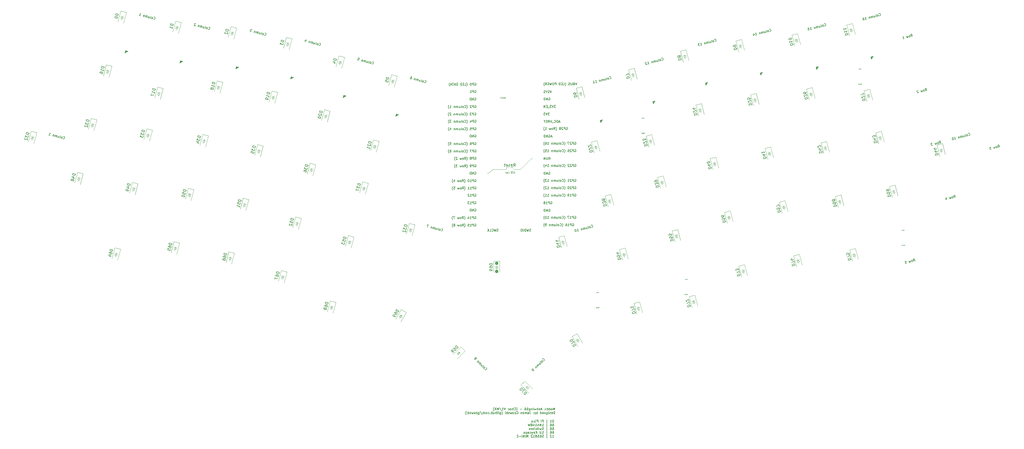
<source format=gbo>
G04 #@! TF.GenerationSoftware,KiCad,Pcbnew,8.0.2*
G04 #@! TF.CreationDate,2024-06-03T01:19:23+01:00*
G04 #@! TF.ProjectId,Ashwing66,41736877-696e-4673-9636-2e6b69636164,1*
G04 #@! TF.SameCoordinates,Original*
G04 #@! TF.FileFunction,Legend,Bot*
G04 #@! TF.FilePolarity,Positive*
%FSLAX46Y46*%
G04 Gerber Fmt 4.6, Leading zero omitted, Abs format (unit mm)*
G04 Created by KiCad (PCBNEW 8.0.2) date 2024-06-03 01:19:23*
%MOMM*%
%LPD*%
G01*
G04 APERTURE LIST*
G04 Aperture macros list*
%AMRoundRect*
0 Rectangle with rounded corners*
0 $1 Rounding radius*
0 $2 $3 $4 $5 $6 $7 $8 $9 X,Y pos of 4 corners*
0 Add a 4 corners polygon primitive as box body*
4,1,4,$2,$3,$4,$5,$6,$7,$8,$9,$2,$3,0*
0 Add four circle primitives for the rounded corners*
1,1,$1+$1,$2,$3*
1,1,$1+$1,$4,$5*
1,1,$1+$1,$6,$7*
1,1,$1+$1,$8,$9*
0 Add four rect primitives between the rounded corners*
20,1,$1+$1,$2,$3,$4,$5,0*
20,1,$1+$1,$4,$5,$6,$7,0*
20,1,$1+$1,$6,$7,$8,$9,0*
20,1,$1+$1,$8,$9,$2,$3,0*%
%AMHorizOval*
0 Thick line with rounded ends*
0 $1 width*
0 $2 $3 position (X,Y) of the first rounded end (center of the circle)*
0 $4 $5 position (X,Y) of the second rounded end (center of the circle)*
0 Add line between two ends*
20,1,$1,$2,$3,$4,$5,0*
0 Add two circle primitives to create the rounded ends*
1,1,$1,$2,$3*
1,1,$1,$4,$5*%
G04 Aperture macros list end*
%ADD10C,0.100000*%
%ADD11C,0.150000*%
%ADD12C,0.074930*%
%ADD13C,0.120000*%
%ADD14C,1.700000*%
%ADD15C,1.750000*%
%ADD16C,4.000000*%
%ADD17C,2.250000*%
%ADD18C,2.000000*%
%ADD19HorizOval,2.250000X0.000000X0.000000X0.000000X0.000000X0*%
%ADD20HorizOval,2.250000X0.000000X0.000000X0.000000X0.000000X0*%
%ADD21RoundRect,0.082000X0.608642X-0.502656X0.778427X0.130992X-0.608642X0.502656X-0.778427X-0.130992X0*%
%ADD22RoundRect,0.082000X0.778427X-0.130992X0.608642X0.502656X-0.778427X0.130992X-0.608642X-0.502656X0*%
%ADD23O,2.000000X3.200000*%
%ADD24R,2.000000X2.000000*%
%ADD25HorizOval,2.250000X0.000000X0.000000X0.000000X0.000000X0*%
%ADD26C,4.900000*%
%ADD27HorizOval,2.250000X0.000000X0.000000X0.000000X0.000000X0*%
%ADD28O,1.700000X1.700000*%
%ADD29R,1.700000X1.700000*%
%ADD30HorizOval,2.250000X0.000000X0.000000X0.000000X0.000000X0*%
%ADD31HorizOval,2.250000X0.000000X0.000000X0.000000X0.000000X0*%
%ADD32RoundRect,0.250000X-0.212132X0.367423X-0.367423X-0.212132X0.212132X-0.367423X0.367423X0.212132X0*%
%ADD33RoundRect,0.250000X-0.367423X0.212132X-0.212132X-0.367423X0.367423X-0.212132X0.212132X0.367423X0*%
%ADD34RoundRect,0.250000X-0.409808X0.109808X-0.109808X-0.409808X0.409808X-0.109808X0.109808X0.409808X0*%
%ADD35RoundRect,0.250000X-0.424264X0.000000X0.000000X-0.424264X0.424264X0.000000X0.000000X0.424264X0*%
%ADD36RoundRect,0.250000X-0.109808X0.409808X-0.409808X-0.109808X0.109808X-0.409808X0.409808X0.109808X0*%
%ADD37RoundRect,0.250000X0.000000X0.424264X-0.424264X0.000000X0.000000X-0.424264X0.424264X0.000000X0*%
%ADD38C,0.850000*%
%ADD39RoundRect,0.250000X-0.300000X0.300000X-0.300000X-0.300000X0.300000X-0.300000X0.300000X0.300000X0*%
G04 APERTURE END LIST*
D10*
X191143600Y-141987034D02*
X189743601Y-143237035D01*
X204418603Y-138212037D02*
X204793600Y-138212035D01*
X195643602Y-141987035D02*
X191143600Y-141987034D01*
X200618602Y-141987035D02*
X204418603Y-138212037D01*
X198368601Y-141987036D02*
X200618602Y-141987035D01*
X189743601Y-143237035D02*
X189293602Y-143237034D01*
D11*
X334620368Y-96428088D02*
X334779350Y-95991098D01*
X335061934Y-96309771D02*
X334854879Y-95537030D01*
X334854879Y-95537030D02*
X334560501Y-95615908D01*
X334560501Y-95615908D02*
X334496767Y-95672425D01*
X334496767Y-95672425D02*
X334469829Y-95719082D01*
X334469829Y-95719082D02*
X334452752Y-95802536D01*
X334452752Y-95802536D02*
X334482331Y-95912928D01*
X334482331Y-95912928D02*
X334538848Y-95976662D01*
X334538848Y-95976662D02*
X334585505Y-96003600D01*
X334585505Y-96003600D02*
X334668959Y-96020677D01*
X334668959Y-96020677D02*
X334963336Y-95941799D01*
X334178802Y-96546405D02*
X334242536Y-96489889D01*
X334242536Y-96489889D02*
X334269474Y-96443232D01*
X334269474Y-96443232D02*
X334286551Y-96359777D01*
X334286551Y-96359777D02*
X334227393Y-96138994D01*
X334227393Y-96138994D02*
X334170876Y-96075260D01*
X334170876Y-96075260D02*
X334124219Y-96048322D01*
X334124219Y-96048322D02*
X334040765Y-96031245D01*
X334040765Y-96031245D02*
X333930373Y-96060824D01*
X333930373Y-96060824D02*
X333866639Y-96117341D01*
X333866639Y-96117341D02*
X333839701Y-96163998D01*
X333839701Y-96163998D02*
X333822624Y-96247452D01*
X333822624Y-96247452D02*
X333881782Y-96468235D01*
X333881782Y-96468235D02*
X333938299Y-96531970D01*
X333938299Y-96531970D02*
X333984956Y-96558907D01*
X333984956Y-96558907D02*
X334068410Y-96575985D01*
X334068410Y-96575985D02*
X334178802Y-96546405D01*
X333525604Y-96169282D02*
X333516452Y-96723881D01*
X333516452Y-96723881D02*
X333270666Y-96395349D01*
X333270666Y-96395349D02*
X333222075Y-96802759D01*
X333222075Y-96802759D02*
X332936849Y-96327038D01*
X331786985Y-97187291D02*
X332228551Y-97068973D01*
X332007768Y-97128132D02*
X331800713Y-96355391D01*
X331800713Y-96355391D02*
X331903886Y-96446063D01*
X331903886Y-96446063D02*
X331997200Y-96499938D01*
X331997200Y-96499938D02*
X332080654Y-96517016D01*
X173419805Y-162918178D02*
X173446742Y-162964835D01*
X173446742Y-162964835D02*
X173547274Y-163031211D01*
X173547274Y-163031211D02*
X173620869Y-163050931D01*
X173620869Y-163050931D02*
X173741120Y-163043713D01*
X173741120Y-163043713D02*
X173834434Y-162989838D01*
X173834434Y-162989838D02*
X173890950Y-162926104D01*
X173890950Y-162926104D02*
X173967187Y-162788775D01*
X173967187Y-162788775D02*
X173996766Y-162678383D01*
X173996766Y-162678383D02*
X173999408Y-162521335D01*
X173999408Y-162521335D02*
X173982330Y-162437880D01*
X173982330Y-162437880D02*
X173928456Y-162344567D01*
X173928456Y-162344567D02*
X173827924Y-162278190D01*
X173827924Y-162278190D02*
X173754329Y-162258471D01*
X173754329Y-162258471D02*
X173634078Y-162265688D01*
X173634078Y-162265688D02*
X173587421Y-162292626D01*
X172958519Y-162873455D02*
X173041974Y-162856377D01*
X173041974Y-162856377D02*
X173088630Y-162829440D01*
X173088630Y-162829440D02*
X173145147Y-162765705D01*
X173145147Y-162765705D02*
X173204306Y-162544922D01*
X173204306Y-162544922D02*
X173187228Y-162461468D01*
X173187228Y-162461468D02*
X173160291Y-162414811D01*
X173160291Y-162414811D02*
X173096556Y-162358294D01*
X173096556Y-162358294D02*
X172986165Y-162328715D01*
X172986165Y-162328715D02*
X172902711Y-162345793D01*
X172902711Y-162345793D02*
X172856054Y-162372730D01*
X172856054Y-162372730D02*
X172799537Y-162436465D01*
X172799537Y-162436465D02*
X172740378Y-162657248D01*
X172740378Y-162657248D02*
X172757456Y-162740702D01*
X172757456Y-162740702D02*
X172784393Y-162787359D01*
X172784393Y-162787359D02*
X172848128Y-162843876D01*
X172848128Y-162843876D02*
X172958519Y-162873455D01*
X172259373Y-162686119D02*
X172342827Y-162669041D01*
X172342827Y-162669041D02*
X172399343Y-162605307D01*
X172399343Y-162605307D02*
X172576819Y-161942958D01*
X171771857Y-162003342D02*
X171633820Y-162518503D01*
X172103032Y-162092080D02*
X171994574Y-162496849D01*
X171994574Y-162496849D02*
X171938057Y-162560584D01*
X171938057Y-162560584D02*
X171854603Y-162577661D01*
X171854603Y-162577661D02*
X171744212Y-162548082D01*
X171744212Y-162548082D02*
X171680477Y-162491565D01*
X171680477Y-162491565D02*
X171653540Y-162444908D01*
X171265848Y-162419905D02*
X171403885Y-161904744D01*
X171384165Y-161978339D02*
X171357228Y-161931682D01*
X171357228Y-161931682D02*
X171293493Y-161875165D01*
X171293493Y-161875165D02*
X171183102Y-161845586D01*
X171183102Y-161845586D02*
X171099648Y-161862663D01*
X171099648Y-161862663D02*
X171043131Y-161926398D01*
X171043131Y-161926398D02*
X170934674Y-162331167D01*
X171043131Y-161926398D02*
X171026053Y-161842944D01*
X171026053Y-161842944D02*
X170962319Y-161786427D01*
X170962319Y-161786427D02*
X170851927Y-161756848D01*
X170851927Y-161756848D02*
X170768473Y-161773926D01*
X170768473Y-161773926D02*
X170711956Y-161837660D01*
X170711956Y-161837660D02*
X170603499Y-162242429D01*
X170373564Y-161628671D02*
X170235527Y-162143831D01*
X170353844Y-161702265D02*
X170326907Y-161655608D01*
X170326907Y-161655608D02*
X170263172Y-161599091D01*
X170263172Y-161599091D02*
X170152781Y-161569512D01*
X170152781Y-161569512D02*
X170069327Y-161586590D01*
X170069327Y-161586590D02*
X170012810Y-161650324D01*
X170012810Y-161650324D02*
X169904352Y-162055093D01*
X169228275Y-161045718D02*
X168713114Y-160907681D01*
X168713114Y-160907681D02*
X168837234Y-161769160D01*
X167694805Y-112093181D02*
X167721742Y-112139838D01*
X167721742Y-112139838D02*
X167822274Y-112206214D01*
X167822274Y-112206214D02*
X167895869Y-112225934D01*
X167895869Y-112225934D02*
X168016120Y-112218716D01*
X168016120Y-112218716D02*
X168109434Y-112164841D01*
X168109434Y-112164841D02*
X168165950Y-112101107D01*
X168165950Y-112101107D02*
X168242187Y-111963778D01*
X168242187Y-111963778D02*
X168271766Y-111853386D01*
X168271766Y-111853386D02*
X168274408Y-111696338D01*
X168274408Y-111696338D02*
X168257330Y-111612883D01*
X168257330Y-111612883D02*
X168203456Y-111519570D01*
X168203456Y-111519570D02*
X168102924Y-111453193D01*
X168102924Y-111453193D02*
X168029329Y-111433474D01*
X168029329Y-111433474D02*
X167909078Y-111440691D01*
X167909078Y-111440691D02*
X167862421Y-111467629D01*
X167233519Y-112048458D02*
X167316974Y-112031380D01*
X167316974Y-112031380D02*
X167363630Y-112004443D01*
X167363630Y-112004443D02*
X167420147Y-111940708D01*
X167420147Y-111940708D02*
X167479306Y-111719925D01*
X167479306Y-111719925D02*
X167462228Y-111636471D01*
X167462228Y-111636471D02*
X167435291Y-111589814D01*
X167435291Y-111589814D02*
X167371556Y-111533297D01*
X167371556Y-111533297D02*
X167261165Y-111503718D01*
X167261165Y-111503718D02*
X167177711Y-111520796D01*
X167177711Y-111520796D02*
X167131054Y-111547733D01*
X167131054Y-111547733D02*
X167074537Y-111611468D01*
X167074537Y-111611468D02*
X167015378Y-111832251D01*
X167015378Y-111832251D02*
X167032456Y-111915705D01*
X167032456Y-111915705D02*
X167059393Y-111962362D01*
X167059393Y-111962362D02*
X167123128Y-112018879D01*
X167123128Y-112018879D02*
X167233519Y-112048458D01*
X166534373Y-111861122D02*
X166617827Y-111844044D01*
X166617827Y-111844044D02*
X166674343Y-111780310D01*
X166674343Y-111780310D02*
X166851819Y-111117961D01*
X166046857Y-111178345D02*
X165908820Y-111693506D01*
X166378032Y-111267083D02*
X166269574Y-111671852D01*
X166269574Y-111671852D02*
X166213057Y-111735587D01*
X166213057Y-111735587D02*
X166129603Y-111752664D01*
X166129603Y-111752664D02*
X166019212Y-111723085D01*
X166019212Y-111723085D02*
X165955477Y-111666568D01*
X165955477Y-111666568D02*
X165928540Y-111619911D01*
X165540848Y-111594908D02*
X165678885Y-111079747D01*
X165659165Y-111153342D02*
X165632228Y-111106685D01*
X165632228Y-111106685D02*
X165568493Y-111050168D01*
X165568493Y-111050168D02*
X165458102Y-111020589D01*
X165458102Y-111020589D02*
X165374648Y-111037666D01*
X165374648Y-111037666D02*
X165318131Y-111101401D01*
X165318131Y-111101401D02*
X165209674Y-111506170D01*
X165318131Y-111101401D02*
X165301053Y-111017947D01*
X165301053Y-111017947D02*
X165237319Y-110961430D01*
X165237319Y-110961430D02*
X165126927Y-110931851D01*
X165126927Y-110931851D02*
X165043473Y-110948929D01*
X165043473Y-110948929D02*
X164986956Y-111012663D01*
X164986956Y-111012663D02*
X164878499Y-111417432D01*
X164648564Y-110803674D02*
X164510527Y-111318834D01*
X164628844Y-110877268D02*
X164601907Y-110830611D01*
X164601907Y-110830611D02*
X164538172Y-110774094D01*
X164538172Y-110774094D02*
X164427781Y-110744515D01*
X164427781Y-110744515D02*
X164344327Y-110761593D01*
X164344327Y-110761593D02*
X164287810Y-110825327D01*
X164287810Y-110825327D02*
X164179352Y-111230096D01*
X163098506Y-110112263D02*
X163245695Y-110151702D01*
X163245695Y-110151702D02*
X163309429Y-110208219D01*
X163309429Y-110208219D02*
X163336367Y-110254876D01*
X163336367Y-110254876D02*
X163380382Y-110384987D01*
X163380382Y-110384987D02*
X163377740Y-110542036D01*
X163377740Y-110542036D02*
X163298861Y-110836413D01*
X163298861Y-110836413D02*
X163242345Y-110900148D01*
X163242345Y-110900148D02*
X163195688Y-110927085D01*
X163195688Y-110927085D02*
X163112234Y-110944163D01*
X163112234Y-110944163D02*
X162965045Y-110904724D01*
X162965045Y-110904724D02*
X162901310Y-110848207D01*
X162901310Y-110848207D02*
X162874373Y-110801550D01*
X162874373Y-110801550D02*
X162857295Y-110718096D01*
X162857295Y-110718096D02*
X162906594Y-110534110D01*
X162906594Y-110534110D02*
X162963111Y-110470375D01*
X162963111Y-110470375D02*
X163009768Y-110443438D01*
X163009768Y-110443438D02*
X163093222Y-110426360D01*
X163093222Y-110426360D02*
X163240411Y-110465799D01*
X163240411Y-110465799D02*
X163304145Y-110522316D01*
X163304145Y-110522316D02*
X163331083Y-110568973D01*
X163331083Y-110568973D02*
X163348160Y-110652427D01*
X149694807Y-105693180D02*
X149721744Y-105739837D01*
X149721744Y-105739837D02*
X149822276Y-105806213D01*
X149822276Y-105806213D02*
X149895871Y-105825933D01*
X149895871Y-105825933D02*
X150016122Y-105818715D01*
X150016122Y-105818715D02*
X150109436Y-105764840D01*
X150109436Y-105764840D02*
X150165952Y-105701106D01*
X150165952Y-105701106D02*
X150242189Y-105563777D01*
X150242189Y-105563777D02*
X150271768Y-105453385D01*
X150271768Y-105453385D02*
X150274410Y-105296337D01*
X150274410Y-105296337D02*
X150257332Y-105212882D01*
X150257332Y-105212882D02*
X150203458Y-105119569D01*
X150203458Y-105119569D02*
X150102926Y-105053192D01*
X150102926Y-105053192D02*
X150029331Y-105033473D01*
X150029331Y-105033473D02*
X149909080Y-105040690D01*
X149909080Y-105040690D02*
X149862423Y-105067628D01*
X149233521Y-105648457D02*
X149316976Y-105631379D01*
X149316976Y-105631379D02*
X149363632Y-105604442D01*
X149363632Y-105604442D02*
X149420149Y-105540707D01*
X149420149Y-105540707D02*
X149479308Y-105319924D01*
X149479308Y-105319924D02*
X149462230Y-105236470D01*
X149462230Y-105236470D02*
X149435293Y-105189813D01*
X149435293Y-105189813D02*
X149371558Y-105133296D01*
X149371558Y-105133296D02*
X149261167Y-105103717D01*
X149261167Y-105103717D02*
X149177713Y-105120795D01*
X149177713Y-105120795D02*
X149131056Y-105147732D01*
X149131056Y-105147732D02*
X149074539Y-105211467D01*
X149074539Y-105211467D02*
X149015380Y-105432250D01*
X149015380Y-105432250D02*
X149032458Y-105515704D01*
X149032458Y-105515704D02*
X149059395Y-105562361D01*
X149059395Y-105562361D02*
X149123130Y-105618878D01*
X149123130Y-105618878D02*
X149233521Y-105648457D01*
X148534375Y-105461121D02*
X148617829Y-105444043D01*
X148617829Y-105444043D02*
X148674345Y-105380309D01*
X148674345Y-105380309D02*
X148851821Y-104717960D01*
X148046859Y-104778344D02*
X147908822Y-105293505D01*
X148378034Y-104867082D02*
X148269576Y-105271851D01*
X148269576Y-105271851D02*
X148213059Y-105335586D01*
X148213059Y-105335586D02*
X148129605Y-105352663D01*
X148129605Y-105352663D02*
X148019214Y-105323084D01*
X148019214Y-105323084D02*
X147955479Y-105266567D01*
X147955479Y-105266567D02*
X147928542Y-105219910D01*
X147540850Y-105194907D02*
X147678887Y-104679746D01*
X147659167Y-104753341D02*
X147632230Y-104706684D01*
X147632230Y-104706684D02*
X147568495Y-104650167D01*
X147568495Y-104650167D02*
X147458104Y-104620588D01*
X147458104Y-104620588D02*
X147374650Y-104637665D01*
X147374650Y-104637665D02*
X147318133Y-104701400D01*
X147318133Y-104701400D02*
X147209676Y-105106169D01*
X147318133Y-104701400D02*
X147301055Y-104617946D01*
X147301055Y-104617946D02*
X147237321Y-104561429D01*
X147237321Y-104561429D02*
X147126929Y-104531850D01*
X147126929Y-104531850D02*
X147043475Y-104548928D01*
X147043475Y-104548928D02*
X146986958Y-104612662D01*
X146986958Y-104612662D02*
X146878501Y-105017431D01*
X146648566Y-104403673D02*
X146510529Y-104918833D01*
X146628846Y-104477267D02*
X146601909Y-104430610D01*
X146601909Y-104430610D02*
X146538174Y-104374093D01*
X146538174Y-104374093D02*
X146427783Y-104344514D01*
X146427783Y-104344514D02*
X146344329Y-104361592D01*
X146344329Y-104361592D02*
X146287812Y-104425326D01*
X146287812Y-104425326D02*
X146179354Y-104830095D01*
X145061711Y-103702403D02*
X145429682Y-103801000D01*
X145429682Y-103801000D02*
X145367882Y-104178832D01*
X145367882Y-104178832D02*
X145340944Y-104132175D01*
X145340944Y-104132175D02*
X145277210Y-104075658D01*
X145277210Y-104075658D02*
X145093224Y-104026359D01*
X145093224Y-104026359D02*
X145009770Y-104043437D01*
X145009770Y-104043437D02*
X144963113Y-104070374D01*
X144963113Y-104070374D02*
X144906596Y-104134109D01*
X144906596Y-104134109D02*
X144857297Y-104318095D01*
X144857297Y-104318095D02*
X144874375Y-104401549D01*
X144874375Y-104401549D02*
X144901312Y-104448206D01*
X144901312Y-104448206D02*
X144965047Y-104504723D01*
X144965047Y-104504723D02*
X145149033Y-104554021D01*
X145149033Y-104554021D02*
X145232487Y-104536944D01*
X145232487Y-104536944D02*
X145279144Y-104510006D01*
X211887267Y-227833527D02*
X211811077Y-227833527D01*
X211811077Y-227833527D02*
X211734886Y-227871622D01*
X211734886Y-227871622D02*
X211696791Y-227909717D01*
X211696791Y-227909717D02*
X211658696Y-227985908D01*
X211658696Y-227985908D02*
X211620601Y-228138289D01*
X211620601Y-228138289D02*
X211620601Y-228328765D01*
X211620601Y-228328765D02*
X211658696Y-228481146D01*
X211658696Y-228481146D02*
X211696791Y-228557336D01*
X211696791Y-228557336D02*
X211734886Y-228595432D01*
X211734886Y-228595432D02*
X211811077Y-228633527D01*
X211811077Y-228633527D02*
X211887267Y-228633527D01*
X211887267Y-228633527D02*
X211963458Y-228595432D01*
X211963458Y-228595432D02*
X212001553Y-228557336D01*
X212001553Y-228557336D02*
X212039648Y-228481146D01*
X212039648Y-228481146D02*
X212077744Y-228328765D01*
X212077744Y-228328765D02*
X212077744Y-228138289D01*
X212077744Y-228138289D02*
X212039648Y-227985908D01*
X212039648Y-227985908D02*
X212001553Y-227909717D01*
X212001553Y-227909717D02*
X211963458Y-227871622D01*
X211963458Y-227871622D02*
X211887267Y-227833527D01*
X210858696Y-228633527D02*
X211315839Y-228633527D01*
X211087267Y-228633527D02*
X211087267Y-227833527D01*
X211087267Y-227833527D02*
X211163458Y-227947812D01*
X211163458Y-227947812D02*
X211239648Y-228024003D01*
X211239648Y-228024003D02*
X211315839Y-228062098D01*
X209715838Y-228900193D02*
X209715838Y-227757336D01*
X208534885Y-228633527D02*
X208534885Y-227833527D01*
X208534885Y-227833527D02*
X208230123Y-227833527D01*
X208230123Y-227833527D02*
X208153933Y-227871622D01*
X208153933Y-227871622D02*
X208115838Y-227909717D01*
X208115838Y-227909717D02*
X208077742Y-227985908D01*
X208077742Y-227985908D02*
X208077742Y-228100193D01*
X208077742Y-228100193D02*
X208115838Y-228176384D01*
X208115838Y-228176384D02*
X208153933Y-228214479D01*
X208153933Y-228214479D02*
X208230123Y-228252574D01*
X208230123Y-228252574D02*
X208534885Y-228252574D01*
X207734885Y-228633527D02*
X207734885Y-228100193D01*
X207734885Y-227833527D02*
X207772981Y-227871622D01*
X207772981Y-227871622D02*
X207734885Y-227909717D01*
X207734885Y-227909717D02*
X207696790Y-227871622D01*
X207696790Y-227871622D02*
X207734885Y-227833527D01*
X207734885Y-227833527D02*
X207734885Y-227909717D01*
X206744409Y-228633527D02*
X206744409Y-227833527D01*
X206744409Y-227833527D02*
X206439647Y-227833527D01*
X206439647Y-227833527D02*
X206363457Y-227871622D01*
X206363457Y-227871622D02*
X206325362Y-227909717D01*
X206325362Y-227909717D02*
X206287266Y-227985908D01*
X206287266Y-227985908D02*
X206287266Y-228100193D01*
X206287266Y-228100193D02*
X206325362Y-228176384D01*
X206325362Y-228176384D02*
X206363457Y-228214479D01*
X206363457Y-228214479D02*
X206439647Y-228252574D01*
X206439647Y-228252574D02*
X206744409Y-228252574D01*
X205944409Y-228633527D02*
X205944409Y-228100193D01*
X205944409Y-227833527D02*
X205982505Y-227871622D01*
X205982505Y-227871622D02*
X205944409Y-227909717D01*
X205944409Y-227909717D02*
X205906314Y-227871622D01*
X205906314Y-227871622D02*
X205944409Y-227833527D01*
X205944409Y-227833527D02*
X205944409Y-227909717D01*
X205220600Y-228595432D02*
X205296791Y-228633527D01*
X205296791Y-228633527D02*
X205449172Y-228633527D01*
X205449172Y-228633527D02*
X205525362Y-228595432D01*
X205525362Y-228595432D02*
X205563457Y-228557336D01*
X205563457Y-228557336D02*
X205601553Y-228481146D01*
X205601553Y-228481146D02*
X205601553Y-228252574D01*
X205601553Y-228252574D02*
X205563457Y-228176384D01*
X205563457Y-228176384D02*
X205525362Y-228138289D01*
X205525362Y-228138289D02*
X205449172Y-228100193D01*
X205449172Y-228100193D02*
X205296791Y-228100193D01*
X205296791Y-228100193D02*
X205220600Y-228138289D01*
X204763458Y-228633527D02*
X204839648Y-228595432D01*
X204839648Y-228595432D02*
X204877743Y-228557336D01*
X204877743Y-228557336D02*
X204915839Y-228481146D01*
X204915839Y-228481146D02*
X204915839Y-228252574D01*
X204915839Y-228252574D02*
X204877743Y-228176384D01*
X204877743Y-228176384D02*
X204839648Y-228138289D01*
X204839648Y-228138289D02*
X204763458Y-228100193D01*
X204763458Y-228100193D02*
X204649172Y-228100193D01*
X204649172Y-228100193D02*
X204572981Y-228138289D01*
X204572981Y-228138289D02*
X204534886Y-228176384D01*
X204534886Y-228176384D02*
X204496791Y-228252574D01*
X204496791Y-228252574D02*
X204496791Y-228481146D01*
X204496791Y-228481146D02*
X204534886Y-228557336D01*
X204534886Y-228557336D02*
X204572981Y-228595432D01*
X204572981Y-228595432D02*
X204649172Y-228633527D01*
X204649172Y-228633527D02*
X204763458Y-228633527D01*
X211696791Y-229121482D02*
X211849172Y-229121482D01*
X211849172Y-229121482D02*
X211925363Y-229159577D01*
X211925363Y-229159577D02*
X211963458Y-229197672D01*
X211963458Y-229197672D02*
X212039648Y-229311958D01*
X212039648Y-229311958D02*
X212077744Y-229464339D01*
X212077744Y-229464339D02*
X212077744Y-229769101D01*
X212077744Y-229769101D02*
X212039648Y-229845291D01*
X212039648Y-229845291D02*
X212001553Y-229883387D01*
X212001553Y-229883387D02*
X211925363Y-229921482D01*
X211925363Y-229921482D02*
X211772982Y-229921482D01*
X211772982Y-229921482D02*
X211696791Y-229883387D01*
X211696791Y-229883387D02*
X211658696Y-229845291D01*
X211658696Y-229845291D02*
X211620601Y-229769101D01*
X211620601Y-229769101D02*
X211620601Y-229578625D01*
X211620601Y-229578625D02*
X211658696Y-229502434D01*
X211658696Y-229502434D02*
X211696791Y-229464339D01*
X211696791Y-229464339D02*
X211772982Y-229426244D01*
X211772982Y-229426244D02*
X211925363Y-229426244D01*
X211925363Y-229426244D02*
X212001553Y-229464339D01*
X212001553Y-229464339D02*
X212039648Y-229502434D01*
X212039648Y-229502434D02*
X212077744Y-229578625D01*
X210934886Y-229121482D02*
X211087267Y-229121482D01*
X211087267Y-229121482D02*
X211163458Y-229159577D01*
X211163458Y-229159577D02*
X211201553Y-229197672D01*
X211201553Y-229197672D02*
X211277743Y-229311958D01*
X211277743Y-229311958D02*
X211315839Y-229464339D01*
X211315839Y-229464339D02*
X211315839Y-229769101D01*
X211315839Y-229769101D02*
X211277743Y-229845291D01*
X211277743Y-229845291D02*
X211239648Y-229883387D01*
X211239648Y-229883387D02*
X211163458Y-229921482D01*
X211163458Y-229921482D02*
X211011077Y-229921482D01*
X211011077Y-229921482D02*
X210934886Y-229883387D01*
X210934886Y-229883387D02*
X210896791Y-229845291D01*
X210896791Y-229845291D02*
X210858696Y-229769101D01*
X210858696Y-229769101D02*
X210858696Y-229578625D01*
X210858696Y-229578625D02*
X210896791Y-229502434D01*
X210896791Y-229502434D02*
X210934886Y-229464339D01*
X210934886Y-229464339D02*
X211011077Y-229426244D01*
X211011077Y-229426244D02*
X211163458Y-229426244D01*
X211163458Y-229426244D02*
X211239648Y-229464339D01*
X211239648Y-229464339D02*
X211277743Y-229502434D01*
X211277743Y-229502434D02*
X211315839Y-229578625D01*
X209715838Y-230188148D02*
X209715838Y-229045291D01*
X208115838Y-229921482D02*
X208572981Y-229921482D01*
X208344409Y-229921482D02*
X208344409Y-229121482D01*
X208344409Y-229121482D02*
X208420600Y-229235767D01*
X208420600Y-229235767D02*
X208496790Y-229311958D01*
X208496790Y-229311958D02*
X208572981Y-229350053D01*
X207772980Y-229921482D02*
X207772980Y-229121482D01*
X207772980Y-229121482D02*
X207315837Y-229921482D01*
X207315837Y-229921482D02*
X207315837Y-229121482D01*
X206592028Y-229388148D02*
X206592028Y-229921482D01*
X206782504Y-229083387D02*
X206972981Y-229654815D01*
X206972981Y-229654815D02*
X206477742Y-229654815D01*
X205753933Y-229921482D02*
X206211076Y-229921482D01*
X205982504Y-229921482D02*
X205982504Y-229121482D01*
X205982504Y-229121482D02*
X206058695Y-229235767D01*
X206058695Y-229235767D02*
X206134885Y-229311958D01*
X206134885Y-229311958D02*
X206211076Y-229350053D01*
X205068218Y-229388148D02*
X205068218Y-229921482D01*
X205258694Y-229083387D02*
X205449171Y-229654815D01*
X205449171Y-229654815D02*
X204953932Y-229654815D01*
X204534885Y-229464339D02*
X204611075Y-229426244D01*
X204611075Y-229426244D02*
X204649170Y-229388148D01*
X204649170Y-229388148D02*
X204687266Y-229311958D01*
X204687266Y-229311958D02*
X204687266Y-229273863D01*
X204687266Y-229273863D02*
X204649170Y-229197672D01*
X204649170Y-229197672D02*
X204611075Y-229159577D01*
X204611075Y-229159577D02*
X204534885Y-229121482D01*
X204534885Y-229121482D02*
X204382504Y-229121482D01*
X204382504Y-229121482D02*
X204306313Y-229159577D01*
X204306313Y-229159577D02*
X204268218Y-229197672D01*
X204268218Y-229197672D02*
X204230123Y-229273863D01*
X204230123Y-229273863D02*
X204230123Y-229311958D01*
X204230123Y-229311958D02*
X204268218Y-229388148D01*
X204268218Y-229388148D02*
X204306313Y-229426244D01*
X204306313Y-229426244D02*
X204382504Y-229464339D01*
X204382504Y-229464339D02*
X204534885Y-229464339D01*
X204534885Y-229464339D02*
X204611075Y-229502434D01*
X204611075Y-229502434D02*
X204649170Y-229540529D01*
X204649170Y-229540529D02*
X204687266Y-229616720D01*
X204687266Y-229616720D02*
X204687266Y-229769101D01*
X204687266Y-229769101D02*
X204649170Y-229845291D01*
X204649170Y-229845291D02*
X204611075Y-229883387D01*
X204611075Y-229883387D02*
X204534885Y-229921482D01*
X204534885Y-229921482D02*
X204382504Y-229921482D01*
X204382504Y-229921482D02*
X204306313Y-229883387D01*
X204306313Y-229883387D02*
X204268218Y-229845291D01*
X204268218Y-229845291D02*
X204230123Y-229769101D01*
X204230123Y-229769101D02*
X204230123Y-229616720D01*
X204230123Y-229616720D02*
X204268218Y-229540529D01*
X204268218Y-229540529D02*
X204306313Y-229502434D01*
X204306313Y-229502434D02*
X204382504Y-229464339D01*
X203963456Y-229121482D02*
X203772980Y-229921482D01*
X203772980Y-229921482D02*
X203620599Y-229350053D01*
X203620599Y-229350053D02*
X203468218Y-229921482D01*
X203468218Y-229921482D02*
X203277742Y-229121482D01*
X211696791Y-230409437D02*
X211849172Y-230409437D01*
X211849172Y-230409437D02*
X211925363Y-230447532D01*
X211925363Y-230447532D02*
X211963458Y-230485627D01*
X211963458Y-230485627D02*
X212039648Y-230599913D01*
X212039648Y-230599913D02*
X212077744Y-230752294D01*
X212077744Y-230752294D02*
X212077744Y-231057056D01*
X212077744Y-231057056D02*
X212039648Y-231133246D01*
X212039648Y-231133246D02*
X212001553Y-231171342D01*
X212001553Y-231171342D02*
X211925363Y-231209437D01*
X211925363Y-231209437D02*
X211772982Y-231209437D01*
X211772982Y-231209437D02*
X211696791Y-231171342D01*
X211696791Y-231171342D02*
X211658696Y-231133246D01*
X211658696Y-231133246D02*
X211620601Y-231057056D01*
X211620601Y-231057056D02*
X211620601Y-230866580D01*
X211620601Y-230866580D02*
X211658696Y-230790389D01*
X211658696Y-230790389D02*
X211696791Y-230752294D01*
X211696791Y-230752294D02*
X211772982Y-230714199D01*
X211772982Y-230714199D02*
X211925363Y-230714199D01*
X211925363Y-230714199D02*
X212001553Y-230752294D01*
X212001553Y-230752294D02*
X212039648Y-230790389D01*
X212039648Y-230790389D02*
X212077744Y-230866580D01*
X210934886Y-230409437D02*
X211087267Y-230409437D01*
X211087267Y-230409437D02*
X211163458Y-230447532D01*
X211163458Y-230447532D02*
X211201553Y-230485627D01*
X211201553Y-230485627D02*
X211277743Y-230599913D01*
X211277743Y-230599913D02*
X211315839Y-230752294D01*
X211315839Y-230752294D02*
X211315839Y-231057056D01*
X211315839Y-231057056D02*
X211277743Y-231133246D01*
X211277743Y-231133246D02*
X211239648Y-231171342D01*
X211239648Y-231171342D02*
X211163458Y-231209437D01*
X211163458Y-231209437D02*
X211011077Y-231209437D01*
X211011077Y-231209437D02*
X210934886Y-231171342D01*
X210934886Y-231171342D02*
X210896791Y-231133246D01*
X210896791Y-231133246D02*
X210858696Y-231057056D01*
X210858696Y-231057056D02*
X210858696Y-230866580D01*
X210858696Y-230866580D02*
X210896791Y-230790389D01*
X210896791Y-230790389D02*
X210934886Y-230752294D01*
X210934886Y-230752294D02*
X211011077Y-230714199D01*
X211011077Y-230714199D02*
X211163458Y-230714199D01*
X211163458Y-230714199D02*
X211239648Y-230752294D01*
X211239648Y-230752294D02*
X211277743Y-230790389D01*
X211277743Y-230790389D02*
X211315839Y-230866580D01*
X209715838Y-231476103D02*
X209715838Y-230333246D01*
X208572981Y-231171342D02*
X208458695Y-231209437D01*
X208458695Y-231209437D02*
X208268219Y-231209437D01*
X208268219Y-231209437D02*
X208192028Y-231171342D01*
X208192028Y-231171342D02*
X208153933Y-231133246D01*
X208153933Y-231133246D02*
X208115838Y-231057056D01*
X208115838Y-231057056D02*
X208115838Y-230980865D01*
X208115838Y-230980865D02*
X208153933Y-230904675D01*
X208153933Y-230904675D02*
X208192028Y-230866580D01*
X208192028Y-230866580D02*
X208268219Y-230828484D01*
X208268219Y-230828484D02*
X208420600Y-230790389D01*
X208420600Y-230790389D02*
X208496790Y-230752294D01*
X208496790Y-230752294D02*
X208534885Y-230714199D01*
X208534885Y-230714199D02*
X208572981Y-230638008D01*
X208572981Y-230638008D02*
X208572981Y-230561818D01*
X208572981Y-230561818D02*
X208534885Y-230485627D01*
X208534885Y-230485627D02*
X208496790Y-230447532D01*
X208496790Y-230447532D02*
X208420600Y-230409437D01*
X208420600Y-230409437D02*
X208230123Y-230409437D01*
X208230123Y-230409437D02*
X208115838Y-230447532D01*
X207849171Y-230676103D02*
X207696790Y-231209437D01*
X207696790Y-231209437D02*
X207544409Y-230828484D01*
X207544409Y-230828484D02*
X207392028Y-231209437D01*
X207392028Y-231209437D02*
X207239647Y-230676103D01*
X206934885Y-231209437D02*
X206934885Y-230676103D01*
X206934885Y-230409437D02*
X206972981Y-230447532D01*
X206972981Y-230447532D02*
X206934885Y-230485627D01*
X206934885Y-230485627D02*
X206896790Y-230447532D01*
X206896790Y-230447532D02*
X206934885Y-230409437D01*
X206934885Y-230409437D02*
X206934885Y-230485627D01*
X206668219Y-230676103D02*
X206363457Y-230676103D01*
X206553933Y-230409437D02*
X206553933Y-231095151D01*
X206553933Y-231095151D02*
X206515838Y-231171342D01*
X206515838Y-231171342D02*
X206439648Y-231209437D01*
X206439648Y-231209437D02*
X206363457Y-231209437D01*
X205753933Y-231171342D02*
X205830124Y-231209437D01*
X205830124Y-231209437D02*
X205982505Y-231209437D01*
X205982505Y-231209437D02*
X206058695Y-231171342D01*
X206058695Y-231171342D02*
X206096790Y-231133246D01*
X206096790Y-231133246D02*
X206134886Y-231057056D01*
X206134886Y-231057056D02*
X206134886Y-230828484D01*
X206134886Y-230828484D02*
X206096790Y-230752294D01*
X206096790Y-230752294D02*
X206058695Y-230714199D01*
X206058695Y-230714199D02*
X205982505Y-230676103D01*
X205982505Y-230676103D02*
X205830124Y-230676103D01*
X205830124Y-230676103D02*
X205753933Y-230714199D01*
X205411076Y-231209437D02*
X205411076Y-230409437D01*
X205068219Y-231209437D02*
X205068219Y-230790389D01*
X205068219Y-230790389D02*
X205106314Y-230714199D01*
X205106314Y-230714199D02*
X205182505Y-230676103D01*
X205182505Y-230676103D02*
X205296791Y-230676103D01*
X205296791Y-230676103D02*
X205372981Y-230714199D01*
X205372981Y-230714199D02*
X205411076Y-230752294D01*
X204382504Y-231171342D02*
X204458695Y-231209437D01*
X204458695Y-231209437D02*
X204611076Y-231209437D01*
X204611076Y-231209437D02*
X204687266Y-231171342D01*
X204687266Y-231171342D02*
X204725362Y-231095151D01*
X204725362Y-231095151D02*
X204725362Y-230790389D01*
X204725362Y-230790389D02*
X204687266Y-230714199D01*
X204687266Y-230714199D02*
X204611076Y-230676103D01*
X204611076Y-230676103D02*
X204458695Y-230676103D01*
X204458695Y-230676103D02*
X204382504Y-230714199D01*
X204382504Y-230714199D02*
X204344409Y-230790389D01*
X204344409Y-230790389D02*
X204344409Y-230866580D01*
X204344409Y-230866580D02*
X204725362Y-230942770D01*
X204039648Y-231171342D02*
X203963457Y-231209437D01*
X203963457Y-231209437D02*
X203811076Y-231209437D01*
X203811076Y-231209437D02*
X203734886Y-231171342D01*
X203734886Y-231171342D02*
X203696790Y-231095151D01*
X203696790Y-231095151D02*
X203696790Y-231057056D01*
X203696790Y-231057056D02*
X203734886Y-230980865D01*
X203734886Y-230980865D02*
X203811076Y-230942770D01*
X203811076Y-230942770D02*
X203925362Y-230942770D01*
X203925362Y-230942770D02*
X204001552Y-230904675D01*
X204001552Y-230904675D02*
X204039648Y-230828484D01*
X204039648Y-230828484D02*
X204039648Y-230790389D01*
X204039648Y-230790389D02*
X204001552Y-230714199D01*
X204001552Y-230714199D02*
X203925362Y-230676103D01*
X203925362Y-230676103D02*
X203811076Y-230676103D01*
X203811076Y-230676103D02*
X203734886Y-230714199D01*
X211696791Y-231697392D02*
X211849172Y-231697392D01*
X211849172Y-231697392D02*
X211925363Y-231735487D01*
X211925363Y-231735487D02*
X211963458Y-231773582D01*
X211963458Y-231773582D02*
X212039648Y-231887868D01*
X212039648Y-231887868D02*
X212077744Y-232040249D01*
X212077744Y-232040249D02*
X212077744Y-232345011D01*
X212077744Y-232345011D02*
X212039648Y-232421201D01*
X212039648Y-232421201D02*
X212001553Y-232459297D01*
X212001553Y-232459297D02*
X211925363Y-232497392D01*
X211925363Y-232497392D02*
X211772982Y-232497392D01*
X211772982Y-232497392D02*
X211696791Y-232459297D01*
X211696791Y-232459297D02*
X211658696Y-232421201D01*
X211658696Y-232421201D02*
X211620601Y-232345011D01*
X211620601Y-232345011D02*
X211620601Y-232154535D01*
X211620601Y-232154535D02*
X211658696Y-232078344D01*
X211658696Y-232078344D02*
X211696791Y-232040249D01*
X211696791Y-232040249D02*
X211772982Y-232002154D01*
X211772982Y-232002154D02*
X211925363Y-232002154D01*
X211925363Y-232002154D02*
X212001553Y-232040249D01*
X212001553Y-232040249D02*
X212039648Y-232078344D01*
X212039648Y-232078344D02*
X212077744Y-232154535D01*
X210934886Y-231697392D02*
X211087267Y-231697392D01*
X211087267Y-231697392D02*
X211163458Y-231735487D01*
X211163458Y-231735487D02*
X211201553Y-231773582D01*
X211201553Y-231773582D02*
X211277743Y-231887868D01*
X211277743Y-231887868D02*
X211315839Y-232040249D01*
X211315839Y-232040249D02*
X211315839Y-232345011D01*
X211315839Y-232345011D02*
X211277743Y-232421201D01*
X211277743Y-232421201D02*
X211239648Y-232459297D01*
X211239648Y-232459297D02*
X211163458Y-232497392D01*
X211163458Y-232497392D02*
X211011077Y-232497392D01*
X211011077Y-232497392D02*
X210934886Y-232459297D01*
X210934886Y-232459297D02*
X210896791Y-232421201D01*
X210896791Y-232421201D02*
X210858696Y-232345011D01*
X210858696Y-232345011D02*
X210858696Y-232154535D01*
X210858696Y-232154535D02*
X210896791Y-232078344D01*
X210896791Y-232078344D02*
X210934886Y-232040249D01*
X210934886Y-232040249D02*
X211011077Y-232002154D01*
X211011077Y-232002154D02*
X211163458Y-232002154D01*
X211163458Y-232002154D02*
X211239648Y-232040249D01*
X211239648Y-232040249D02*
X211277743Y-232078344D01*
X211277743Y-232078344D02*
X211315839Y-232154535D01*
X209715838Y-232764058D02*
X209715838Y-231621201D01*
X208115838Y-232497392D02*
X208572981Y-232497392D01*
X208344409Y-232497392D02*
X208344409Y-231697392D01*
X208344409Y-231697392D02*
X208420600Y-231811677D01*
X208420600Y-231811677D02*
X208496790Y-231887868D01*
X208496790Y-231887868D02*
X208572981Y-231925963D01*
X207772980Y-231697392D02*
X207772980Y-232345011D01*
X207772980Y-232345011D02*
X207734885Y-232421201D01*
X207734885Y-232421201D02*
X207696790Y-232459297D01*
X207696790Y-232459297D02*
X207620599Y-232497392D01*
X207620599Y-232497392D02*
X207468218Y-232497392D01*
X207468218Y-232497392D02*
X207392028Y-232459297D01*
X207392028Y-232459297D02*
X207353933Y-232421201D01*
X207353933Y-232421201D02*
X207315837Y-232345011D01*
X207315837Y-232345011D02*
X207315837Y-231697392D01*
X206325361Y-232497392D02*
X206325361Y-231697392D01*
X205868218Y-232497392D02*
X206211076Y-232040249D01*
X205868218Y-231697392D02*
X206325361Y-232154535D01*
X205220599Y-232459297D02*
X205296790Y-232497392D01*
X205296790Y-232497392D02*
X205449171Y-232497392D01*
X205449171Y-232497392D02*
X205525361Y-232459297D01*
X205525361Y-232459297D02*
X205563457Y-232383106D01*
X205563457Y-232383106D02*
X205563457Y-232078344D01*
X205563457Y-232078344D02*
X205525361Y-232002154D01*
X205525361Y-232002154D02*
X205449171Y-231964058D01*
X205449171Y-231964058D02*
X205296790Y-231964058D01*
X205296790Y-231964058D02*
X205220599Y-232002154D01*
X205220599Y-232002154D02*
X205182504Y-232078344D01*
X205182504Y-232078344D02*
X205182504Y-232154535D01*
X205182504Y-232154535D02*
X205563457Y-232230725D01*
X204915838Y-231964058D02*
X204725362Y-232497392D01*
X204534885Y-231964058D02*
X204725362Y-232497392D01*
X204725362Y-232497392D02*
X204801552Y-232687868D01*
X204801552Y-232687868D02*
X204839647Y-232725963D01*
X204839647Y-232725963D02*
X204915838Y-232764058D01*
X203887266Y-232459297D02*
X203963457Y-232497392D01*
X203963457Y-232497392D02*
X204115838Y-232497392D01*
X204115838Y-232497392D02*
X204192028Y-232459297D01*
X204192028Y-232459297D02*
X204230123Y-232421201D01*
X204230123Y-232421201D02*
X204268219Y-232345011D01*
X204268219Y-232345011D02*
X204268219Y-232116439D01*
X204268219Y-232116439D02*
X204230123Y-232040249D01*
X204230123Y-232040249D02*
X204192028Y-232002154D01*
X204192028Y-232002154D02*
X204115838Y-231964058D01*
X204115838Y-231964058D02*
X203963457Y-231964058D01*
X203963457Y-231964058D02*
X203887266Y-232002154D01*
X203201552Y-232497392D02*
X203201552Y-232078344D01*
X203201552Y-232078344D02*
X203239647Y-232002154D01*
X203239647Y-232002154D02*
X203315838Y-231964058D01*
X203315838Y-231964058D02*
X203468219Y-231964058D01*
X203468219Y-231964058D02*
X203544409Y-232002154D01*
X203201552Y-232459297D02*
X203277743Y-232497392D01*
X203277743Y-232497392D02*
X203468219Y-232497392D01*
X203468219Y-232497392D02*
X203544409Y-232459297D01*
X203544409Y-232459297D02*
X203582505Y-232383106D01*
X203582505Y-232383106D02*
X203582505Y-232306916D01*
X203582505Y-232306916D02*
X203544409Y-232230725D01*
X203544409Y-232230725D02*
X203468219Y-232192630D01*
X203468219Y-232192630D02*
X203277743Y-232192630D01*
X203277743Y-232192630D02*
X203201552Y-232154535D01*
X202820599Y-231964058D02*
X202820599Y-232764058D01*
X202820599Y-232002154D02*
X202744409Y-231964058D01*
X202744409Y-231964058D02*
X202592028Y-231964058D01*
X202592028Y-231964058D02*
X202515837Y-232002154D01*
X202515837Y-232002154D02*
X202477742Y-232040249D01*
X202477742Y-232040249D02*
X202439647Y-232116439D01*
X202439647Y-232116439D02*
X202439647Y-232345011D01*
X202439647Y-232345011D02*
X202477742Y-232421201D01*
X202477742Y-232421201D02*
X202515837Y-232459297D01*
X202515837Y-232459297D02*
X202592028Y-232497392D01*
X202592028Y-232497392D02*
X202744409Y-232497392D01*
X202744409Y-232497392D02*
X202820599Y-232459297D01*
X202134885Y-232459297D02*
X202058694Y-232497392D01*
X202058694Y-232497392D02*
X201906313Y-232497392D01*
X201906313Y-232497392D02*
X201830123Y-232459297D01*
X201830123Y-232459297D02*
X201792027Y-232383106D01*
X201792027Y-232383106D02*
X201792027Y-232345011D01*
X201792027Y-232345011D02*
X201830123Y-232268820D01*
X201830123Y-232268820D02*
X201906313Y-232230725D01*
X201906313Y-232230725D02*
X202020599Y-232230725D01*
X202020599Y-232230725D02*
X202096789Y-232192630D01*
X202096789Y-232192630D02*
X202134885Y-232116439D01*
X202134885Y-232116439D02*
X202134885Y-232078344D01*
X202134885Y-232078344D02*
X202096789Y-232002154D01*
X202096789Y-232002154D02*
X202020599Y-231964058D01*
X202020599Y-231964058D02*
X201906313Y-231964058D01*
X201906313Y-231964058D02*
X201830123Y-232002154D01*
X211620601Y-233785347D02*
X212077744Y-233785347D01*
X211849172Y-233785347D02*
X211849172Y-232985347D01*
X211849172Y-232985347D02*
X211925363Y-233099632D01*
X211925363Y-233099632D02*
X212001553Y-233175823D01*
X212001553Y-233175823D02*
X212077744Y-233213918D01*
X211315839Y-233061537D02*
X211277743Y-233023442D01*
X211277743Y-233023442D02*
X211201553Y-232985347D01*
X211201553Y-232985347D02*
X211011077Y-232985347D01*
X211011077Y-232985347D02*
X210934886Y-233023442D01*
X210934886Y-233023442D02*
X210896791Y-233061537D01*
X210896791Y-233061537D02*
X210858696Y-233137728D01*
X210858696Y-233137728D02*
X210858696Y-233213918D01*
X210858696Y-233213918D02*
X210896791Y-233328204D01*
X210896791Y-233328204D02*
X211353934Y-233785347D01*
X211353934Y-233785347D02*
X210858696Y-233785347D01*
X209715838Y-234052013D02*
X209715838Y-232909156D01*
X208572981Y-233747252D02*
X208458695Y-233785347D01*
X208458695Y-233785347D02*
X208268219Y-233785347D01*
X208268219Y-233785347D02*
X208192028Y-233747252D01*
X208192028Y-233747252D02*
X208153933Y-233709156D01*
X208153933Y-233709156D02*
X208115838Y-233632966D01*
X208115838Y-233632966D02*
X208115838Y-233556775D01*
X208115838Y-233556775D02*
X208153933Y-233480585D01*
X208153933Y-233480585D02*
X208192028Y-233442490D01*
X208192028Y-233442490D02*
X208268219Y-233404394D01*
X208268219Y-233404394D02*
X208420600Y-233366299D01*
X208420600Y-233366299D02*
X208496790Y-233328204D01*
X208496790Y-233328204D02*
X208534885Y-233290109D01*
X208534885Y-233290109D02*
X208572981Y-233213918D01*
X208572981Y-233213918D02*
X208572981Y-233137728D01*
X208572981Y-233137728D02*
X208534885Y-233061537D01*
X208534885Y-233061537D02*
X208496790Y-233023442D01*
X208496790Y-233023442D02*
X208420600Y-232985347D01*
X208420600Y-232985347D02*
X208230123Y-232985347D01*
X208230123Y-232985347D02*
X208115838Y-233023442D01*
X207772980Y-233785347D02*
X207772980Y-232985347D01*
X207315837Y-233785347D02*
X207658695Y-233328204D01*
X207315837Y-232985347D02*
X207772980Y-233442490D01*
X206630123Y-232985347D02*
X206782504Y-232985347D01*
X206782504Y-232985347D02*
X206858695Y-233023442D01*
X206858695Y-233023442D02*
X206896790Y-233061537D01*
X206896790Y-233061537D02*
X206972980Y-233175823D01*
X206972980Y-233175823D02*
X207011076Y-233328204D01*
X207011076Y-233328204D02*
X207011076Y-233632966D01*
X207011076Y-233632966D02*
X206972980Y-233709156D01*
X206972980Y-233709156D02*
X206934885Y-233747252D01*
X206934885Y-233747252D02*
X206858695Y-233785347D01*
X206858695Y-233785347D02*
X206706314Y-233785347D01*
X206706314Y-233785347D02*
X206630123Y-233747252D01*
X206630123Y-233747252D02*
X206592028Y-233709156D01*
X206592028Y-233709156D02*
X206553933Y-233632966D01*
X206553933Y-233632966D02*
X206553933Y-233442490D01*
X206553933Y-233442490D02*
X206592028Y-233366299D01*
X206592028Y-233366299D02*
X206630123Y-233328204D01*
X206630123Y-233328204D02*
X206706314Y-233290109D01*
X206706314Y-233290109D02*
X206858695Y-233290109D01*
X206858695Y-233290109D02*
X206934885Y-233328204D01*
X206934885Y-233328204D02*
X206972980Y-233366299D01*
X206972980Y-233366299D02*
X207011076Y-233442490D01*
X206096790Y-233328204D02*
X206172980Y-233290109D01*
X206172980Y-233290109D02*
X206211075Y-233252013D01*
X206211075Y-233252013D02*
X206249171Y-233175823D01*
X206249171Y-233175823D02*
X206249171Y-233137728D01*
X206249171Y-233137728D02*
X206211075Y-233061537D01*
X206211075Y-233061537D02*
X206172980Y-233023442D01*
X206172980Y-233023442D02*
X206096790Y-232985347D01*
X206096790Y-232985347D02*
X205944409Y-232985347D01*
X205944409Y-232985347D02*
X205868218Y-233023442D01*
X205868218Y-233023442D02*
X205830123Y-233061537D01*
X205830123Y-233061537D02*
X205792028Y-233137728D01*
X205792028Y-233137728D02*
X205792028Y-233175823D01*
X205792028Y-233175823D02*
X205830123Y-233252013D01*
X205830123Y-233252013D02*
X205868218Y-233290109D01*
X205868218Y-233290109D02*
X205944409Y-233328204D01*
X205944409Y-233328204D02*
X206096790Y-233328204D01*
X206096790Y-233328204D02*
X206172980Y-233366299D01*
X206172980Y-233366299D02*
X206211075Y-233404394D01*
X206211075Y-233404394D02*
X206249171Y-233480585D01*
X206249171Y-233480585D02*
X206249171Y-233632966D01*
X206249171Y-233632966D02*
X206211075Y-233709156D01*
X206211075Y-233709156D02*
X206172980Y-233747252D01*
X206172980Y-233747252D02*
X206096790Y-233785347D01*
X206096790Y-233785347D02*
X205944409Y-233785347D01*
X205944409Y-233785347D02*
X205868218Y-233747252D01*
X205868218Y-233747252D02*
X205830123Y-233709156D01*
X205830123Y-233709156D02*
X205792028Y-233632966D01*
X205792028Y-233632966D02*
X205792028Y-233480585D01*
X205792028Y-233480585D02*
X205830123Y-233404394D01*
X205830123Y-233404394D02*
X205868218Y-233366299D01*
X205868218Y-233366299D02*
X205944409Y-233328204D01*
X205030123Y-233785347D02*
X205487266Y-233785347D01*
X205258694Y-233785347D02*
X205258694Y-232985347D01*
X205258694Y-232985347D02*
X205334885Y-233099632D01*
X205334885Y-233099632D02*
X205411075Y-233175823D01*
X205411075Y-233175823D02*
X205487266Y-233213918D01*
X204725361Y-233061537D02*
X204687265Y-233023442D01*
X204687265Y-233023442D02*
X204611075Y-232985347D01*
X204611075Y-232985347D02*
X204420599Y-232985347D01*
X204420599Y-232985347D02*
X204344408Y-233023442D01*
X204344408Y-233023442D02*
X204306313Y-233061537D01*
X204306313Y-233061537D02*
X204268218Y-233137728D01*
X204268218Y-233137728D02*
X204268218Y-233213918D01*
X204268218Y-233213918D02*
X204306313Y-233328204D01*
X204306313Y-233328204D02*
X204763456Y-233785347D01*
X204763456Y-233785347D02*
X204268218Y-233785347D01*
X203315836Y-233785347D02*
X203315836Y-232985347D01*
X203315836Y-232985347D02*
X203049170Y-233556775D01*
X203049170Y-233556775D02*
X202782503Y-232985347D01*
X202782503Y-232985347D02*
X202782503Y-233785347D01*
X202401550Y-233785347D02*
X202401550Y-232985347D01*
X202020598Y-233785347D02*
X202020598Y-232985347D01*
X202020598Y-232985347D02*
X201563455Y-233785347D01*
X201563455Y-233785347D02*
X201563455Y-232985347D01*
X201182503Y-233785347D02*
X201182503Y-232985347D01*
X200801551Y-233480585D02*
X200192028Y-233480585D01*
X199811075Y-233366299D02*
X199544409Y-233366299D01*
X199430123Y-233785347D02*
X199811075Y-233785347D01*
X199811075Y-233785347D02*
X199811075Y-232985347D01*
X199811075Y-232985347D02*
X199430123Y-232985347D01*
X225025650Y-161779495D02*
X225072307Y-161806432D01*
X225072307Y-161806432D02*
X225192558Y-161813650D01*
X225192558Y-161813650D02*
X225266153Y-161793930D01*
X225266153Y-161793930D02*
X225366685Y-161727554D01*
X225366685Y-161727554D02*
X225420559Y-161634240D01*
X225420559Y-161634240D02*
X225437637Y-161550786D01*
X225437637Y-161550786D02*
X225434995Y-161393737D01*
X225434995Y-161393737D02*
X225405416Y-161283346D01*
X225405416Y-161283346D02*
X225329179Y-161146017D01*
X225329179Y-161146017D02*
X225272663Y-161082282D01*
X225272663Y-161082282D02*
X225179349Y-161028408D01*
X225179349Y-161028408D02*
X225059098Y-161021190D01*
X225059098Y-161021190D02*
X224985503Y-161040909D01*
X224985503Y-161040909D02*
X224884971Y-161107286D01*
X224884971Y-161107286D02*
X224858034Y-161153943D01*
X224603804Y-161971406D02*
X224667538Y-161914890D01*
X224667538Y-161914890D02*
X224694476Y-161868233D01*
X224694476Y-161868233D02*
X224711553Y-161784778D01*
X224711553Y-161784778D02*
X224652395Y-161563995D01*
X224652395Y-161563995D02*
X224595878Y-161500261D01*
X224595878Y-161500261D02*
X224549221Y-161473323D01*
X224549221Y-161473323D02*
X224465767Y-161456246D01*
X224465767Y-161456246D02*
X224355375Y-161485825D01*
X224355375Y-161485825D02*
X224291641Y-161542342D01*
X224291641Y-161542342D02*
X224264703Y-161588999D01*
X224264703Y-161588999D02*
X224247626Y-161672453D01*
X224247626Y-161672453D02*
X224306784Y-161893236D01*
X224306784Y-161893236D02*
X224363301Y-161956971D01*
X224363301Y-161956971D02*
X224409958Y-161983908D01*
X224409958Y-161983908D02*
X224493412Y-162000986D01*
X224493412Y-162000986D02*
X224603804Y-161971406D01*
X223904657Y-162158742D02*
X223968391Y-162102225D01*
X223968391Y-162102225D02*
X223985469Y-162018771D01*
X223985469Y-162018771D02*
X223807993Y-161356422D01*
X223141068Y-161811198D02*
X223279105Y-162326358D01*
X223472242Y-161722460D02*
X223580700Y-162127229D01*
X223580700Y-162127229D02*
X223563622Y-162210683D01*
X223563622Y-162210683D02*
X223499888Y-162267200D01*
X223499888Y-162267200D02*
X223389496Y-162296779D01*
X223389496Y-162296779D02*
X223306042Y-162279701D01*
X223306042Y-162279701D02*
X223259385Y-162252764D01*
X222911132Y-162424956D02*
X222773095Y-161909796D01*
X222792815Y-161983390D02*
X222746158Y-161956453D01*
X222746158Y-161956453D02*
X222662704Y-161939375D01*
X222662704Y-161939375D02*
X222552312Y-161968954D01*
X222552312Y-161968954D02*
X222488578Y-162025471D01*
X222488578Y-162025471D02*
X222471500Y-162108925D01*
X222471500Y-162108925D02*
X222579958Y-162513694D01*
X222471500Y-162108925D02*
X222414984Y-162045191D01*
X222414984Y-162045191D02*
X222331529Y-162028113D01*
X222331529Y-162028113D02*
X222221138Y-162057692D01*
X222221138Y-162057692D02*
X222157403Y-162114209D01*
X222157403Y-162114209D02*
X222140326Y-162197663D01*
X222140326Y-162197663D02*
X222248783Y-162602432D01*
X221742774Y-162185869D02*
X221880811Y-162701030D01*
X221762494Y-162259464D02*
X221715837Y-162232526D01*
X221715837Y-162232526D02*
X221632383Y-162215449D01*
X221632383Y-162215449D02*
X221521991Y-162245028D01*
X221521991Y-162245028D02*
X221458257Y-162301545D01*
X221458257Y-162301545D02*
X221441179Y-162384999D01*
X221441179Y-162384999D02*
X221549637Y-162789768D01*
X220188140Y-163154580D02*
X220629707Y-163036262D01*
X220408923Y-163095421D02*
X220201868Y-162322680D01*
X220201868Y-162322680D02*
X220305042Y-162413352D01*
X220305042Y-162413352D02*
X220398356Y-162467227D01*
X220398356Y-162467227D02*
X220481810Y-162484305D01*
X219502722Y-162510016D02*
X219429127Y-162529736D01*
X219429127Y-162529736D02*
X219365393Y-162586252D01*
X219365393Y-162586252D02*
X219338455Y-162632909D01*
X219338455Y-162632909D02*
X219321378Y-162716363D01*
X219321378Y-162716363D02*
X219324020Y-162873412D01*
X219324020Y-162873412D02*
X219373319Y-163057398D01*
X219373319Y-163057398D02*
X219449555Y-163194727D01*
X219449555Y-163194727D02*
X219506072Y-163258461D01*
X219506072Y-163258461D02*
X219552728Y-163285399D01*
X219552728Y-163285399D02*
X219636183Y-163302476D01*
X219636183Y-163302476D02*
X219709777Y-163282757D01*
X219709777Y-163282757D02*
X219773512Y-163226240D01*
X219773512Y-163226240D02*
X219800449Y-163179583D01*
X219800449Y-163179583D02*
X219817527Y-163096129D01*
X219817527Y-163096129D02*
X219814885Y-162939080D01*
X219814885Y-162939080D02*
X219765586Y-162755095D01*
X219765586Y-162755095D02*
X219689349Y-162617766D01*
X219689349Y-162617766D02*
X219632833Y-162554031D01*
X219632833Y-162554031D02*
X219586176Y-162527094D01*
X219586176Y-162527094D02*
X219502722Y-162510016D01*
X208612265Y-207511131D02*
X208666140Y-207511131D01*
X208666140Y-207511131D02*
X208773890Y-207457256D01*
X208773890Y-207457256D02*
X208827764Y-207403381D01*
X208827764Y-207403381D02*
X208881639Y-207295632D01*
X208881639Y-207295632D02*
X208881639Y-207187882D01*
X208881639Y-207187882D02*
X208854702Y-207107070D01*
X208854702Y-207107070D02*
X208773890Y-206972383D01*
X208773890Y-206972383D02*
X208693077Y-206891571D01*
X208693077Y-206891571D02*
X208558390Y-206810759D01*
X208558390Y-206810759D02*
X208477578Y-206783821D01*
X208477578Y-206783821D02*
X208369829Y-206783821D01*
X208369829Y-206783821D02*
X208262079Y-206837696D01*
X208262079Y-206837696D02*
X208208204Y-206891571D01*
X208208204Y-206891571D02*
X208154329Y-206999320D01*
X208154329Y-206999320D02*
X208154329Y-207053195D01*
X208342891Y-207888255D02*
X208369829Y-207807443D01*
X208369829Y-207807443D02*
X208369829Y-207753568D01*
X208369829Y-207753568D02*
X208342891Y-207672755D01*
X208342891Y-207672755D02*
X208181267Y-207511131D01*
X208181267Y-207511131D02*
X208100455Y-207484194D01*
X208100455Y-207484194D02*
X208046580Y-207484194D01*
X208046580Y-207484194D02*
X207965768Y-207511131D01*
X207965768Y-207511131D02*
X207884955Y-207591943D01*
X207884955Y-207591943D02*
X207858018Y-207672755D01*
X207858018Y-207672755D02*
X207858018Y-207726630D01*
X207858018Y-207726630D02*
X207884955Y-207807443D01*
X207884955Y-207807443D02*
X208046580Y-207969067D01*
X208046580Y-207969067D02*
X208127392Y-207996004D01*
X208127392Y-207996004D02*
X208181267Y-207996004D01*
X208181267Y-207996004D02*
X208262079Y-207969067D01*
X208262079Y-207969067D02*
X208342891Y-207888255D01*
X207831080Y-208400066D02*
X207858018Y-208319253D01*
X207858018Y-208319253D02*
X207831080Y-208238441D01*
X207831080Y-208238441D02*
X207346207Y-207753568D01*
X206996021Y-208480878D02*
X207373144Y-208858002D01*
X207238457Y-208238442D02*
X207534769Y-208534753D01*
X207534769Y-208534753D02*
X207561706Y-208615565D01*
X207561706Y-208615565D02*
X207534769Y-208696377D01*
X207534769Y-208696377D02*
X207453956Y-208777190D01*
X207453956Y-208777190D02*
X207373144Y-208804127D01*
X207373144Y-208804127D02*
X207319269Y-208804127D01*
X207103770Y-209127376D02*
X206726646Y-208750252D01*
X206780521Y-208804127D02*
X206726646Y-208804127D01*
X206726646Y-208804127D02*
X206645834Y-208831065D01*
X206645834Y-208831065D02*
X206565022Y-208911877D01*
X206565022Y-208911877D02*
X206538084Y-208992689D01*
X206538084Y-208992689D02*
X206565022Y-209073501D01*
X206565022Y-209073501D02*
X206861333Y-209369813D01*
X206565022Y-209073501D02*
X206484210Y-209046564D01*
X206484210Y-209046564D02*
X206403397Y-209073501D01*
X206403397Y-209073501D02*
X206322585Y-209154314D01*
X206322585Y-209154314D02*
X206295648Y-209235126D01*
X206295648Y-209235126D02*
X206322585Y-209315938D01*
X206322585Y-209315938D02*
X206618897Y-209612249D01*
X205972399Y-209504500D02*
X206349522Y-209881624D01*
X206026274Y-209558375D02*
X205972399Y-209558375D01*
X205972399Y-209558375D02*
X205891586Y-209585312D01*
X205891586Y-209585312D02*
X205810774Y-209666124D01*
X205810774Y-209666124D02*
X205783837Y-209746937D01*
X205783837Y-209746937D02*
X205810774Y-209827749D01*
X205810774Y-209827749D02*
X206107086Y-210124060D01*
X205379775Y-210851370D02*
X205272026Y-210959120D01*
X205272026Y-210959120D02*
X205191214Y-210986057D01*
X205191214Y-210986057D02*
X205137339Y-210986057D01*
X205137339Y-210986057D02*
X205002652Y-210959120D01*
X205002652Y-210959120D02*
X204867965Y-210878308D01*
X204867965Y-210878308D02*
X204652466Y-210662809D01*
X204652466Y-210662809D02*
X204625528Y-210581996D01*
X204625528Y-210581996D02*
X204625528Y-210528122D01*
X204625528Y-210528122D02*
X204652466Y-210447309D01*
X204652466Y-210447309D02*
X204760215Y-210339560D01*
X204760215Y-210339560D02*
X204841027Y-210312622D01*
X204841027Y-210312622D02*
X204894902Y-210312622D01*
X204894902Y-210312622D02*
X204975714Y-210339560D01*
X204975714Y-210339560D02*
X205110401Y-210474247D01*
X205110401Y-210474247D02*
X205137339Y-210555059D01*
X205137339Y-210555059D02*
X205137339Y-210608934D01*
X205137339Y-210608934D02*
X205110401Y-210689746D01*
X205110401Y-210689746D02*
X205002652Y-210797496D01*
X205002652Y-210797496D02*
X204921840Y-210824433D01*
X204921840Y-210824433D02*
X204867965Y-210824433D01*
X204867965Y-210824433D02*
X204787153Y-210797496D01*
X74844806Y-90368179D02*
X74871743Y-90414836D01*
X74871743Y-90414836D02*
X74972275Y-90481212D01*
X74972275Y-90481212D02*
X75045870Y-90500932D01*
X75045870Y-90500932D02*
X75166121Y-90493714D01*
X75166121Y-90493714D02*
X75259435Y-90439839D01*
X75259435Y-90439839D02*
X75315951Y-90376105D01*
X75315951Y-90376105D02*
X75392188Y-90238776D01*
X75392188Y-90238776D02*
X75421767Y-90128384D01*
X75421767Y-90128384D02*
X75424409Y-89971336D01*
X75424409Y-89971336D02*
X75407331Y-89887881D01*
X75407331Y-89887881D02*
X75353457Y-89794568D01*
X75353457Y-89794568D02*
X75252925Y-89728191D01*
X75252925Y-89728191D02*
X75179330Y-89708472D01*
X75179330Y-89708472D02*
X75059079Y-89715689D01*
X75059079Y-89715689D02*
X75012422Y-89742627D01*
X74383520Y-90323456D02*
X74466975Y-90306378D01*
X74466975Y-90306378D02*
X74513631Y-90279441D01*
X74513631Y-90279441D02*
X74570148Y-90215706D01*
X74570148Y-90215706D02*
X74629307Y-89994923D01*
X74629307Y-89994923D02*
X74612229Y-89911469D01*
X74612229Y-89911469D02*
X74585292Y-89864812D01*
X74585292Y-89864812D02*
X74521557Y-89808295D01*
X74521557Y-89808295D02*
X74411166Y-89778716D01*
X74411166Y-89778716D02*
X74327712Y-89795794D01*
X74327712Y-89795794D02*
X74281055Y-89822731D01*
X74281055Y-89822731D02*
X74224538Y-89886466D01*
X74224538Y-89886466D02*
X74165379Y-90107249D01*
X74165379Y-90107249D02*
X74182457Y-90190703D01*
X74182457Y-90190703D02*
X74209394Y-90237360D01*
X74209394Y-90237360D02*
X74273129Y-90293877D01*
X74273129Y-90293877D02*
X74383520Y-90323456D01*
X73684374Y-90136120D02*
X73767828Y-90119042D01*
X73767828Y-90119042D02*
X73824344Y-90055308D01*
X73824344Y-90055308D02*
X74001820Y-89392959D01*
X73196858Y-89453343D02*
X73058821Y-89968504D01*
X73528033Y-89542081D02*
X73419575Y-89946850D01*
X73419575Y-89946850D02*
X73363058Y-90010585D01*
X73363058Y-90010585D02*
X73279604Y-90027662D01*
X73279604Y-90027662D02*
X73169213Y-89998083D01*
X73169213Y-89998083D02*
X73105478Y-89941566D01*
X73105478Y-89941566D02*
X73078541Y-89894909D01*
X72690849Y-89869906D02*
X72828886Y-89354745D01*
X72809166Y-89428340D02*
X72782229Y-89381683D01*
X72782229Y-89381683D02*
X72718494Y-89325166D01*
X72718494Y-89325166D02*
X72608103Y-89295587D01*
X72608103Y-89295587D02*
X72524649Y-89312664D01*
X72524649Y-89312664D02*
X72468132Y-89376399D01*
X72468132Y-89376399D02*
X72359675Y-89781168D01*
X72468132Y-89376399D02*
X72451054Y-89292945D01*
X72451054Y-89292945D02*
X72387320Y-89236428D01*
X72387320Y-89236428D02*
X72276928Y-89206849D01*
X72276928Y-89206849D02*
X72193474Y-89223927D01*
X72193474Y-89223927D02*
X72136957Y-89287661D01*
X72136957Y-89287661D02*
X72028500Y-89692430D01*
X71798565Y-89078672D02*
X71660528Y-89593832D01*
X71778845Y-89152266D02*
X71751908Y-89105609D01*
X71751908Y-89105609D02*
X71688173Y-89049092D01*
X71688173Y-89049092D02*
X71577782Y-89019513D01*
X71577782Y-89019513D02*
X71494328Y-89036591D01*
X71494328Y-89036591D02*
X71437811Y-89100325D01*
X71437811Y-89100325D02*
X71329353Y-89505094D01*
X69967857Y-89140282D02*
X70409423Y-89258600D01*
X70188640Y-89199441D02*
X70395696Y-88426700D01*
X70395696Y-88426700D02*
X70439711Y-88556811D01*
X70439711Y-88556811D02*
X70493585Y-88650125D01*
X70493585Y-88650125D02*
X70557320Y-88706642D01*
X231275648Y-110854493D02*
X231322305Y-110881430D01*
X231322305Y-110881430D02*
X231442556Y-110888648D01*
X231442556Y-110888648D02*
X231516151Y-110868928D01*
X231516151Y-110868928D02*
X231616683Y-110802552D01*
X231616683Y-110802552D02*
X231670557Y-110709238D01*
X231670557Y-110709238D02*
X231687635Y-110625784D01*
X231687635Y-110625784D02*
X231684993Y-110468735D01*
X231684993Y-110468735D02*
X231655414Y-110358344D01*
X231655414Y-110358344D02*
X231579177Y-110221015D01*
X231579177Y-110221015D02*
X231522661Y-110157280D01*
X231522661Y-110157280D02*
X231429347Y-110103406D01*
X231429347Y-110103406D02*
X231309096Y-110096188D01*
X231309096Y-110096188D02*
X231235501Y-110115907D01*
X231235501Y-110115907D02*
X231134969Y-110182284D01*
X231134969Y-110182284D02*
X231108032Y-110228941D01*
X230853802Y-111046404D02*
X230917536Y-110989888D01*
X230917536Y-110989888D02*
X230944474Y-110943231D01*
X230944474Y-110943231D02*
X230961551Y-110859776D01*
X230961551Y-110859776D02*
X230902393Y-110638993D01*
X230902393Y-110638993D02*
X230845876Y-110575259D01*
X230845876Y-110575259D02*
X230799219Y-110548321D01*
X230799219Y-110548321D02*
X230715765Y-110531244D01*
X230715765Y-110531244D02*
X230605373Y-110560823D01*
X230605373Y-110560823D02*
X230541639Y-110617340D01*
X230541639Y-110617340D02*
X230514701Y-110663997D01*
X230514701Y-110663997D02*
X230497624Y-110747451D01*
X230497624Y-110747451D02*
X230556782Y-110968234D01*
X230556782Y-110968234D02*
X230613299Y-111031969D01*
X230613299Y-111031969D02*
X230659956Y-111058906D01*
X230659956Y-111058906D02*
X230743410Y-111075984D01*
X230743410Y-111075984D02*
X230853802Y-111046404D01*
X230154655Y-111233740D02*
X230218389Y-111177223D01*
X230218389Y-111177223D02*
X230235467Y-111093769D01*
X230235467Y-111093769D02*
X230057991Y-110431420D01*
X229391066Y-110886196D02*
X229529103Y-111401356D01*
X229722240Y-110797458D02*
X229830698Y-111202227D01*
X229830698Y-111202227D02*
X229813620Y-111285681D01*
X229813620Y-111285681D02*
X229749886Y-111342198D01*
X229749886Y-111342198D02*
X229639494Y-111371777D01*
X229639494Y-111371777D02*
X229556040Y-111354699D01*
X229556040Y-111354699D02*
X229509383Y-111327762D01*
X229161130Y-111499954D02*
X229023093Y-110984794D01*
X229042813Y-111058388D02*
X228996156Y-111031451D01*
X228996156Y-111031451D02*
X228912702Y-111014373D01*
X228912702Y-111014373D02*
X228802310Y-111043952D01*
X228802310Y-111043952D02*
X228738576Y-111100469D01*
X228738576Y-111100469D02*
X228721498Y-111183923D01*
X228721498Y-111183923D02*
X228829956Y-111588692D01*
X228721498Y-111183923D02*
X228664982Y-111120189D01*
X228664982Y-111120189D02*
X228581527Y-111103111D01*
X228581527Y-111103111D02*
X228471136Y-111132690D01*
X228471136Y-111132690D02*
X228407401Y-111189207D01*
X228407401Y-111189207D02*
X228390324Y-111272661D01*
X228390324Y-111272661D02*
X228498781Y-111677430D01*
X227992772Y-111260867D02*
X228130809Y-111776028D01*
X228012492Y-111334462D02*
X227965835Y-111307524D01*
X227965835Y-111307524D02*
X227882381Y-111290447D01*
X227882381Y-111290447D02*
X227771989Y-111320026D01*
X227771989Y-111320026D02*
X227708255Y-111376543D01*
X227708255Y-111376543D02*
X227691177Y-111459997D01*
X227691177Y-111459997D02*
X227799635Y-111864766D01*
X226438138Y-112229578D02*
X226879705Y-112111260D01*
X226658921Y-112170419D02*
X226451866Y-111397678D01*
X226451866Y-111397678D02*
X226555040Y-111488350D01*
X226555040Y-111488350D02*
X226648354Y-111542225D01*
X226648354Y-111542225D02*
X226731808Y-111559303D01*
X225702195Y-112426773D02*
X226143761Y-112308456D01*
X225922978Y-112367615D02*
X225715923Y-111594874D01*
X225715923Y-111594874D02*
X225819096Y-111685546D01*
X225819096Y-111685546D02*
X225912410Y-111739421D01*
X225912410Y-111739421D02*
X225995864Y-111756498D01*
X344345369Y-133053089D02*
X344504351Y-132616099D01*
X344786935Y-132934772D02*
X344579880Y-132162031D01*
X344579880Y-132162031D02*
X344285502Y-132240909D01*
X344285502Y-132240909D02*
X344221768Y-132297426D01*
X344221768Y-132297426D02*
X344194830Y-132344083D01*
X344194830Y-132344083D02*
X344177753Y-132427537D01*
X344177753Y-132427537D02*
X344207332Y-132537929D01*
X344207332Y-132537929D02*
X344263849Y-132601663D01*
X344263849Y-132601663D02*
X344310506Y-132628601D01*
X344310506Y-132628601D02*
X344393960Y-132645678D01*
X344393960Y-132645678D02*
X344688337Y-132566800D01*
X343903803Y-133171406D02*
X343967537Y-133114890D01*
X343967537Y-133114890D02*
X343994475Y-133068233D01*
X343994475Y-133068233D02*
X344011552Y-132984778D01*
X344011552Y-132984778D02*
X343952394Y-132763995D01*
X343952394Y-132763995D02*
X343895877Y-132700261D01*
X343895877Y-132700261D02*
X343849220Y-132673323D01*
X343849220Y-132673323D02*
X343765766Y-132656246D01*
X343765766Y-132656246D02*
X343655374Y-132685825D01*
X343655374Y-132685825D02*
X343591640Y-132742342D01*
X343591640Y-132742342D02*
X343564702Y-132788999D01*
X343564702Y-132788999D02*
X343547625Y-132872453D01*
X343547625Y-132872453D02*
X343606783Y-133093236D01*
X343606783Y-133093236D02*
X343663300Y-133156971D01*
X343663300Y-133156971D02*
X343709957Y-133183908D01*
X343709957Y-133183908D02*
X343793411Y-133200986D01*
X343793411Y-133200986D02*
X343903803Y-133171406D01*
X343250605Y-132794283D02*
X343241453Y-133348882D01*
X343241453Y-133348882D02*
X342995667Y-133020350D01*
X342995667Y-133020350D02*
X342947076Y-133427760D01*
X342947076Y-133427760D02*
X342661850Y-132952039D01*
X341783294Y-132911374D02*
X341304931Y-133039551D01*
X341304931Y-133039551D02*
X341641389Y-133264910D01*
X341641389Y-133264910D02*
X341530998Y-133294489D01*
X341530998Y-133294489D02*
X341467263Y-133351006D01*
X341467263Y-133351006D02*
X341440326Y-133397663D01*
X341440326Y-133397663D02*
X341423248Y-133481117D01*
X341423248Y-133481117D02*
X341472547Y-133665103D01*
X341472547Y-133665103D02*
X341529063Y-133728838D01*
X341529063Y-133728838D02*
X341575720Y-133755775D01*
X341575720Y-133755775D02*
X341659175Y-133772853D01*
X341659175Y-133772853D02*
X341879958Y-133713694D01*
X341879958Y-133713694D02*
X341943692Y-133657177D01*
X341943692Y-133657177D02*
X341970630Y-133610520D01*
D10*
X195292097Y-117358738D02*
X195220669Y-117382548D01*
X195220669Y-117382548D02*
X195196859Y-117406357D01*
X195196859Y-117406357D02*
X195173050Y-117453976D01*
X195173050Y-117453976D02*
X195173050Y-117525405D01*
X195173050Y-117525405D02*
X195196859Y-117573024D01*
X195196859Y-117573024D02*
X195220669Y-117596834D01*
X195220669Y-117596834D02*
X195268288Y-117620643D01*
X195268288Y-117620643D02*
X195458764Y-117620643D01*
X195458764Y-117620643D02*
X195458764Y-117120643D01*
X195458764Y-117120643D02*
X195292097Y-117120643D01*
X195292097Y-117120643D02*
X195244478Y-117144453D01*
X195244478Y-117144453D02*
X195220669Y-117168262D01*
X195220669Y-117168262D02*
X195196859Y-117215881D01*
X195196859Y-117215881D02*
X195196859Y-117263500D01*
X195196859Y-117263500D02*
X195220669Y-117311119D01*
X195220669Y-117311119D02*
X195244478Y-117334929D01*
X195244478Y-117334929D02*
X195292097Y-117358738D01*
X195292097Y-117358738D02*
X195458764Y-117358738D01*
X194863526Y-117120643D02*
X194768288Y-117120643D01*
X194768288Y-117120643D02*
X194720669Y-117144453D01*
X194720669Y-117144453D02*
X194673050Y-117192072D01*
X194673050Y-117192072D02*
X194649240Y-117287310D01*
X194649240Y-117287310D02*
X194649240Y-117453976D01*
X194649240Y-117453976D02*
X194673050Y-117549214D01*
X194673050Y-117549214D02*
X194720669Y-117596834D01*
X194720669Y-117596834D02*
X194768288Y-117620643D01*
X194768288Y-117620643D02*
X194863526Y-117620643D01*
X194863526Y-117620643D02*
X194911145Y-117596834D01*
X194911145Y-117596834D02*
X194958764Y-117549214D01*
X194958764Y-117549214D02*
X194982573Y-117453976D01*
X194982573Y-117453976D02*
X194982573Y-117287310D01*
X194982573Y-117287310D02*
X194958764Y-117192072D01*
X194958764Y-117192072D02*
X194911145Y-117144453D01*
X194911145Y-117144453D02*
X194863526Y-117120643D01*
X194339716Y-117120643D02*
X194244478Y-117120643D01*
X194244478Y-117120643D02*
X194196859Y-117144453D01*
X194196859Y-117144453D02*
X194149240Y-117192072D01*
X194149240Y-117192072D02*
X194125430Y-117287310D01*
X194125430Y-117287310D02*
X194125430Y-117453976D01*
X194125430Y-117453976D02*
X194149240Y-117549214D01*
X194149240Y-117549214D02*
X194196859Y-117596834D01*
X194196859Y-117596834D02*
X194244478Y-117620643D01*
X194244478Y-117620643D02*
X194339716Y-117620643D01*
X194339716Y-117620643D02*
X194387335Y-117596834D01*
X194387335Y-117596834D02*
X194434954Y-117549214D01*
X194434954Y-117549214D02*
X194458763Y-117453976D01*
X194458763Y-117453976D02*
X194458763Y-117287310D01*
X194458763Y-117287310D02*
X194434954Y-117192072D01*
X194434954Y-117192072D02*
X194387335Y-117144453D01*
X194387335Y-117144453D02*
X194339716Y-117120643D01*
X193982572Y-117120643D02*
X193696858Y-117120643D01*
X193839715Y-117620643D02*
X193839715Y-117120643D01*
D11*
X131594806Y-99318180D02*
X131621743Y-99364837D01*
X131621743Y-99364837D02*
X131722275Y-99431213D01*
X131722275Y-99431213D02*
X131795870Y-99450933D01*
X131795870Y-99450933D02*
X131916121Y-99443715D01*
X131916121Y-99443715D02*
X132009435Y-99389840D01*
X132009435Y-99389840D02*
X132065951Y-99326106D01*
X132065951Y-99326106D02*
X132142188Y-99188777D01*
X132142188Y-99188777D02*
X132171767Y-99078385D01*
X132171767Y-99078385D02*
X132174409Y-98921337D01*
X132174409Y-98921337D02*
X132157331Y-98837882D01*
X132157331Y-98837882D02*
X132103457Y-98744569D01*
X132103457Y-98744569D02*
X132002925Y-98678192D01*
X132002925Y-98678192D02*
X131929330Y-98658473D01*
X131929330Y-98658473D02*
X131809079Y-98665690D01*
X131809079Y-98665690D02*
X131762422Y-98692628D01*
X131133520Y-99273457D02*
X131216975Y-99256379D01*
X131216975Y-99256379D02*
X131263631Y-99229442D01*
X131263631Y-99229442D02*
X131320148Y-99165707D01*
X131320148Y-99165707D02*
X131379307Y-98944924D01*
X131379307Y-98944924D02*
X131362229Y-98861470D01*
X131362229Y-98861470D02*
X131335292Y-98814813D01*
X131335292Y-98814813D02*
X131271557Y-98758296D01*
X131271557Y-98758296D02*
X131161166Y-98728717D01*
X131161166Y-98728717D02*
X131077712Y-98745795D01*
X131077712Y-98745795D02*
X131031055Y-98772732D01*
X131031055Y-98772732D02*
X130974538Y-98836467D01*
X130974538Y-98836467D02*
X130915379Y-99057250D01*
X130915379Y-99057250D02*
X130932457Y-99140704D01*
X130932457Y-99140704D02*
X130959394Y-99187361D01*
X130959394Y-99187361D02*
X131023129Y-99243878D01*
X131023129Y-99243878D02*
X131133520Y-99273457D01*
X130434374Y-99086121D02*
X130517828Y-99069043D01*
X130517828Y-99069043D02*
X130574344Y-99005309D01*
X130574344Y-99005309D02*
X130751820Y-98342960D01*
X129946858Y-98403344D02*
X129808821Y-98918505D01*
X130278033Y-98492082D02*
X130169575Y-98896851D01*
X130169575Y-98896851D02*
X130113058Y-98960586D01*
X130113058Y-98960586D02*
X130029604Y-98977663D01*
X130029604Y-98977663D02*
X129919213Y-98948084D01*
X129919213Y-98948084D02*
X129855478Y-98891567D01*
X129855478Y-98891567D02*
X129828541Y-98844910D01*
X129440849Y-98819907D02*
X129578886Y-98304746D01*
X129559166Y-98378341D02*
X129532229Y-98331684D01*
X129532229Y-98331684D02*
X129468494Y-98275167D01*
X129468494Y-98275167D02*
X129358103Y-98245588D01*
X129358103Y-98245588D02*
X129274649Y-98262665D01*
X129274649Y-98262665D02*
X129218132Y-98326400D01*
X129218132Y-98326400D02*
X129109675Y-98731169D01*
X129218132Y-98326400D02*
X129201054Y-98242946D01*
X129201054Y-98242946D02*
X129137320Y-98186429D01*
X129137320Y-98186429D02*
X129026928Y-98156850D01*
X129026928Y-98156850D02*
X128943474Y-98173928D01*
X128943474Y-98173928D02*
X128886957Y-98237662D01*
X128886957Y-98237662D02*
X128778500Y-98642431D01*
X128548565Y-98028673D02*
X128410528Y-98543833D01*
X128528845Y-98102267D02*
X128501908Y-98055610D01*
X128501908Y-98055610D02*
X128438173Y-97999093D01*
X128438173Y-97999093D02*
X128327782Y-97969514D01*
X128327782Y-97969514D02*
X128244328Y-97986592D01*
X128244328Y-97986592D02*
X128187811Y-98050326D01*
X128187811Y-98050326D02*
X128079353Y-98455095D01*
X126929488Y-97594843D02*
X126791452Y-98110003D01*
X127192352Y-97349764D02*
X127228442Y-97951020D01*
X127228442Y-97951020D02*
X126750078Y-97822843D01*
X212464647Y-224447394D02*
X212464647Y-223647394D01*
X212464647Y-223647394D02*
X212197981Y-224218822D01*
X212197981Y-224218822D02*
X211931314Y-223647394D01*
X211931314Y-223647394D02*
X211931314Y-224447394D01*
X211436076Y-224447394D02*
X211512266Y-224409299D01*
X211512266Y-224409299D02*
X211550361Y-224371203D01*
X211550361Y-224371203D02*
X211588457Y-224295013D01*
X211588457Y-224295013D02*
X211588457Y-224066441D01*
X211588457Y-224066441D02*
X211550361Y-223990251D01*
X211550361Y-223990251D02*
X211512266Y-223952156D01*
X211512266Y-223952156D02*
X211436076Y-223914060D01*
X211436076Y-223914060D02*
X211321790Y-223914060D01*
X211321790Y-223914060D02*
X211245599Y-223952156D01*
X211245599Y-223952156D02*
X211207504Y-223990251D01*
X211207504Y-223990251D02*
X211169409Y-224066441D01*
X211169409Y-224066441D02*
X211169409Y-224295013D01*
X211169409Y-224295013D02*
X211207504Y-224371203D01*
X211207504Y-224371203D02*
X211245599Y-224409299D01*
X211245599Y-224409299D02*
X211321790Y-224447394D01*
X211321790Y-224447394D02*
X211436076Y-224447394D01*
X210483694Y-224447394D02*
X210483694Y-223647394D01*
X210483694Y-224409299D02*
X210559885Y-224447394D01*
X210559885Y-224447394D02*
X210712266Y-224447394D01*
X210712266Y-224447394D02*
X210788456Y-224409299D01*
X210788456Y-224409299D02*
X210826551Y-224371203D01*
X210826551Y-224371203D02*
X210864647Y-224295013D01*
X210864647Y-224295013D02*
X210864647Y-224066441D01*
X210864647Y-224066441D02*
X210826551Y-223990251D01*
X210826551Y-223990251D02*
X210788456Y-223952156D01*
X210788456Y-223952156D02*
X210712266Y-223914060D01*
X210712266Y-223914060D02*
X210559885Y-223914060D01*
X210559885Y-223914060D02*
X210483694Y-223952156D01*
X209797979Y-224409299D02*
X209874170Y-224447394D01*
X209874170Y-224447394D02*
X210026551Y-224447394D01*
X210026551Y-224447394D02*
X210102741Y-224409299D01*
X210102741Y-224409299D02*
X210140837Y-224333108D01*
X210140837Y-224333108D02*
X210140837Y-224028346D01*
X210140837Y-224028346D02*
X210102741Y-223952156D01*
X210102741Y-223952156D02*
X210026551Y-223914060D01*
X210026551Y-223914060D02*
X209874170Y-223914060D01*
X209874170Y-223914060D02*
X209797979Y-223952156D01*
X209797979Y-223952156D02*
X209759884Y-224028346D01*
X209759884Y-224028346D02*
X209759884Y-224104537D01*
X209759884Y-224104537D02*
X210140837Y-224180727D01*
X209302742Y-224447394D02*
X209378932Y-224409299D01*
X209378932Y-224409299D02*
X209417027Y-224333108D01*
X209417027Y-224333108D02*
X209417027Y-223647394D01*
X208997979Y-224371203D02*
X208959884Y-224409299D01*
X208959884Y-224409299D02*
X208997979Y-224447394D01*
X208997979Y-224447394D02*
X209036075Y-224409299D01*
X209036075Y-224409299D02*
X208997979Y-224371203D01*
X208997979Y-224371203D02*
X208997979Y-224447394D01*
X208997979Y-223952156D02*
X208959884Y-223990251D01*
X208959884Y-223990251D02*
X208997979Y-224028346D01*
X208997979Y-224028346D02*
X209036075Y-223990251D01*
X209036075Y-223990251D02*
X208997979Y-223952156D01*
X208997979Y-223952156D02*
X208997979Y-224028346D01*
X208045599Y-224218822D02*
X207664646Y-224218822D01*
X208121789Y-224447394D02*
X207855122Y-223647394D01*
X207855122Y-223647394D02*
X207588456Y-224447394D01*
X207359885Y-224409299D02*
X207283694Y-224447394D01*
X207283694Y-224447394D02*
X207131313Y-224447394D01*
X207131313Y-224447394D02*
X207055123Y-224409299D01*
X207055123Y-224409299D02*
X207017027Y-224333108D01*
X207017027Y-224333108D02*
X207017027Y-224295013D01*
X207017027Y-224295013D02*
X207055123Y-224218822D01*
X207055123Y-224218822D02*
X207131313Y-224180727D01*
X207131313Y-224180727D02*
X207245599Y-224180727D01*
X207245599Y-224180727D02*
X207321789Y-224142632D01*
X207321789Y-224142632D02*
X207359885Y-224066441D01*
X207359885Y-224066441D02*
X207359885Y-224028346D01*
X207359885Y-224028346D02*
X207321789Y-223952156D01*
X207321789Y-223952156D02*
X207245599Y-223914060D01*
X207245599Y-223914060D02*
X207131313Y-223914060D01*
X207131313Y-223914060D02*
X207055123Y-223952156D01*
X206674170Y-224447394D02*
X206674170Y-223647394D01*
X206331313Y-224447394D02*
X206331313Y-224028346D01*
X206331313Y-224028346D02*
X206369408Y-223952156D01*
X206369408Y-223952156D02*
X206445599Y-223914060D01*
X206445599Y-223914060D02*
X206559885Y-223914060D01*
X206559885Y-223914060D02*
X206636075Y-223952156D01*
X206636075Y-223952156D02*
X206674170Y-223990251D01*
X206026551Y-223914060D02*
X205874170Y-224447394D01*
X205874170Y-224447394D02*
X205721789Y-224066441D01*
X205721789Y-224066441D02*
X205569408Y-224447394D01*
X205569408Y-224447394D02*
X205417027Y-223914060D01*
X205112265Y-224447394D02*
X205112265Y-223914060D01*
X205112265Y-223647394D02*
X205150361Y-223685489D01*
X205150361Y-223685489D02*
X205112265Y-223723584D01*
X205112265Y-223723584D02*
X205074170Y-223685489D01*
X205074170Y-223685489D02*
X205112265Y-223647394D01*
X205112265Y-223647394D02*
X205112265Y-223723584D01*
X204731313Y-223914060D02*
X204731313Y-224447394D01*
X204731313Y-223990251D02*
X204693218Y-223952156D01*
X204693218Y-223952156D02*
X204617028Y-223914060D01*
X204617028Y-223914060D02*
X204502742Y-223914060D01*
X204502742Y-223914060D02*
X204426551Y-223952156D01*
X204426551Y-223952156D02*
X204388456Y-224028346D01*
X204388456Y-224028346D02*
X204388456Y-224447394D01*
X203664646Y-223914060D02*
X203664646Y-224561679D01*
X203664646Y-224561679D02*
X203702741Y-224637870D01*
X203702741Y-224637870D02*
X203740837Y-224675965D01*
X203740837Y-224675965D02*
X203817027Y-224714060D01*
X203817027Y-224714060D02*
X203931313Y-224714060D01*
X203931313Y-224714060D02*
X204007503Y-224675965D01*
X203664646Y-224409299D02*
X203740837Y-224447394D01*
X203740837Y-224447394D02*
X203893218Y-224447394D01*
X203893218Y-224447394D02*
X203969408Y-224409299D01*
X203969408Y-224409299D02*
X204007503Y-224371203D01*
X204007503Y-224371203D02*
X204045599Y-224295013D01*
X204045599Y-224295013D02*
X204045599Y-224066441D01*
X204045599Y-224066441D02*
X204007503Y-223990251D01*
X204007503Y-223990251D02*
X203969408Y-223952156D01*
X203969408Y-223952156D02*
X203893218Y-223914060D01*
X203893218Y-223914060D02*
X203740837Y-223914060D01*
X203740837Y-223914060D02*
X203664646Y-223952156D01*
X202940836Y-223647394D02*
X203093217Y-223647394D01*
X203093217Y-223647394D02*
X203169408Y-223685489D01*
X203169408Y-223685489D02*
X203207503Y-223723584D01*
X203207503Y-223723584D02*
X203283693Y-223837870D01*
X203283693Y-223837870D02*
X203321789Y-223990251D01*
X203321789Y-223990251D02*
X203321789Y-224295013D01*
X203321789Y-224295013D02*
X203283693Y-224371203D01*
X203283693Y-224371203D02*
X203245598Y-224409299D01*
X203245598Y-224409299D02*
X203169408Y-224447394D01*
X203169408Y-224447394D02*
X203017027Y-224447394D01*
X203017027Y-224447394D02*
X202940836Y-224409299D01*
X202940836Y-224409299D02*
X202902741Y-224371203D01*
X202902741Y-224371203D02*
X202864646Y-224295013D01*
X202864646Y-224295013D02*
X202864646Y-224104537D01*
X202864646Y-224104537D02*
X202902741Y-224028346D01*
X202902741Y-224028346D02*
X202940836Y-223990251D01*
X202940836Y-223990251D02*
X203017027Y-223952156D01*
X203017027Y-223952156D02*
X203169408Y-223952156D01*
X203169408Y-223952156D02*
X203245598Y-223990251D01*
X203245598Y-223990251D02*
X203283693Y-224028346D01*
X203283693Y-224028346D02*
X203321789Y-224104537D01*
X202178931Y-223647394D02*
X202331312Y-223647394D01*
X202331312Y-223647394D02*
X202407503Y-223685489D01*
X202407503Y-223685489D02*
X202445598Y-223723584D01*
X202445598Y-223723584D02*
X202521788Y-223837870D01*
X202521788Y-223837870D02*
X202559884Y-223990251D01*
X202559884Y-223990251D02*
X202559884Y-224295013D01*
X202559884Y-224295013D02*
X202521788Y-224371203D01*
X202521788Y-224371203D02*
X202483693Y-224409299D01*
X202483693Y-224409299D02*
X202407503Y-224447394D01*
X202407503Y-224447394D02*
X202255122Y-224447394D01*
X202255122Y-224447394D02*
X202178931Y-224409299D01*
X202178931Y-224409299D02*
X202140836Y-224371203D01*
X202140836Y-224371203D02*
X202102741Y-224295013D01*
X202102741Y-224295013D02*
X202102741Y-224104537D01*
X202102741Y-224104537D02*
X202140836Y-224028346D01*
X202140836Y-224028346D02*
X202178931Y-223990251D01*
X202178931Y-223990251D02*
X202255122Y-223952156D01*
X202255122Y-223952156D02*
X202407503Y-223952156D01*
X202407503Y-223952156D02*
X202483693Y-223990251D01*
X202483693Y-223990251D02*
X202521788Y-224028346D01*
X202521788Y-224028346D02*
X202559884Y-224104537D01*
X201150359Y-224142632D02*
X200540836Y-224142632D01*
X199321788Y-224752156D02*
X199359883Y-224714060D01*
X199359883Y-224714060D02*
X199436074Y-224599775D01*
X199436074Y-224599775D02*
X199474169Y-224523584D01*
X199474169Y-224523584D02*
X199512264Y-224409299D01*
X199512264Y-224409299D02*
X199550359Y-224218822D01*
X199550359Y-224218822D02*
X199550359Y-224066441D01*
X199550359Y-224066441D02*
X199512264Y-223875965D01*
X199512264Y-223875965D02*
X199474169Y-223761679D01*
X199474169Y-223761679D02*
X199436074Y-223685489D01*
X199436074Y-223685489D02*
X199359883Y-223571203D01*
X199359883Y-223571203D02*
X199321788Y-223533108D01*
X198559883Y-224371203D02*
X198597979Y-224409299D01*
X198597979Y-224409299D02*
X198712264Y-224447394D01*
X198712264Y-224447394D02*
X198788455Y-224447394D01*
X198788455Y-224447394D02*
X198902741Y-224409299D01*
X198902741Y-224409299D02*
X198978931Y-224333108D01*
X198978931Y-224333108D02*
X199017026Y-224256918D01*
X199017026Y-224256918D02*
X199055122Y-224104537D01*
X199055122Y-224104537D02*
X199055122Y-223990251D01*
X199055122Y-223990251D02*
X199017026Y-223837870D01*
X199017026Y-223837870D02*
X198978931Y-223761679D01*
X198978931Y-223761679D02*
X198902741Y-223685489D01*
X198902741Y-223685489D02*
X198788455Y-223647394D01*
X198788455Y-223647394D02*
X198712264Y-223647394D01*
X198712264Y-223647394D02*
X198597979Y-223685489D01*
X198597979Y-223685489D02*
X198559883Y-223723584D01*
X198217026Y-224447394D02*
X198217026Y-223647394D01*
X197874169Y-224447394D02*
X197874169Y-224028346D01*
X197874169Y-224028346D02*
X197912264Y-223952156D01*
X197912264Y-223952156D02*
X197988455Y-223914060D01*
X197988455Y-223914060D02*
X198102741Y-223914060D01*
X198102741Y-223914060D02*
X198178931Y-223952156D01*
X198178931Y-223952156D02*
X198217026Y-223990251D01*
X197378931Y-224447394D02*
X197455121Y-224409299D01*
X197455121Y-224409299D02*
X197493216Y-224371203D01*
X197493216Y-224371203D02*
X197531312Y-224295013D01*
X197531312Y-224295013D02*
X197531312Y-224066441D01*
X197531312Y-224066441D02*
X197493216Y-223990251D01*
X197493216Y-223990251D02*
X197455121Y-223952156D01*
X197455121Y-223952156D02*
X197378931Y-223914060D01*
X197378931Y-223914060D02*
X197264645Y-223914060D01*
X197264645Y-223914060D02*
X197188454Y-223952156D01*
X197188454Y-223952156D02*
X197150359Y-223990251D01*
X197150359Y-223990251D02*
X197112264Y-224066441D01*
X197112264Y-224066441D02*
X197112264Y-224295013D01*
X197112264Y-224295013D02*
X197150359Y-224371203D01*
X197150359Y-224371203D02*
X197188454Y-224409299D01*
X197188454Y-224409299D02*
X197264645Y-224447394D01*
X197264645Y-224447394D02*
X197378931Y-224447394D01*
X196426549Y-224409299D02*
X196502740Y-224447394D01*
X196502740Y-224447394D02*
X196655121Y-224447394D01*
X196655121Y-224447394D02*
X196731311Y-224409299D01*
X196731311Y-224409299D02*
X196769406Y-224371203D01*
X196769406Y-224371203D02*
X196807502Y-224295013D01*
X196807502Y-224295013D02*
X196807502Y-224066441D01*
X196807502Y-224066441D02*
X196769406Y-223990251D01*
X196769406Y-223990251D02*
X196731311Y-223952156D01*
X196731311Y-223952156D02*
X196655121Y-223914060D01*
X196655121Y-223914060D02*
X196502740Y-223914060D01*
X196502740Y-223914060D02*
X196426549Y-223952156D01*
X195588454Y-223647394D02*
X195321787Y-224447394D01*
X195321787Y-224447394D02*
X195055121Y-223647394D01*
X194369407Y-224447394D02*
X194826550Y-224447394D01*
X194597978Y-224447394D02*
X194597978Y-223647394D01*
X194597978Y-223647394D02*
X194674169Y-223761679D01*
X194674169Y-223761679D02*
X194750359Y-223837870D01*
X194750359Y-223837870D02*
X194826550Y-223875965D01*
X193455121Y-223609299D02*
X194140835Y-224637870D01*
X193188454Y-224447394D02*
X193188454Y-223647394D01*
X193188454Y-223647394D02*
X192921788Y-224218822D01*
X192921788Y-224218822D02*
X192655121Y-223647394D01*
X192655121Y-223647394D02*
X192655121Y-224447394D01*
X192350359Y-223647394D02*
X191817025Y-224447394D01*
X191817025Y-223647394D02*
X192350359Y-224447394D01*
X191588454Y-224752156D02*
X191550359Y-224714060D01*
X191550359Y-224714060D02*
X191474168Y-224599775D01*
X191474168Y-224599775D02*
X191436073Y-224523584D01*
X191436073Y-224523584D02*
X191397978Y-224409299D01*
X191397978Y-224409299D02*
X191359882Y-224218822D01*
X191359882Y-224218822D02*
X191359882Y-224066441D01*
X191359882Y-224066441D02*
X191397978Y-223875965D01*
X191397978Y-223875965D02*
X191436073Y-223761679D01*
X191436073Y-223761679D02*
X191474168Y-223685489D01*
X191474168Y-223685489D02*
X191550359Y-223571203D01*
X191550359Y-223571203D02*
X191588454Y-223533108D01*
X212464647Y-225735349D02*
X212464647Y-224935349D01*
X212464647Y-224935349D02*
X212274171Y-224935349D01*
X212274171Y-224935349D02*
X212159885Y-224973444D01*
X212159885Y-224973444D02*
X212083695Y-225049634D01*
X212083695Y-225049634D02*
X212045600Y-225125825D01*
X212045600Y-225125825D02*
X212007504Y-225278206D01*
X212007504Y-225278206D02*
X212007504Y-225392492D01*
X212007504Y-225392492D02*
X212045600Y-225544873D01*
X212045600Y-225544873D02*
X212083695Y-225621063D01*
X212083695Y-225621063D02*
X212159885Y-225697254D01*
X212159885Y-225697254D02*
X212274171Y-225735349D01*
X212274171Y-225735349D02*
X212464647Y-225735349D01*
X211359885Y-225697254D02*
X211436076Y-225735349D01*
X211436076Y-225735349D02*
X211588457Y-225735349D01*
X211588457Y-225735349D02*
X211664647Y-225697254D01*
X211664647Y-225697254D02*
X211702743Y-225621063D01*
X211702743Y-225621063D02*
X211702743Y-225316301D01*
X211702743Y-225316301D02*
X211664647Y-225240111D01*
X211664647Y-225240111D02*
X211588457Y-225202015D01*
X211588457Y-225202015D02*
X211436076Y-225202015D01*
X211436076Y-225202015D02*
X211359885Y-225240111D01*
X211359885Y-225240111D02*
X211321790Y-225316301D01*
X211321790Y-225316301D02*
X211321790Y-225392492D01*
X211321790Y-225392492D02*
X211702743Y-225468682D01*
X211017029Y-225697254D02*
X210940838Y-225735349D01*
X210940838Y-225735349D02*
X210788457Y-225735349D01*
X210788457Y-225735349D02*
X210712267Y-225697254D01*
X210712267Y-225697254D02*
X210674171Y-225621063D01*
X210674171Y-225621063D02*
X210674171Y-225582968D01*
X210674171Y-225582968D02*
X210712267Y-225506777D01*
X210712267Y-225506777D02*
X210788457Y-225468682D01*
X210788457Y-225468682D02*
X210902743Y-225468682D01*
X210902743Y-225468682D02*
X210978933Y-225430587D01*
X210978933Y-225430587D02*
X211017029Y-225354396D01*
X211017029Y-225354396D02*
X211017029Y-225316301D01*
X211017029Y-225316301D02*
X210978933Y-225240111D01*
X210978933Y-225240111D02*
X210902743Y-225202015D01*
X210902743Y-225202015D02*
X210788457Y-225202015D01*
X210788457Y-225202015D02*
X210712267Y-225240111D01*
X210331314Y-225735349D02*
X210331314Y-225202015D01*
X210331314Y-224935349D02*
X210369410Y-224973444D01*
X210369410Y-224973444D02*
X210331314Y-225011539D01*
X210331314Y-225011539D02*
X210293219Y-224973444D01*
X210293219Y-224973444D02*
X210331314Y-224935349D01*
X210331314Y-224935349D02*
X210331314Y-225011539D01*
X209607505Y-225202015D02*
X209607505Y-225849634D01*
X209607505Y-225849634D02*
X209645600Y-225925825D01*
X209645600Y-225925825D02*
X209683696Y-225963920D01*
X209683696Y-225963920D02*
X209759886Y-226002015D01*
X209759886Y-226002015D02*
X209874172Y-226002015D01*
X209874172Y-226002015D02*
X209950362Y-225963920D01*
X209607505Y-225697254D02*
X209683696Y-225735349D01*
X209683696Y-225735349D02*
X209836077Y-225735349D01*
X209836077Y-225735349D02*
X209912267Y-225697254D01*
X209912267Y-225697254D02*
X209950362Y-225659158D01*
X209950362Y-225659158D02*
X209988458Y-225582968D01*
X209988458Y-225582968D02*
X209988458Y-225354396D01*
X209988458Y-225354396D02*
X209950362Y-225278206D01*
X209950362Y-225278206D02*
X209912267Y-225240111D01*
X209912267Y-225240111D02*
X209836077Y-225202015D01*
X209836077Y-225202015D02*
X209683696Y-225202015D01*
X209683696Y-225202015D02*
X209607505Y-225240111D01*
X209226552Y-225202015D02*
X209226552Y-225735349D01*
X209226552Y-225278206D02*
X209188457Y-225240111D01*
X209188457Y-225240111D02*
X209112267Y-225202015D01*
X209112267Y-225202015D02*
X208997981Y-225202015D01*
X208997981Y-225202015D02*
X208921790Y-225240111D01*
X208921790Y-225240111D02*
X208883695Y-225316301D01*
X208883695Y-225316301D02*
X208883695Y-225735349D01*
X208197980Y-225697254D02*
X208274171Y-225735349D01*
X208274171Y-225735349D02*
X208426552Y-225735349D01*
X208426552Y-225735349D02*
X208502742Y-225697254D01*
X208502742Y-225697254D02*
X208540838Y-225621063D01*
X208540838Y-225621063D02*
X208540838Y-225316301D01*
X208540838Y-225316301D02*
X208502742Y-225240111D01*
X208502742Y-225240111D02*
X208426552Y-225202015D01*
X208426552Y-225202015D02*
X208274171Y-225202015D01*
X208274171Y-225202015D02*
X208197980Y-225240111D01*
X208197980Y-225240111D02*
X208159885Y-225316301D01*
X208159885Y-225316301D02*
X208159885Y-225392492D01*
X208159885Y-225392492D02*
X208540838Y-225468682D01*
X207474171Y-225735349D02*
X207474171Y-224935349D01*
X207474171Y-225697254D02*
X207550362Y-225735349D01*
X207550362Y-225735349D02*
X207702743Y-225735349D01*
X207702743Y-225735349D02*
X207778933Y-225697254D01*
X207778933Y-225697254D02*
X207817028Y-225659158D01*
X207817028Y-225659158D02*
X207855124Y-225582968D01*
X207855124Y-225582968D02*
X207855124Y-225354396D01*
X207855124Y-225354396D02*
X207817028Y-225278206D01*
X207817028Y-225278206D02*
X207778933Y-225240111D01*
X207778933Y-225240111D02*
X207702743Y-225202015D01*
X207702743Y-225202015D02*
X207550362Y-225202015D01*
X207550362Y-225202015D02*
X207474171Y-225240111D01*
X206483694Y-225735349D02*
X206483694Y-224935349D01*
X206483694Y-225240111D02*
X206407504Y-225202015D01*
X206407504Y-225202015D02*
X206255123Y-225202015D01*
X206255123Y-225202015D02*
X206178932Y-225240111D01*
X206178932Y-225240111D02*
X206140837Y-225278206D01*
X206140837Y-225278206D02*
X206102742Y-225354396D01*
X206102742Y-225354396D02*
X206102742Y-225582968D01*
X206102742Y-225582968D02*
X206140837Y-225659158D01*
X206140837Y-225659158D02*
X206178932Y-225697254D01*
X206178932Y-225697254D02*
X206255123Y-225735349D01*
X206255123Y-225735349D02*
X206407504Y-225735349D01*
X206407504Y-225735349D02*
X206483694Y-225697254D01*
X205836075Y-225202015D02*
X205645599Y-225735349D01*
X205455122Y-225202015D02*
X205645599Y-225735349D01*
X205645599Y-225735349D02*
X205721789Y-225925825D01*
X205721789Y-225925825D02*
X205759884Y-225963920D01*
X205759884Y-225963920D02*
X205836075Y-226002015D01*
X205150360Y-225659158D02*
X205112265Y-225697254D01*
X205112265Y-225697254D02*
X205150360Y-225735349D01*
X205150360Y-225735349D02*
X205188456Y-225697254D01*
X205188456Y-225697254D02*
X205150360Y-225659158D01*
X205150360Y-225659158D02*
X205150360Y-225735349D01*
X205150360Y-225240111D02*
X205112265Y-225278206D01*
X205112265Y-225278206D02*
X205150360Y-225316301D01*
X205150360Y-225316301D02*
X205188456Y-225278206D01*
X205188456Y-225278206D02*
X205150360Y-225240111D01*
X205150360Y-225240111D02*
X205150360Y-225316301D01*
X203931313Y-224935349D02*
X203931313Y-225506777D01*
X203931313Y-225506777D02*
X203969408Y-225621063D01*
X203969408Y-225621063D02*
X204045599Y-225697254D01*
X204045599Y-225697254D02*
X204159884Y-225735349D01*
X204159884Y-225735349D02*
X204236075Y-225735349D01*
X203207503Y-225735349D02*
X203207503Y-225316301D01*
X203207503Y-225316301D02*
X203245598Y-225240111D01*
X203245598Y-225240111D02*
X203321789Y-225202015D01*
X203321789Y-225202015D02*
X203474170Y-225202015D01*
X203474170Y-225202015D02*
X203550360Y-225240111D01*
X203207503Y-225697254D02*
X203283694Y-225735349D01*
X203283694Y-225735349D02*
X203474170Y-225735349D01*
X203474170Y-225735349D02*
X203550360Y-225697254D01*
X203550360Y-225697254D02*
X203588456Y-225621063D01*
X203588456Y-225621063D02*
X203588456Y-225544873D01*
X203588456Y-225544873D02*
X203550360Y-225468682D01*
X203550360Y-225468682D02*
X203474170Y-225430587D01*
X203474170Y-225430587D02*
X203283694Y-225430587D01*
X203283694Y-225430587D02*
X203207503Y-225392492D01*
X202826550Y-225735349D02*
X202826550Y-225202015D01*
X202826550Y-225278206D02*
X202788455Y-225240111D01*
X202788455Y-225240111D02*
X202712265Y-225202015D01*
X202712265Y-225202015D02*
X202597979Y-225202015D01*
X202597979Y-225202015D02*
X202521788Y-225240111D01*
X202521788Y-225240111D02*
X202483693Y-225316301D01*
X202483693Y-225316301D02*
X202483693Y-225735349D01*
X202483693Y-225316301D02*
X202445598Y-225240111D01*
X202445598Y-225240111D02*
X202369407Y-225202015D01*
X202369407Y-225202015D02*
X202255122Y-225202015D01*
X202255122Y-225202015D02*
X202178931Y-225240111D01*
X202178931Y-225240111D02*
X202140836Y-225316301D01*
X202140836Y-225316301D02*
X202140836Y-225735349D01*
X201455121Y-225697254D02*
X201531312Y-225735349D01*
X201531312Y-225735349D02*
X201683693Y-225735349D01*
X201683693Y-225735349D02*
X201759883Y-225697254D01*
X201759883Y-225697254D02*
X201797979Y-225621063D01*
X201797979Y-225621063D02*
X201797979Y-225316301D01*
X201797979Y-225316301D02*
X201759883Y-225240111D01*
X201759883Y-225240111D02*
X201683693Y-225202015D01*
X201683693Y-225202015D02*
X201531312Y-225202015D01*
X201531312Y-225202015D02*
X201455121Y-225240111D01*
X201455121Y-225240111D02*
X201417026Y-225316301D01*
X201417026Y-225316301D02*
X201417026Y-225392492D01*
X201417026Y-225392492D02*
X201797979Y-225468682D01*
X201112265Y-225697254D02*
X201036074Y-225735349D01*
X201036074Y-225735349D02*
X200883693Y-225735349D01*
X200883693Y-225735349D02*
X200807503Y-225697254D01*
X200807503Y-225697254D02*
X200769407Y-225621063D01*
X200769407Y-225621063D02*
X200769407Y-225582968D01*
X200769407Y-225582968D02*
X200807503Y-225506777D01*
X200807503Y-225506777D02*
X200883693Y-225468682D01*
X200883693Y-225468682D02*
X200997979Y-225468682D01*
X200997979Y-225468682D02*
X201074169Y-225430587D01*
X201074169Y-225430587D02*
X201112265Y-225354396D01*
X201112265Y-225354396D02*
X201112265Y-225316301D01*
X201112265Y-225316301D02*
X201074169Y-225240111D01*
X201074169Y-225240111D02*
X200997979Y-225202015D01*
X200997979Y-225202015D02*
X200883693Y-225202015D01*
X200883693Y-225202015D02*
X200807503Y-225240111D01*
X199397979Y-224973444D02*
X199474169Y-224935349D01*
X199474169Y-224935349D02*
X199588455Y-224935349D01*
X199588455Y-224935349D02*
X199702741Y-224973444D01*
X199702741Y-224973444D02*
X199778931Y-225049634D01*
X199778931Y-225049634D02*
X199817026Y-225125825D01*
X199817026Y-225125825D02*
X199855122Y-225278206D01*
X199855122Y-225278206D02*
X199855122Y-225392492D01*
X199855122Y-225392492D02*
X199817026Y-225544873D01*
X199817026Y-225544873D02*
X199778931Y-225621063D01*
X199778931Y-225621063D02*
X199702741Y-225697254D01*
X199702741Y-225697254D02*
X199588455Y-225735349D01*
X199588455Y-225735349D02*
X199512264Y-225735349D01*
X199512264Y-225735349D02*
X199397979Y-225697254D01*
X199397979Y-225697254D02*
X199359883Y-225659158D01*
X199359883Y-225659158D02*
X199359883Y-225392492D01*
X199359883Y-225392492D02*
X199512264Y-225392492D01*
X199093217Y-225202015D02*
X198674169Y-225202015D01*
X198674169Y-225202015D02*
X199093217Y-225735349D01*
X199093217Y-225735349D02*
X198674169Y-225735349D01*
X198255122Y-225735349D02*
X198331312Y-225697254D01*
X198331312Y-225697254D02*
X198369407Y-225659158D01*
X198369407Y-225659158D02*
X198407503Y-225582968D01*
X198407503Y-225582968D02*
X198407503Y-225354396D01*
X198407503Y-225354396D02*
X198369407Y-225278206D01*
X198369407Y-225278206D02*
X198331312Y-225240111D01*
X198331312Y-225240111D02*
X198255122Y-225202015D01*
X198255122Y-225202015D02*
X198140836Y-225202015D01*
X198140836Y-225202015D02*
X198064645Y-225240111D01*
X198064645Y-225240111D02*
X198026550Y-225278206D01*
X198026550Y-225278206D02*
X197988455Y-225354396D01*
X197988455Y-225354396D02*
X197988455Y-225582968D01*
X197988455Y-225582968D02*
X198026550Y-225659158D01*
X198026550Y-225659158D02*
X198064645Y-225697254D01*
X198064645Y-225697254D02*
X198140836Y-225735349D01*
X198140836Y-225735349D02*
X198255122Y-225735349D01*
X197721788Y-225202015D02*
X197569407Y-225735349D01*
X197569407Y-225735349D02*
X197417026Y-225354396D01*
X197417026Y-225354396D02*
X197264645Y-225735349D01*
X197264645Y-225735349D02*
X197112264Y-225202015D01*
X196845598Y-225697254D02*
X196769407Y-225735349D01*
X196769407Y-225735349D02*
X196617026Y-225735349D01*
X196617026Y-225735349D02*
X196540836Y-225697254D01*
X196540836Y-225697254D02*
X196502740Y-225621063D01*
X196502740Y-225621063D02*
X196502740Y-225582968D01*
X196502740Y-225582968D02*
X196540836Y-225506777D01*
X196540836Y-225506777D02*
X196617026Y-225468682D01*
X196617026Y-225468682D02*
X196731312Y-225468682D01*
X196731312Y-225468682D02*
X196807502Y-225430587D01*
X196807502Y-225430587D02*
X196845598Y-225354396D01*
X196845598Y-225354396D02*
X196845598Y-225316301D01*
X196845598Y-225316301D02*
X196807502Y-225240111D01*
X196807502Y-225240111D02*
X196731312Y-225202015D01*
X196731312Y-225202015D02*
X196617026Y-225202015D01*
X196617026Y-225202015D02*
X196540836Y-225240111D01*
X196159883Y-225735349D02*
X196159883Y-224935349D01*
X196083693Y-225430587D02*
X195855121Y-225735349D01*
X195855121Y-225202015D02*
X196159883Y-225506777D01*
X195512264Y-225735349D02*
X195512264Y-225202015D01*
X195512264Y-224935349D02*
X195550360Y-224973444D01*
X195550360Y-224973444D02*
X195512264Y-225011539D01*
X195512264Y-225011539D02*
X195474169Y-224973444D01*
X195474169Y-224973444D02*
X195512264Y-224935349D01*
X195512264Y-224935349D02*
X195512264Y-225011539D01*
X194293217Y-226040111D02*
X194331312Y-226002015D01*
X194331312Y-226002015D02*
X194407503Y-225887730D01*
X194407503Y-225887730D02*
X194445598Y-225811539D01*
X194445598Y-225811539D02*
X194483693Y-225697254D01*
X194483693Y-225697254D02*
X194521788Y-225506777D01*
X194521788Y-225506777D02*
X194521788Y-225354396D01*
X194521788Y-225354396D02*
X194483693Y-225163920D01*
X194483693Y-225163920D02*
X194445598Y-225049634D01*
X194445598Y-225049634D02*
X194407503Y-224973444D01*
X194407503Y-224973444D02*
X194331312Y-224859158D01*
X194331312Y-224859158D02*
X194293217Y-224821063D01*
X193645598Y-225202015D02*
X193645598Y-225849634D01*
X193645598Y-225849634D02*
X193683693Y-225925825D01*
X193683693Y-225925825D02*
X193721789Y-225963920D01*
X193721789Y-225963920D02*
X193797979Y-226002015D01*
X193797979Y-226002015D02*
X193912265Y-226002015D01*
X193912265Y-226002015D02*
X193988455Y-225963920D01*
X193645598Y-225697254D02*
X193721789Y-225735349D01*
X193721789Y-225735349D02*
X193874170Y-225735349D01*
X193874170Y-225735349D02*
X193950360Y-225697254D01*
X193950360Y-225697254D02*
X193988455Y-225659158D01*
X193988455Y-225659158D02*
X194026551Y-225582968D01*
X194026551Y-225582968D02*
X194026551Y-225354396D01*
X194026551Y-225354396D02*
X193988455Y-225278206D01*
X193988455Y-225278206D02*
X193950360Y-225240111D01*
X193950360Y-225240111D02*
X193874170Y-225202015D01*
X193874170Y-225202015D02*
X193721789Y-225202015D01*
X193721789Y-225202015D02*
X193645598Y-225240111D01*
X193264645Y-225735349D02*
X193264645Y-225202015D01*
X193264645Y-224935349D02*
X193302741Y-224973444D01*
X193302741Y-224973444D02*
X193264645Y-225011539D01*
X193264645Y-225011539D02*
X193226550Y-224973444D01*
X193226550Y-224973444D02*
X193264645Y-224935349D01*
X193264645Y-224935349D02*
X193264645Y-225011539D01*
X192997979Y-225202015D02*
X192693217Y-225202015D01*
X192883693Y-224935349D02*
X192883693Y-225621063D01*
X192883693Y-225621063D02*
X192845598Y-225697254D01*
X192845598Y-225697254D02*
X192769408Y-225735349D01*
X192769408Y-225735349D02*
X192693217Y-225735349D01*
X192426550Y-225735349D02*
X192426550Y-224935349D01*
X192083693Y-225735349D02*
X192083693Y-225316301D01*
X192083693Y-225316301D02*
X192121788Y-225240111D01*
X192121788Y-225240111D02*
X192197979Y-225202015D01*
X192197979Y-225202015D02*
X192312265Y-225202015D01*
X192312265Y-225202015D02*
X192388455Y-225240111D01*
X192388455Y-225240111D02*
X192426550Y-225278206D01*
X191359883Y-225202015D02*
X191359883Y-225735349D01*
X191702740Y-225202015D02*
X191702740Y-225621063D01*
X191702740Y-225621063D02*
X191664645Y-225697254D01*
X191664645Y-225697254D02*
X191588455Y-225735349D01*
X191588455Y-225735349D02*
X191474169Y-225735349D01*
X191474169Y-225735349D02*
X191397978Y-225697254D01*
X191397978Y-225697254D02*
X191359883Y-225659158D01*
X190978930Y-225735349D02*
X190978930Y-224935349D01*
X190978930Y-225240111D02*
X190902740Y-225202015D01*
X190902740Y-225202015D02*
X190750359Y-225202015D01*
X190750359Y-225202015D02*
X190674168Y-225240111D01*
X190674168Y-225240111D02*
X190636073Y-225278206D01*
X190636073Y-225278206D02*
X190597978Y-225354396D01*
X190597978Y-225354396D02*
X190597978Y-225582968D01*
X190597978Y-225582968D02*
X190636073Y-225659158D01*
X190636073Y-225659158D02*
X190674168Y-225697254D01*
X190674168Y-225697254D02*
X190750359Y-225735349D01*
X190750359Y-225735349D02*
X190902740Y-225735349D01*
X190902740Y-225735349D02*
X190978930Y-225697254D01*
X190255120Y-225659158D02*
X190217025Y-225697254D01*
X190217025Y-225697254D02*
X190255120Y-225735349D01*
X190255120Y-225735349D02*
X190293216Y-225697254D01*
X190293216Y-225697254D02*
X190255120Y-225659158D01*
X190255120Y-225659158D02*
X190255120Y-225735349D01*
X189531311Y-225697254D02*
X189607502Y-225735349D01*
X189607502Y-225735349D02*
X189759883Y-225735349D01*
X189759883Y-225735349D02*
X189836073Y-225697254D01*
X189836073Y-225697254D02*
X189874168Y-225659158D01*
X189874168Y-225659158D02*
X189912264Y-225582968D01*
X189912264Y-225582968D02*
X189912264Y-225354396D01*
X189912264Y-225354396D02*
X189874168Y-225278206D01*
X189874168Y-225278206D02*
X189836073Y-225240111D01*
X189836073Y-225240111D02*
X189759883Y-225202015D01*
X189759883Y-225202015D02*
X189607502Y-225202015D01*
X189607502Y-225202015D02*
X189531311Y-225240111D01*
X189074169Y-225735349D02*
X189150359Y-225697254D01*
X189150359Y-225697254D02*
X189188454Y-225659158D01*
X189188454Y-225659158D02*
X189226550Y-225582968D01*
X189226550Y-225582968D02*
X189226550Y-225354396D01*
X189226550Y-225354396D02*
X189188454Y-225278206D01*
X189188454Y-225278206D02*
X189150359Y-225240111D01*
X189150359Y-225240111D02*
X189074169Y-225202015D01*
X189074169Y-225202015D02*
X188959883Y-225202015D01*
X188959883Y-225202015D02*
X188883692Y-225240111D01*
X188883692Y-225240111D02*
X188845597Y-225278206D01*
X188845597Y-225278206D02*
X188807502Y-225354396D01*
X188807502Y-225354396D02*
X188807502Y-225582968D01*
X188807502Y-225582968D02*
X188845597Y-225659158D01*
X188845597Y-225659158D02*
X188883692Y-225697254D01*
X188883692Y-225697254D02*
X188959883Y-225735349D01*
X188959883Y-225735349D02*
X189074169Y-225735349D01*
X188464644Y-225735349D02*
X188464644Y-225202015D01*
X188464644Y-225278206D02*
X188426549Y-225240111D01*
X188426549Y-225240111D02*
X188350359Y-225202015D01*
X188350359Y-225202015D02*
X188236073Y-225202015D01*
X188236073Y-225202015D02*
X188159882Y-225240111D01*
X188159882Y-225240111D02*
X188121787Y-225316301D01*
X188121787Y-225316301D02*
X188121787Y-225735349D01*
X188121787Y-225316301D02*
X188083692Y-225240111D01*
X188083692Y-225240111D02*
X188007501Y-225202015D01*
X188007501Y-225202015D02*
X187893216Y-225202015D01*
X187893216Y-225202015D02*
X187817025Y-225240111D01*
X187817025Y-225240111D02*
X187778930Y-225316301D01*
X187778930Y-225316301D02*
X187778930Y-225735349D01*
X186826549Y-224897254D02*
X187512263Y-225925825D01*
X186217025Y-225202015D02*
X186217025Y-225849634D01*
X186217025Y-225849634D02*
X186255120Y-225925825D01*
X186255120Y-225925825D02*
X186293216Y-225963920D01*
X186293216Y-225963920D02*
X186369406Y-226002015D01*
X186369406Y-226002015D02*
X186483692Y-226002015D01*
X186483692Y-226002015D02*
X186559882Y-225963920D01*
X186217025Y-225697254D02*
X186293216Y-225735349D01*
X186293216Y-225735349D02*
X186445597Y-225735349D01*
X186445597Y-225735349D02*
X186521787Y-225697254D01*
X186521787Y-225697254D02*
X186559882Y-225659158D01*
X186559882Y-225659158D02*
X186597978Y-225582968D01*
X186597978Y-225582968D02*
X186597978Y-225354396D01*
X186597978Y-225354396D02*
X186559882Y-225278206D01*
X186559882Y-225278206D02*
X186521787Y-225240111D01*
X186521787Y-225240111D02*
X186445597Y-225202015D01*
X186445597Y-225202015D02*
X186293216Y-225202015D01*
X186293216Y-225202015D02*
X186217025Y-225240111D01*
X185912263Y-225202015D02*
X185493215Y-225202015D01*
X185493215Y-225202015D02*
X185912263Y-225735349D01*
X185912263Y-225735349D02*
X185493215Y-225735349D01*
X185074168Y-225735349D02*
X185150358Y-225697254D01*
X185150358Y-225697254D02*
X185188453Y-225659158D01*
X185188453Y-225659158D02*
X185226549Y-225582968D01*
X185226549Y-225582968D02*
X185226549Y-225354396D01*
X185226549Y-225354396D02*
X185188453Y-225278206D01*
X185188453Y-225278206D02*
X185150358Y-225240111D01*
X185150358Y-225240111D02*
X185074168Y-225202015D01*
X185074168Y-225202015D02*
X184959882Y-225202015D01*
X184959882Y-225202015D02*
X184883691Y-225240111D01*
X184883691Y-225240111D02*
X184845596Y-225278206D01*
X184845596Y-225278206D02*
X184807501Y-225354396D01*
X184807501Y-225354396D02*
X184807501Y-225582968D01*
X184807501Y-225582968D02*
X184845596Y-225659158D01*
X184845596Y-225659158D02*
X184883691Y-225697254D01*
X184883691Y-225697254D02*
X184959882Y-225735349D01*
X184959882Y-225735349D02*
X185074168Y-225735349D01*
X184540834Y-225202015D02*
X184388453Y-225735349D01*
X184388453Y-225735349D02*
X184236072Y-225354396D01*
X184236072Y-225354396D02*
X184083691Y-225735349D01*
X184083691Y-225735349D02*
X183931310Y-225202015D01*
X183664644Y-225697254D02*
X183588453Y-225735349D01*
X183588453Y-225735349D02*
X183436072Y-225735349D01*
X183436072Y-225735349D02*
X183359882Y-225697254D01*
X183359882Y-225697254D02*
X183321786Y-225621063D01*
X183321786Y-225621063D02*
X183321786Y-225582968D01*
X183321786Y-225582968D02*
X183359882Y-225506777D01*
X183359882Y-225506777D02*
X183436072Y-225468682D01*
X183436072Y-225468682D02*
X183550358Y-225468682D01*
X183550358Y-225468682D02*
X183626548Y-225430587D01*
X183626548Y-225430587D02*
X183664644Y-225354396D01*
X183664644Y-225354396D02*
X183664644Y-225316301D01*
X183664644Y-225316301D02*
X183626548Y-225240111D01*
X183626548Y-225240111D02*
X183550358Y-225202015D01*
X183550358Y-225202015D02*
X183436072Y-225202015D01*
X183436072Y-225202015D02*
X183359882Y-225240111D01*
X182978929Y-225735349D02*
X182978929Y-224935349D01*
X182902739Y-225430587D02*
X182674167Y-225735349D01*
X182674167Y-225202015D02*
X182978929Y-225506777D01*
X182331310Y-225735349D02*
X182331310Y-225202015D01*
X182331310Y-224935349D02*
X182369406Y-224973444D01*
X182369406Y-224973444D02*
X182331310Y-225011539D01*
X182331310Y-225011539D02*
X182293215Y-224973444D01*
X182293215Y-224973444D02*
X182331310Y-224935349D01*
X182331310Y-224935349D02*
X182331310Y-225011539D01*
X182026549Y-226040111D02*
X181988454Y-226002015D01*
X181988454Y-226002015D02*
X181912263Y-225887730D01*
X181912263Y-225887730D02*
X181874168Y-225811539D01*
X181874168Y-225811539D02*
X181836073Y-225697254D01*
X181836073Y-225697254D02*
X181797977Y-225506777D01*
X181797977Y-225506777D02*
X181797977Y-225354396D01*
X181797977Y-225354396D02*
X181836073Y-225163920D01*
X181836073Y-225163920D02*
X181874168Y-225049634D01*
X181874168Y-225049634D02*
X181912263Y-224973444D01*
X181912263Y-224973444D02*
X181988454Y-224859158D01*
X181988454Y-224859158D02*
X182026549Y-224821063D01*
X43844806Y-131368181D02*
X43871743Y-131414838D01*
X43871743Y-131414838D02*
X43972275Y-131481214D01*
X43972275Y-131481214D02*
X44045870Y-131500934D01*
X44045870Y-131500934D02*
X44166121Y-131493716D01*
X44166121Y-131493716D02*
X44259435Y-131439841D01*
X44259435Y-131439841D02*
X44315951Y-131376107D01*
X44315951Y-131376107D02*
X44392188Y-131238778D01*
X44392188Y-131238778D02*
X44421767Y-131128386D01*
X44421767Y-131128386D02*
X44424409Y-130971338D01*
X44424409Y-130971338D02*
X44407331Y-130887883D01*
X44407331Y-130887883D02*
X44353457Y-130794570D01*
X44353457Y-130794570D02*
X44252925Y-130728193D01*
X44252925Y-130728193D02*
X44179330Y-130708474D01*
X44179330Y-130708474D02*
X44059079Y-130715691D01*
X44059079Y-130715691D02*
X44012422Y-130742629D01*
X43383520Y-131323458D02*
X43466975Y-131306380D01*
X43466975Y-131306380D02*
X43513631Y-131279443D01*
X43513631Y-131279443D02*
X43570148Y-131215708D01*
X43570148Y-131215708D02*
X43629307Y-130994925D01*
X43629307Y-130994925D02*
X43612229Y-130911471D01*
X43612229Y-130911471D02*
X43585292Y-130864814D01*
X43585292Y-130864814D02*
X43521557Y-130808297D01*
X43521557Y-130808297D02*
X43411166Y-130778718D01*
X43411166Y-130778718D02*
X43327712Y-130795796D01*
X43327712Y-130795796D02*
X43281055Y-130822733D01*
X43281055Y-130822733D02*
X43224538Y-130886468D01*
X43224538Y-130886468D02*
X43165379Y-131107251D01*
X43165379Y-131107251D02*
X43182457Y-131190705D01*
X43182457Y-131190705D02*
X43209394Y-131237362D01*
X43209394Y-131237362D02*
X43273129Y-131293879D01*
X43273129Y-131293879D02*
X43383520Y-131323458D01*
X42684374Y-131136122D02*
X42767828Y-131119044D01*
X42767828Y-131119044D02*
X42824344Y-131055310D01*
X42824344Y-131055310D02*
X43001820Y-130392961D01*
X42196858Y-130453345D02*
X42058821Y-130968506D01*
X42528033Y-130542083D02*
X42419575Y-130946852D01*
X42419575Y-130946852D02*
X42363058Y-131010587D01*
X42363058Y-131010587D02*
X42279604Y-131027664D01*
X42279604Y-131027664D02*
X42169213Y-130998085D01*
X42169213Y-130998085D02*
X42105478Y-130941568D01*
X42105478Y-130941568D02*
X42078541Y-130894911D01*
X41690849Y-130869908D02*
X41828886Y-130354747D01*
X41809166Y-130428342D02*
X41782229Y-130381685D01*
X41782229Y-130381685D02*
X41718494Y-130325168D01*
X41718494Y-130325168D02*
X41608103Y-130295589D01*
X41608103Y-130295589D02*
X41524649Y-130312666D01*
X41524649Y-130312666D02*
X41468132Y-130376401D01*
X41468132Y-130376401D02*
X41359675Y-130781170D01*
X41468132Y-130376401D02*
X41451054Y-130292947D01*
X41451054Y-130292947D02*
X41387320Y-130236430D01*
X41387320Y-130236430D02*
X41276928Y-130206851D01*
X41276928Y-130206851D02*
X41193474Y-130223929D01*
X41193474Y-130223929D02*
X41136957Y-130287663D01*
X41136957Y-130287663D02*
X41028500Y-130692432D01*
X40798565Y-130078674D02*
X40660528Y-130593834D01*
X40778845Y-130152268D02*
X40751908Y-130105611D01*
X40751908Y-130105611D02*
X40688173Y-130049094D01*
X40688173Y-130049094D02*
X40577782Y-130019515D01*
X40577782Y-130019515D02*
X40494328Y-130036593D01*
X40494328Y-130036593D02*
X40437811Y-130100327D01*
X40437811Y-130100327D02*
X40329353Y-130505096D01*
X38967857Y-130140284D02*
X39409423Y-130258602D01*
X39188640Y-130199443D02*
X39395696Y-129426702D01*
X39395696Y-129426702D02*
X39439711Y-129556813D01*
X39439711Y-129556813D02*
X39493585Y-129650127D01*
X39493585Y-129650127D02*
X39557320Y-129706644D01*
X339520368Y-115028089D02*
X339679350Y-114591099D01*
X339961934Y-114909772D02*
X339754879Y-114137031D01*
X339754879Y-114137031D02*
X339460501Y-114215909D01*
X339460501Y-114215909D02*
X339396767Y-114272426D01*
X339396767Y-114272426D02*
X339369829Y-114319083D01*
X339369829Y-114319083D02*
X339352752Y-114402537D01*
X339352752Y-114402537D02*
X339382331Y-114512929D01*
X339382331Y-114512929D02*
X339438848Y-114576663D01*
X339438848Y-114576663D02*
X339485505Y-114603601D01*
X339485505Y-114603601D02*
X339568959Y-114620678D01*
X339568959Y-114620678D02*
X339863336Y-114541800D01*
X339078802Y-115146406D02*
X339142536Y-115089890D01*
X339142536Y-115089890D02*
X339169474Y-115043233D01*
X339169474Y-115043233D02*
X339186551Y-114959778D01*
X339186551Y-114959778D02*
X339127393Y-114738995D01*
X339127393Y-114738995D02*
X339070876Y-114675261D01*
X339070876Y-114675261D02*
X339024219Y-114648323D01*
X339024219Y-114648323D02*
X338940765Y-114631246D01*
X338940765Y-114631246D02*
X338830373Y-114660825D01*
X338830373Y-114660825D02*
X338766639Y-114717342D01*
X338766639Y-114717342D02*
X338739701Y-114763999D01*
X338739701Y-114763999D02*
X338722624Y-114847453D01*
X338722624Y-114847453D02*
X338781782Y-115068236D01*
X338781782Y-115068236D02*
X338838299Y-115131971D01*
X338838299Y-115131971D02*
X338884956Y-115158908D01*
X338884956Y-115158908D02*
X338968410Y-115175986D01*
X338968410Y-115175986D02*
X339078802Y-115146406D01*
X338425604Y-114769283D02*
X338416452Y-115323882D01*
X338416452Y-115323882D02*
X338170666Y-114995350D01*
X338170666Y-114995350D02*
X338122075Y-115402760D01*
X338122075Y-115402760D02*
X337836849Y-114927039D01*
X336941215Y-114969828D02*
X336894558Y-114942891D01*
X336894558Y-114942891D02*
X336811104Y-114925813D01*
X336811104Y-114925813D02*
X336627118Y-114975112D01*
X336627118Y-114975112D02*
X336563384Y-115031629D01*
X336563384Y-115031629D02*
X336536446Y-115078286D01*
X336536446Y-115078286D02*
X336519369Y-115161740D01*
X336519369Y-115161740D02*
X336539088Y-115235334D01*
X336539088Y-115235334D02*
X336605465Y-115335866D01*
X336605465Y-115335866D02*
X337165348Y-115659115D01*
X337165348Y-115659115D02*
X336686985Y-115787292D01*
X188419506Y-210405697D02*
X188419506Y-210459572D01*
X188419506Y-210459572D02*
X188473381Y-210567322D01*
X188473381Y-210567322D02*
X188527256Y-210621196D01*
X188527256Y-210621196D02*
X188635005Y-210675071D01*
X188635005Y-210675071D02*
X188742755Y-210675071D01*
X188742755Y-210675071D02*
X188823567Y-210648134D01*
X188823567Y-210648134D02*
X188958254Y-210567322D01*
X188958254Y-210567322D02*
X189039066Y-210486509D01*
X189039066Y-210486509D02*
X189119878Y-210351822D01*
X189119878Y-210351822D02*
X189146816Y-210271010D01*
X189146816Y-210271010D02*
X189146816Y-210163261D01*
X189146816Y-210163261D02*
X189092941Y-210055511D01*
X189092941Y-210055511D02*
X189039066Y-210001636D01*
X189039066Y-210001636D02*
X188931317Y-209947761D01*
X188931317Y-209947761D02*
X188877442Y-209947761D01*
X188042382Y-210136323D02*
X188123194Y-210163261D01*
X188123194Y-210163261D02*
X188177069Y-210163261D01*
X188177069Y-210163261D02*
X188257882Y-210136323D01*
X188257882Y-210136323D02*
X188419506Y-209974699D01*
X188419506Y-209974699D02*
X188446443Y-209893887D01*
X188446443Y-209893887D02*
X188446443Y-209840012D01*
X188446443Y-209840012D02*
X188419506Y-209759200D01*
X188419506Y-209759200D02*
X188338694Y-209678387D01*
X188338694Y-209678387D02*
X188257882Y-209651450D01*
X188257882Y-209651450D02*
X188204007Y-209651450D01*
X188204007Y-209651450D02*
X188123194Y-209678387D01*
X188123194Y-209678387D02*
X187961570Y-209840012D01*
X187961570Y-209840012D02*
X187934633Y-209920824D01*
X187934633Y-209920824D02*
X187934633Y-209974699D01*
X187934633Y-209974699D02*
X187961570Y-210055511D01*
X187961570Y-210055511D02*
X188042382Y-210136323D01*
X187530571Y-209624512D02*
X187611384Y-209651450D01*
X187611384Y-209651450D02*
X187692196Y-209624512D01*
X187692196Y-209624512D02*
X188177069Y-209139639D01*
X187449759Y-208789453D02*
X187072635Y-209166576D01*
X187692195Y-209031889D02*
X187395884Y-209328201D01*
X187395884Y-209328201D02*
X187315072Y-209355138D01*
X187315072Y-209355138D02*
X187234260Y-209328201D01*
X187234260Y-209328201D02*
X187153447Y-209247388D01*
X187153447Y-209247388D02*
X187126510Y-209166576D01*
X187126510Y-209166576D02*
X187126510Y-209112701D01*
X186803261Y-208897202D02*
X187180385Y-208520078D01*
X187126510Y-208573953D02*
X187126510Y-208520078D01*
X187126510Y-208520078D02*
X187099572Y-208439266D01*
X187099572Y-208439266D02*
X187018760Y-208358454D01*
X187018760Y-208358454D02*
X186937948Y-208331516D01*
X186937948Y-208331516D02*
X186857136Y-208358454D01*
X186857136Y-208358454D02*
X186560824Y-208654765D01*
X186857136Y-208358454D02*
X186884073Y-208277642D01*
X186884073Y-208277642D02*
X186857136Y-208196829D01*
X186857136Y-208196829D02*
X186776323Y-208116017D01*
X186776323Y-208116017D02*
X186695511Y-208089080D01*
X186695511Y-208089080D02*
X186614699Y-208116017D01*
X186614699Y-208116017D02*
X186318388Y-208412329D01*
X186426137Y-207765831D02*
X186049013Y-208142954D01*
X186372262Y-207819706D02*
X186372262Y-207765831D01*
X186372262Y-207765831D02*
X186345325Y-207685018D01*
X186345325Y-207685018D02*
X186264513Y-207604206D01*
X186264513Y-207604206D02*
X186183700Y-207577269D01*
X186183700Y-207577269D02*
X186102888Y-207604206D01*
X186102888Y-207604206D02*
X185806577Y-207900518D01*
X185348641Y-206796084D02*
X185429453Y-206823021D01*
X185429453Y-206823021D02*
X185483328Y-206823021D01*
X185483328Y-206823021D02*
X185564140Y-206796084D01*
X185564140Y-206796084D02*
X185591077Y-206769146D01*
X185591077Y-206769146D02*
X185618015Y-206688334D01*
X185618015Y-206688334D02*
X185618015Y-206634459D01*
X185618015Y-206634459D02*
X185591077Y-206553647D01*
X185591077Y-206553647D02*
X185483328Y-206445898D01*
X185483328Y-206445898D02*
X185402515Y-206418960D01*
X185402515Y-206418960D02*
X185348641Y-206418960D01*
X185348641Y-206418960D02*
X185267828Y-206445898D01*
X185267828Y-206445898D02*
X185240891Y-206472835D01*
X185240891Y-206472835D02*
X185213954Y-206553647D01*
X185213954Y-206553647D02*
X185213954Y-206607522D01*
X185213954Y-206607522D02*
X185240891Y-206688334D01*
X185240891Y-206688334D02*
X185348641Y-206796084D01*
X185348641Y-206796084D02*
X185375578Y-206876896D01*
X185375578Y-206876896D02*
X185375578Y-206930771D01*
X185375578Y-206930771D02*
X185348641Y-207011583D01*
X185348641Y-207011583D02*
X185240891Y-207119333D01*
X185240891Y-207119333D02*
X185160079Y-207146270D01*
X185160079Y-207146270D02*
X185106204Y-207146270D01*
X185106204Y-207146270D02*
X185025392Y-207119333D01*
X185025392Y-207119333D02*
X184917642Y-207011583D01*
X184917642Y-207011583D02*
X184890705Y-206930771D01*
X184890705Y-206930771D02*
X184890705Y-206876896D01*
X184890705Y-206876896D02*
X184917642Y-206796084D01*
X184917642Y-206796084D02*
X185025392Y-206688334D01*
X185025392Y-206688334D02*
X185106204Y-206661397D01*
X185106204Y-206661397D02*
X185160079Y-206661397D01*
X185160079Y-206661397D02*
X185240891Y-206688334D01*
X335470368Y-173453088D02*
X335629350Y-173016098D01*
X335911934Y-173334771D02*
X335704879Y-172562030D01*
X335704879Y-172562030D02*
X335410501Y-172640908D01*
X335410501Y-172640908D02*
X335346767Y-172697425D01*
X335346767Y-172697425D02*
X335319829Y-172744082D01*
X335319829Y-172744082D02*
X335302752Y-172827536D01*
X335302752Y-172827536D02*
X335332331Y-172937928D01*
X335332331Y-172937928D02*
X335388848Y-173001662D01*
X335388848Y-173001662D02*
X335435505Y-173028600D01*
X335435505Y-173028600D02*
X335518959Y-173045677D01*
X335518959Y-173045677D02*
X335813336Y-172966799D01*
X335028802Y-173571405D02*
X335092536Y-173514889D01*
X335092536Y-173514889D02*
X335119474Y-173468232D01*
X335119474Y-173468232D02*
X335136551Y-173384777D01*
X335136551Y-173384777D02*
X335077393Y-173163994D01*
X335077393Y-173163994D02*
X335020876Y-173100260D01*
X335020876Y-173100260D02*
X334974219Y-173073322D01*
X334974219Y-173073322D02*
X334890765Y-173056245D01*
X334890765Y-173056245D02*
X334780373Y-173085824D01*
X334780373Y-173085824D02*
X334716639Y-173142341D01*
X334716639Y-173142341D02*
X334689701Y-173188998D01*
X334689701Y-173188998D02*
X334672624Y-173272452D01*
X334672624Y-173272452D02*
X334731782Y-173493235D01*
X334731782Y-173493235D02*
X334788299Y-173556970D01*
X334788299Y-173556970D02*
X334834956Y-173583907D01*
X334834956Y-173583907D02*
X334918410Y-173600985D01*
X334918410Y-173600985D02*
X335028802Y-173571405D01*
X334375604Y-173194282D02*
X334366452Y-173748881D01*
X334366452Y-173748881D02*
X334120666Y-173420349D01*
X334120666Y-173420349D02*
X334072075Y-173827759D01*
X334072075Y-173827759D02*
X333786849Y-173352038D01*
X332466727Y-173429690D02*
X332834699Y-173331092D01*
X332834699Y-173331092D02*
X332970093Y-173689204D01*
X332970093Y-173689204D02*
X332923437Y-173662267D01*
X332923437Y-173662267D02*
X332839982Y-173645189D01*
X332839982Y-173645189D02*
X332655997Y-173694488D01*
X332655997Y-173694488D02*
X332592262Y-173751005D01*
X332592262Y-173751005D02*
X332565325Y-173797662D01*
X332565325Y-173797662D02*
X332548247Y-173881116D01*
X332548247Y-173881116D02*
X332597546Y-174065102D01*
X332597546Y-174065102D02*
X332654062Y-174128837D01*
X332654062Y-174128837D02*
X332700719Y-174155774D01*
X332700719Y-174155774D02*
X332784174Y-174172852D01*
X332784174Y-174172852D02*
X332968159Y-174123553D01*
X332968159Y-174123553D02*
X333031894Y-174067036D01*
X333031894Y-174067036D02*
X333058831Y-174020379D01*
X323700650Y-89229494D02*
X323747307Y-89256431D01*
X323747307Y-89256431D02*
X323867558Y-89263649D01*
X323867558Y-89263649D02*
X323941153Y-89243929D01*
X323941153Y-89243929D02*
X324041685Y-89177553D01*
X324041685Y-89177553D02*
X324095559Y-89084239D01*
X324095559Y-89084239D02*
X324112637Y-89000785D01*
X324112637Y-89000785D02*
X324109995Y-88843736D01*
X324109995Y-88843736D02*
X324080416Y-88733345D01*
X324080416Y-88733345D02*
X324004179Y-88596016D01*
X324004179Y-88596016D02*
X323947663Y-88532281D01*
X323947663Y-88532281D02*
X323854349Y-88478407D01*
X323854349Y-88478407D02*
X323734098Y-88471189D01*
X323734098Y-88471189D02*
X323660503Y-88490908D01*
X323660503Y-88490908D02*
X323559971Y-88557285D01*
X323559971Y-88557285D02*
X323533034Y-88603942D01*
X323278804Y-89421405D02*
X323342538Y-89364889D01*
X323342538Y-89364889D02*
X323369476Y-89318232D01*
X323369476Y-89318232D02*
X323386553Y-89234777D01*
X323386553Y-89234777D02*
X323327395Y-89013994D01*
X323327395Y-89013994D02*
X323270878Y-88950260D01*
X323270878Y-88950260D02*
X323224221Y-88923322D01*
X323224221Y-88923322D02*
X323140767Y-88906245D01*
X323140767Y-88906245D02*
X323030375Y-88935824D01*
X323030375Y-88935824D02*
X322966641Y-88992341D01*
X322966641Y-88992341D02*
X322939703Y-89038998D01*
X322939703Y-89038998D02*
X322922626Y-89122452D01*
X322922626Y-89122452D02*
X322981784Y-89343235D01*
X322981784Y-89343235D02*
X323038301Y-89406970D01*
X323038301Y-89406970D02*
X323084958Y-89433907D01*
X323084958Y-89433907D02*
X323168412Y-89450985D01*
X323168412Y-89450985D02*
X323278804Y-89421405D01*
X322579657Y-89608741D02*
X322643391Y-89552224D01*
X322643391Y-89552224D02*
X322660469Y-89468770D01*
X322660469Y-89468770D02*
X322482993Y-88806421D01*
X321816068Y-89261197D02*
X321954105Y-89776357D01*
X322147242Y-89172459D02*
X322255700Y-89577228D01*
X322255700Y-89577228D02*
X322238622Y-89660682D01*
X322238622Y-89660682D02*
X322174888Y-89717199D01*
X322174888Y-89717199D02*
X322064496Y-89746778D01*
X322064496Y-89746778D02*
X321981042Y-89729700D01*
X321981042Y-89729700D02*
X321934385Y-89702763D01*
X321586132Y-89874955D02*
X321448095Y-89359795D01*
X321467815Y-89433389D02*
X321421158Y-89406452D01*
X321421158Y-89406452D02*
X321337704Y-89389374D01*
X321337704Y-89389374D02*
X321227312Y-89418953D01*
X321227312Y-89418953D02*
X321163578Y-89475470D01*
X321163578Y-89475470D02*
X321146500Y-89558924D01*
X321146500Y-89558924D02*
X321254958Y-89963693D01*
X321146500Y-89558924D02*
X321089984Y-89495190D01*
X321089984Y-89495190D02*
X321006529Y-89478112D01*
X321006529Y-89478112D02*
X320896138Y-89507691D01*
X320896138Y-89507691D02*
X320832403Y-89564208D01*
X320832403Y-89564208D02*
X320815326Y-89647662D01*
X320815326Y-89647662D02*
X320923783Y-90052431D01*
X320417774Y-89635868D02*
X320555811Y-90151029D01*
X320437494Y-89709463D02*
X320390837Y-89682525D01*
X320390837Y-89682525D02*
X320307383Y-89665448D01*
X320307383Y-89665448D02*
X320196991Y-89695027D01*
X320196991Y-89695027D02*
X320133257Y-89751544D01*
X320133257Y-89751544D02*
X320116179Y-89834998D01*
X320116179Y-89834998D02*
X320224637Y-90239767D01*
X318863140Y-90604579D02*
X319304707Y-90486261D01*
X319083923Y-90545420D02*
X318876868Y-89772679D01*
X318876868Y-89772679D02*
X318980042Y-89863351D01*
X318980042Y-89863351D02*
X319073356Y-89917226D01*
X319073356Y-89917226D02*
X319156810Y-89934304D01*
X317993736Y-90009314D02*
X318140925Y-89969875D01*
X318140925Y-89969875D02*
X318224379Y-89986952D01*
X318224379Y-89986952D02*
X318271036Y-90013890D01*
X318271036Y-90013890D02*
X318374209Y-90104562D01*
X318374209Y-90104562D02*
X318450446Y-90241891D01*
X318450446Y-90241891D02*
X318529324Y-90536268D01*
X318529324Y-90536268D02*
X318512246Y-90619722D01*
X318512246Y-90619722D02*
X318485309Y-90666379D01*
X318485309Y-90666379D02*
X318421574Y-90722896D01*
X318421574Y-90722896D02*
X318274385Y-90762335D01*
X318274385Y-90762335D02*
X318190931Y-90745257D01*
X318190931Y-90745257D02*
X318144274Y-90718320D01*
X318144274Y-90718320D02*
X318087758Y-90654585D01*
X318087758Y-90654585D02*
X318038459Y-90470600D01*
X318038459Y-90470600D02*
X318055536Y-90387145D01*
X318055536Y-90387145D02*
X318082474Y-90340489D01*
X318082474Y-90340489D02*
X318146208Y-90283972D01*
X318146208Y-90283972D02*
X318293397Y-90244533D01*
X318293397Y-90244533D02*
X318376851Y-90261610D01*
X318376851Y-90261610D02*
X318423508Y-90288548D01*
X318423508Y-90288548D02*
X318480025Y-90352282D01*
X354325649Y-130279494D02*
X354372306Y-130306431D01*
X354372306Y-130306431D02*
X354492557Y-130313649D01*
X354492557Y-130313649D02*
X354566152Y-130293929D01*
X354566152Y-130293929D02*
X354666684Y-130227553D01*
X354666684Y-130227553D02*
X354720558Y-130134239D01*
X354720558Y-130134239D02*
X354737636Y-130050785D01*
X354737636Y-130050785D02*
X354734994Y-129893736D01*
X354734994Y-129893736D02*
X354705415Y-129783345D01*
X354705415Y-129783345D02*
X354629178Y-129646016D01*
X354629178Y-129646016D02*
X354572662Y-129582281D01*
X354572662Y-129582281D02*
X354479348Y-129528407D01*
X354479348Y-129528407D02*
X354359097Y-129521189D01*
X354359097Y-129521189D02*
X354285502Y-129540908D01*
X354285502Y-129540908D02*
X354184970Y-129607285D01*
X354184970Y-129607285D02*
X354158033Y-129653942D01*
X353903803Y-130471405D02*
X353967537Y-130414889D01*
X353967537Y-130414889D02*
X353994475Y-130368232D01*
X353994475Y-130368232D02*
X354011552Y-130284777D01*
X354011552Y-130284777D02*
X353952394Y-130063994D01*
X353952394Y-130063994D02*
X353895877Y-130000260D01*
X353895877Y-130000260D02*
X353849220Y-129973322D01*
X353849220Y-129973322D02*
X353765766Y-129956245D01*
X353765766Y-129956245D02*
X353655374Y-129985824D01*
X353655374Y-129985824D02*
X353591640Y-130042341D01*
X353591640Y-130042341D02*
X353564702Y-130088998D01*
X353564702Y-130088998D02*
X353547625Y-130172452D01*
X353547625Y-130172452D02*
X353606783Y-130393235D01*
X353606783Y-130393235D02*
X353663300Y-130456970D01*
X353663300Y-130456970D02*
X353709957Y-130483907D01*
X353709957Y-130483907D02*
X353793411Y-130500985D01*
X353793411Y-130500985D02*
X353903803Y-130471405D01*
X353204656Y-130658741D02*
X353268390Y-130602224D01*
X353268390Y-130602224D02*
X353285468Y-130518770D01*
X353285468Y-130518770D02*
X353107992Y-129856421D01*
X352441067Y-130311197D02*
X352579104Y-130826357D01*
X352772241Y-130222459D02*
X352880699Y-130627228D01*
X352880699Y-130627228D02*
X352863621Y-130710682D01*
X352863621Y-130710682D02*
X352799887Y-130767199D01*
X352799887Y-130767199D02*
X352689495Y-130796778D01*
X352689495Y-130796778D02*
X352606041Y-130779700D01*
X352606041Y-130779700D02*
X352559384Y-130752763D01*
X352211131Y-130924955D02*
X352073094Y-130409795D01*
X352092814Y-130483389D02*
X352046157Y-130456452D01*
X352046157Y-130456452D02*
X351962703Y-130439374D01*
X351962703Y-130439374D02*
X351852311Y-130468953D01*
X351852311Y-130468953D02*
X351788577Y-130525470D01*
X351788577Y-130525470D02*
X351771499Y-130608924D01*
X351771499Y-130608924D02*
X351879957Y-131013693D01*
X351771499Y-130608924D02*
X351714983Y-130545190D01*
X351714983Y-130545190D02*
X351631528Y-130528112D01*
X351631528Y-130528112D02*
X351521137Y-130557691D01*
X351521137Y-130557691D02*
X351457402Y-130614208D01*
X351457402Y-130614208D02*
X351440325Y-130697662D01*
X351440325Y-130697662D02*
X351548782Y-131102431D01*
X351042773Y-130685868D02*
X351180810Y-131201029D01*
X351062493Y-130759463D02*
X351015836Y-130732525D01*
X351015836Y-130732525D02*
X350932382Y-130715448D01*
X350932382Y-130715448D02*
X350821990Y-130745027D01*
X350821990Y-130745027D02*
X350758256Y-130801544D01*
X350758256Y-130801544D02*
X350741178Y-130884998D01*
X350741178Y-130884998D02*
X350849636Y-131289767D01*
X349488139Y-131654579D02*
X349929706Y-131536261D01*
X349708922Y-131595420D02*
X349501867Y-130822679D01*
X349501867Y-130822679D02*
X349605041Y-130913351D01*
X349605041Y-130913351D02*
X349698355Y-130967226D01*
X349698355Y-130967226D02*
X349781809Y-130984304D01*
X348618735Y-131059314D02*
X348765924Y-131019875D01*
X348765924Y-131019875D02*
X348849378Y-131036952D01*
X348849378Y-131036952D02*
X348896035Y-131063890D01*
X348896035Y-131063890D02*
X348999208Y-131154562D01*
X348999208Y-131154562D02*
X349075445Y-131291891D01*
X349075445Y-131291891D02*
X349154323Y-131586268D01*
X349154323Y-131586268D02*
X349137245Y-131669722D01*
X349137245Y-131669722D02*
X349110308Y-131716379D01*
X349110308Y-131716379D02*
X349046573Y-131772896D01*
X349046573Y-131772896D02*
X348899384Y-131812335D01*
X348899384Y-131812335D02*
X348815930Y-131795257D01*
X348815930Y-131795257D02*
X348769273Y-131768320D01*
X348769273Y-131768320D02*
X348712757Y-131704585D01*
X348712757Y-131704585D02*
X348663458Y-131520600D01*
X348663458Y-131520600D02*
X348680535Y-131437145D01*
X348680535Y-131437145D02*
X348707473Y-131390489D01*
X348707473Y-131390489D02*
X348771207Y-131333972D01*
X348771207Y-131333972D02*
X348918396Y-131294533D01*
X348918396Y-131294533D02*
X349001850Y-131311610D01*
X349001850Y-131311610D02*
X349048507Y-131338548D01*
X349048507Y-131338548D02*
X349105024Y-131402282D01*
D10*
X198423051Y-143270642D02*
X198589717Y-143032547D01*
X198708765Y-143270642D02*
X198708765Y-142770642D01*
X198708765Y-142770642D02*
X198518289Y-142770642D01*
X198518289Y-142770642D02*
X198470670Y-142794452D01*
X198470670Y-142794452D02*
X198446860Y-142818261D01*
X198446860Y-142818261D02*
X198423051Y-142865880D01*
X198423051Y-142865880D02*
X198423051Y-142937309D01*
X198423051Y-142937309D02*
X198446860Y-142984928D01*
X198446860Y-142984928D02*
X198470670Y-143008737D01*
X198470670Y-143008737D02*
X198518289Y-143032547D01*
X198518289Y-143032547D02*
X198708765Y-143032547D01*
X198208765Y-142770642D02*
X198208765Y-143175404D01*
X198208765Y-143175404D02*
X198184955Y-143223023D01*
X198184955Y-143223023D02*
X198161146Y-143246833D01*
X198161146Y-143246833D02*
X198113527Y-143270642D01*
X198113527Y-143270642D02*
X198018289Y-143270642D01*
X198018289Y-143270642D02*
X197970670Y-143246833D01*
X197970670Y-143246833D02*
X197946860Y-143223023D01*
X197946860Y-143223023D02*
X197923051Y-143175404D01*
X197923051Y-143175404D02*
X197923051Y-142770642D01*
X197684955Y-143270642D02*
X197684955Y-142770642D01*
X197684955Y-142770642D02*
X197399241Y-143270642D01*
X197399241Y-143270642D02*
X197399241Y-142770642D01*
X196518288Y-142794452D02*
X196565907Y-142770642D01*
X196565907Y-142770642D02*
X196637336Y-142770642D01*
X196637336Y-142770642D02*
X196708764Y-142794452D01*
X196708764Y-142794452D02*
X196756383Y-142842071D01*
X196756383Y-142842071D02*
X196780193Y-142889690D01*
X196780193Y-142889690D02*
X196804002Y-142984928D01*
X196804002Y-142984928D02*
X196804002Y-143056356D01*
X196804002Y-143056356D02*
X196780193Y-143151594D01*
X196780193Y-143151594D02*
X196756383Y-143199213D01*
X196756383Y-143199213D02*
X196708764Y-143246833D01*
X196708764Y-143246833D02*
X196637336Y-143270642D01*
X196637336Y-143270642D02*
X196589717Y-143270642D01*
X196589717Y-143270642D02*
X196518288Y-143246833D01*
X196518288Y-143246833D02*
X196494479Y-143223023D01*
X196494479Y-143223023D02*
X196494479Y-143056356D01*
X196494479Y-143056356D02*
X196589717Y-143056356D01*
X196280193Y-143270642D02*
X196280193Y-142770642D01*
X196280193Y-142770642D02*
X195994479Y-143270642D01*
X195994479Y-143270642D02*
X195994479Y-142770642D01*
X195756383Y-143270642D02*
X195756383Y-142770642D01*
X195756383Y-142770642D02*
X195637335Y-142770642D01*
X195637335Y-142770642D02*
X195565907Y-142794452D01*
X195565907Y-142794452D02*
X195518288Y-142842071D01*
X195518288Y-142842071D02*
X195494478Y-142889690D01*
X195494478Y-142889690D02*
X195470669Y-142984928D01*
X195470669Y-142984928D02*
X195470669Y-143056356D01*
X195470669Y-143056356D02*
X195494478Y-143151594D01*
X195494478Y-143151594D02*
X195518288Y-143199213D01*
X195518288Y-143199213D02*
X195565907Y-143246833D01*
X195565907Y-143246833D02*
X195637335Y-143270642D01*
X195637335Y-143270642D02*
X195756383Y-143270642D01*
D11*
X286100651Y-94579494D02*
X286147308Y-94606431D01*
X286147308Y-94606431D02*
X286267559Y-94613649D01*
X286267559Y-94613649D02*
X286341154Y-94593929D01*
X286341154Y-94593929D02*
X286441686Y-94527553D01*
X286441686Y-94527553D02*
X286495560Y-94434239D01*
X286495560Y-94434239D02*
X286512638Y-94350785D01*
X286512638Y-94350785D02*
X286509996Y-94193736D01*
X286509996Y-94193736D02*
X286480417Y-94083345D01*
X286480417Y-94083345D02*
X286404180Y-93946016D01*
X286404180Y-93946016D02*
X286347664Y-93882281D01*
X286347664Y-93882281D02*
X286254350Y-93828407D01*
X286254350Y-93828407D02*
X286134099Y-93821189D01*
X286134099Y-93821189D02*
X286060504Y-93840908D01*
X286060504Y-93840908D02*
X285959972Y-93907285D01*
X285959972Y-93907285D02*
X285933035Y-93953942D01*
X285678805Y-94771405D02*
X285742539Y-94714889D01*
X285742539Y-94714889D02*
X285769477Y-94668232D01*
X285769477Y-94668232D02*
X285786554Y-94584777D01*
X285786554Y-94584777D02*
X285727396Y-94363994D01*
X285727396Y-94363994D02*
X285670879Y-94300260D01*
X285670879Y-94300260D02*
X285624222Y-94273322D01*
X285624222Y-94273322D02*
X285540768Y-94256245D01*
X285540768Y-94256245D02*
X285430376Y-94285824D01*
X285430376Y-94285824D02*
X285366642Y-94342341D01*
X285366642Y-94342341D02*
X285339704Y-94388998D01*
X285339704Y-94388998D02*
X285322627Y-94472452D01*
X285322627Y-94472452D02*
X285381785Y-94693235D01*
X285381785Y-94693235D02*
X285438302Y-94756970D01*
X285438302Y-94756970D02*
X285484959Y-94783907D01*
X285484959Y-94783907D02*
X285568413Y-94800985D01*
X285568413Y-94800985D02*
X285678805Y-94771405D01*
X284979658Y-94958741D02*
X285043392Y-94902224D01*
X285043392Y-94902224D02*
X285060470Y-94818770D01*
X285060470Y-94818770D02*
X284882994Y-94156421D01*
X284216069Y-94611197D02*
X284354106Y-95126357D01*
X284547243Y-94522459D02*
X284655701Y-94927228D01*
X284655701Y-94927228D02*
X284638623Y-95010682D01*
X284638623Y-95010682D02*
X284574889Y-95067199D01*
X284574889Y-95067199D02*
X284464497Y-95096778D01*
X284464497Y-95096778D02*
X284381043Y-95079700D01*
X284381043Y-95079700D02*
X284334386Y-95052763D01*
X283986133Y-95224955D02*
X283848096Y-94709795D01*
X283867816Y-94783389D02*
X283821159Y-94756452D01*
X283821159Y-94756452D02*
X283737705Y-94739374D01*
X283737705Y-94739374D02*
X283627313Y-94768953D01*
X283627313Y-94768953D02*
X283563579Y-94825470D01*
X283563579Y-94825470D02*
X283546501Y-94908924D01*
X283546501Y-94908924D02*
X283654959Y-95313693D01*
X283546501Y-94908924D02*
X283489985Y-94845190D01*
X283489985Y-94845190D02*
X283406530Y-94828112D01*
X283406530Y-94828112D02*
X283296139Y-94857691D01*
X283296139Y-94857691D02*
X283232404Y-94914208D01*
X283232404Y-94914208D02*
X283215327Y-94997662D01*
X283215327Y-94997662D02*
X283323784Y-95402431D01*
X282817775Y-94985868D02*
X282955812Y-95501029D01*
X282837495Y-95059463D02*
X282790838Y-95032525D01*
X282790838Y-95032525D02*
X282707384Y-95015448D01*
X282707384Y-95015448D02*
X282596992Y-95045027D01*
X282596992Y-95045027D02*
X282533258Y-95101544D01*
X282533258Y-95101544D02*
X282516180Y-95184998D01*
X282516180Y-95184998D02*
X282624638Y-95589767D01*
X281263141Y-95954579D02*
X281704708Y-95836261D01*
X281483924Y-95895420D02*
X281276869Y-95122679D01*
X281276869Y-95122679D02*
X281380043Y-95213351D01*
X281380043Y-95213351D02*
X281473357Y-95267226D01*
X281473357Y-95267226D02*
X281556811Y-95284304D01*
X280462755Y-95616894D02*
X280600792Y-96132055D01*
X280567863Y-95273218D02*
X280899745Y-95775877D01*
X280899745Y-95775877D02*
X280421382Y-95904054D01*
X112844806Y-95868180D02*
X112871743Y-95914837D01*
X112871743Y-95914837D02*
X112972275Y-95981213D01*
X112972275Y-95981213D02*
X113045870Y-96000933D01*
X113045870Y-96000933D02*
X113166121Y-95993715D01*
X113166121Y-95993715D02*
X113259435Y-95939840D01*
X113259435Y-95939840D02*
X113315951Y-95876106D01*
X113315951Y-95876106D02*
X113392188Y-95738777D01*
X113392188Y-95738777D02*
X113421767Y-95628385D01*
X113421767Y-95628385D02*
X113424409Y-95471337D01*
X113424409Y-95471337D02*
X113407331Y-95387882D01*
X113407331Y-95387882D02*
X113353457Y-95294569D01*
X113353457Y-95294569D02*
X113252925Y-95228192D01*
X113252925Y-95228192D02*
X113179330Y-95208473D01*
X113179330Y-95208473D02*
X113059079Y-95215690D01*
X113059079Y-95215690D02*
X113012422Y-95242628D01*
X112383520Y-95823457D02*
X112466975Y-95806379D01*
X112466975Y-95806379D02*
X112513631Y-95779442D01*
X112513631Y-95779442D02*
X112570148Y-95715707D01*
X112570148Y-95715707D02*
X112629307Y-95494924D01*
X112629307Y-95494924D02*
X112612229Y-95411470D01*
X112612229Y-95411470D02*
X112585292Y-95364813D01*
X112585292Y-95364813D02*
X112521557Y-95308296D01*
X112521557Y-95308296D02*
X112411166Y-95278717D01*
X112411166Y-95278717D02*
X112327712Y-95295795D01*
X112327712Y-95295795D02*
X112281055Y-95322732D01*
X112281055Y-95322732D02*
X112224538Y-95386467D01*
X112224538Y-95386467D02*
X112165379Y-95607250D01*
X112165379Y-95607250D02*
X112182457Y-95690704D01*
X112182457Y-95690704D02*
X112209394Y-95737361D01*
X112209394Y-95737361D02*
X112273129Y-95793878D01*
X112273129Y-95793878D02*
X112383520Y-95823457D01*
X111684374Y-95636121D02*
X111767828Y-95619043D01*
X111767828Y-95619043D02*
X111824344Y-95555309D01*
X111824344Y-95555309D02*
X112001820Y-94892960D01*
X111196858Y-94953344D02*
X111058821Y-95468505D01*
X111528033Y-95042082D02*
X111419575Y-95446851D01*
X111419575Y-95446851D02*
X111363058Y-95510586D01*
X111363058Y-95510586D02*
X111279604Y-95527663D01*
X111279604Y-95527663D02*
X111169213Y-95498084D01*
X111169213Y-95498084D02*
X111105478Y-95441567D01*
X111105478Y-95441567D02*
X111078541Y-95394910D01*
X110690849Y-95369907D02*
X110828886Y-94854746D01*
X110809166Y-94928341D02*
X110782229Y-94881684D01*
X110782229Y-94881684D02*
X110718494Y-94825167D01*
X110718494Y-94825167D02*
X110608103Y-94795588D01*
X110608103Y-94795588D02*
X110524649Y-94812665D01*
X110524649Y-94812665D02*
X110468132Y-94876400D01*
X110468132Y-94876400D02*
X110359675Y-95281169D01*
X110468132Y-94876400D02*
X110451054Y-94792946D01*
X110451054Y-94792946D02*
X110387320Y-94736429D01*
X110387320Y-94736429D02*
X110276928Y-94706850D01*
X110276928Y-94706850D02*
X110193474Y-94723928D01*
X110193474Y-94723928D02*
X110136957Y-94787662D01*
X110136957Y-94787662D02*
X110028500Y-95192431D01*
X109798565Y-94578673D02*
X109660528Y-95093833D01*
X109778845Y-94652267D02*
X109751908Y-94605610D01*
X109751908Y-94605610D02*
X109688173Y-94549093D01*
X109688173Y-94549093D02*
X109577782Y-94519514D01*
X109577782Y-94519514D02*
X109494328Y-94536592D01*
X109494328Y-94536592D02*
X109437811Y-94600326D01*
X109437811Y-94600326D02*
X109329353Y-95005095D01*
X108653276Y-93995720D02*
X108174912Y-93867543D01*
X108174912Y-93867543D02*
X108353615Y-94230939D01*
X108353615Y-94230939D02*
X108243223Y-94201359D01*
X108243223Y-94201359D02*
X108159769Y-94218437D01*
X108159769Y-94218437D02*
X108113112Y-94245374D01*
X108113112Y-94245374D02*
X108056595Y-94309109D01*
X108056595Y-94309109D02*
X108007296Y-94493095D01*
X108007296Y-94493095D02*
X108024374Y-94576549D01*
X108024374Y-94576549D02*
X108051311Y-94623206D01*
X108051311Y-94623206D02*
X108115046Y-94679723D01*
X108115046Y-94679723D02*
X108335829Y-94738881D01*
X108335829Y-94738881D02*
X108419283Y-94721804D01*
X108419283Y-94721804D02*
X108465940Y-94694866D01*
X249175649Y-104479495D02*
X249222306Y-104506432D01*
X249222306Y-104506432D02*
X249342557Y-104513650D01*
X249342557Y-104513650D02*
X249416152Y-104493930D01*
X249416152Y-104493930D02*
X249516684Y-104427554D01*
X249516684Y-104427554D02*
X249570558Y-104334240D01*
X249570558Y-104334240D02*
X249587636Y-104250786D01*
X249587636Y-104250786D02*
X249584994Y-104093737D01*
X249584994Y-104093737D02*
X249555415Y-103983346D01*
X249555415Y-103983346D02*
X249479178Y-103846017D01*
X249479178Y-103846017D02*
X249422662Y-103782282D01*
X249422662Y-103782282D02*
X249329348Y-103728408D01*
X249329348Y-103728408D02*
X249209097Y-103721190D01*
X249209097Y-103721190D02*
X249135502Y-103740909D01*
X249135502Y-103740909D02*
X249034970Y-103807286D01*
X249034970Y-103807286D02*
X249008033Y-103853943D01*
X248753803Y-104671406D02*
X248817537Y-104614890D01*
X248817537Y-104614890D02*
X248844475Y-104568233D01*
X248844475Y-104568233D02*
X248861552Y-104484778D01*
X248861552Y-104484778D02*
X248802394Y-104263995D01*
X248802394Y-104263995D02*
X248745877Y-104200261D01*
X248745877Y-104200261D02*
X248699220Y-104173323D01*
X248699220Y-104173323D02*
X248615766Y-104156246D01*
X248615766Y-104156246D02*
X248505374Y-104185825D01*
X248505374Y-104185825D02*
X248441640Y-104242342D01*
X248441640Y-104242342D02*
X248414702Y-104288999D01*
X248414702Y-104288999D02*
X248397625Y-104372453D01*
X248397625Y-104372453D02*
X248456783Y-104593236D01*
X248456783Y-104593236D02*
X248513300Y-104656971D01*
X248513300Y-104656971D02*
X248559957Y-104683908D01*
X248559957Y-104683908D02*
X248643411Y-104700986D01*
X248643411Y-104700986D02*
X248753803Y-104671406D01*
X248054656Y-104858742D02*
X248118390Y-104802225D01*
X248118390Y-104802225D02*
X248135468Y-104718771D01*
X248135468Y-104718771D02*
X247957992Y-104056422D01*
X247291067Y-104511198D02*
X247429104Y-105026358D01*
X247622241Y-104422460D02*
X247730699Y-104827229D01*
X247730699Y-104827229D02*
X247713621Y-104910683D01*
X247713621Y-104910683D02*
X247649887Y-104967200D01*
X247649887Y-104967200D02*
X247539495Y-104996779D01*
X247539495Y-104996779D02*
X247456041Y-104979701D01*
X247456041Y-104979701D02*
X247409384Y-104952764D01*
X247061131Y-105124956D02*
X246923094Y-104609796D01*
X246942814Y-104683390D02*
X246896157Y-104656453D01*
X246896157Y-104656453D02*
X246812703Y-104639375D01*
X246812703Y-104639375D02*
X246702311Y-104668954D01*
X246702311Y-104668954D02*
X246638577Y-104725471D01*
X246638577Y-104725471D02*
X246621499Y-104808925D01*
X246621499Y-104808925D02*
X246729957Y-105213694D01*
X246621499Y-104808925D02*
X246564983Y-104745191D01*
X246564983Y-104745191D02*
X246481528Y-104728113D01*
X246481528Y-104728113D02*
X246371137Y-104757692D01*
X246371137Y-104757692D02*
X246307402Y-104814209D01*
X246307402Y-104814209D02*
X246290325Y-104897663D01*
X246290325Y-104897663D02*
X246398782Y-105302432D01*
X245892773Y-104885869D02*
X246030810Y-105401030D01*
X245912493Y-104959464D02*
X245865836Y-104932526D01*
X245865836Y-104932526D02*
X245782382Y-104915449D01*
X245782382Y-104915449D02*
X245671990Y-104945028D01*
X245671990Y-104945028D02*
X245608256Y-105001545D01*
X245608256Y-105001545D02*
X245591178Y-105084999D01*
X245591178Y-105084999D02*
X245699636Y-105489768D01*
X244338139Y-105854580D02*
X244779706Y-105736262D01*
X244558922Y-105795421D02*
X244351867Y-105022680D01*
X244351867Y-105022680D02*
X244455041Y-105113352D01*
X244455041Y-105113352D02*
X244548355Y-105167227D01*
X244548355Y-105167227D02*
X244631809Y-105184305D01*
X243856426Y-105234312D02*
X243809769Y-105207374D01*
X243809769Y-105207374D02*
X243726315Y-105190297D01*
X243726315Y-105190297D02*
X243542329Y-105239595D01*
X243542329Y-105239595D02*
X243478595Y-105296112D01*
X243478595Y-105296112D02*
X243451657Y-105342769D01*
X243451657Y-105342769D02*
X243434580Y-105426223D01*
X243434580Y-105426223D02*
X243454299Y-105499818D01*
X243454299Y-105499818D02*
X243520676Y-105600349D01*
X243520676Y-105600349D02*
X244080559Y-105923598D01*
X244080559Y-105923598D02*
X243602196Y-106051775D01*
X364445369Y-134403089D02*
X364604351Y-133966099D01*
X364886935Y-134284772D02*
X364679880Y-133512031D01*
X364679880Y-133512031D02*
X364385502Y-133590909D01*
X364385502Y-133590909D02*
X364321768Y-133647426D01*
X364321768Y-133647426D02*
X364294830Y-133694083D01*
X364294830Y-133694083D02*
X364277753Y-133777537D01*
X364277753Y-133777537D02*
X364307332Y-133887929D01*
X364307332Y-133887929D02*
X364363849Y-133951663D01*
X364363849Y-133951663D02*
X364410506Y-133978601D01*
X364410506Y-133978601D02*
X364493960Y-133995678D01*
X364493960Y-133995678D02*
X364788337Y-133916800D01*
X364003803Y-134521406D02*
X364067537Y-134464890D01*
X364067537Y-134464890D02*
X364094475Y-134418233D01*
X364094475Y-134418233D02*
X364111552Y-134334778D01*
X364111552Y-134334778D02*
X364052394Y-134113995D01*
X364052394Y-134113995D02*
X363995877Y-134050261D01*
X363995877Y-134050261D02*
X363949220Y-134023323D01*
X363949220Y-134023323D02*
X363865766Y-134006246D01*
X363865766Y-134006246D02*
X363755374Y-134035825D01*
X363755374Y-134035825D02*
X363691640Y-134092342D01*
X363691640Y-134092342D02*
X363664702Y-134138999D01*
X363664702Y-134138999D02*
X363647625Y-134222453D01*
X363647625Y-134222453D02*
X363706783Y-134443236D01*
X363706783Y-134443236D02*
X363763300Y-134506971D01*
X363763300Y-134506971D02*
X363809957Y-134533908D01*
X363809957Y-134533908D02*
X363893411Y-134550986D01*
X363893411Y-134550986D02*
X364003803Y-134521406D01*
X363350605Y-134144283D02*
X363341453Y-134698882D01*
X363341453Y-134698882D02*
X363095667Y-134370350D01*
X363095667Y-134370350D02*
X363047076Y-134777760D01*
X363047076Y-134777760D02*
X362761850Y-134302039D01*
X361441728Y-134379691D02*
X361809700Y-134281093D01*
X361809700Y-134281093D02*
X361945094Y-134639205D01*
X361945094Y-134639205D02*
X361898438Y-134612268D01*
X361898438Y-134612268D02*
X361814983Y-134595190D01*
X361814983Y-134595190D02*
X361630998Y-134644489D01*
X361630998Y-134644489D02*
X361567263Y-134701006D01*
X361567263Y-134701006D02*
X361540326Y-134747663D01*
X361540326Y-134747663D02*
X361523248Y-134831117D01*
X361523248Y-134831117D02*
X361572547Y-135015103D01*
X361572547Y-135015103D02*
X361629063Y-135078838D01*
X361629063Y-135078838D02*
X361675720Y-135105775D01*
X361675720Y-135105775D02*
X361759175Y-135122853D01*
X361759175Y-135122853D02*
X361943160Y-135073554D01*
X361943160Y-135073554D02*
X362006895Y-135017037D01*
X362006895Y-135017037D02*
X362033832Y-134970380D01*
X349345369Y-151628088D02*
X349504351Y-151191098D01*
X349786935Y-151509771D02*
X349579880Y-150737030D01*
X349579880Y-150737030D02*
X349285502Y-150815908D01*
X349285502Y-150815908D02*
X349221768Y-150872425D01*
X349221768Y-150872425D02*
X349194830Y-150919082D01*
X349194830Y-150919082D02*
X349177753Y-151002536D01*
X349177753Y-151002536D02*
X349207332Y-151112928D01*
X349207332Y-151112928D02*
X349263849Y-151176662D01*
X349263849Y-151176662D02*
X349310506Y-151203600D01*
X349310506Y-151203600D02*
X349393960Y-151220677D01*
X349393960Y-151220677D02*
X349688337Y-151141799D01*
X348903803Y-151746405D02*
X348967537Y-151689889D01*
X348967537Y-151689889D02*
X348994475Y-151643232D01*
X348994475Y-151643232D02*
X349011552Y-151559777D01*
X349011552Y-151559777D02*
X348952394Y-151338994D01*
X348952394Y-151338994D02*
X348895877Y-151275260D01*
X348895877Y-151275260D02*
X348849220Y-151248322D01*
X348849220Y-151248322D02*
X348765766Y-151231245D01*
X348765766Y-151231245D02*
X348655374Y-151260824D01*
X348655374Y-151260824D02*
X348591640Y-151317341D01*
X348591640Y-151317341D02*
X348564702Y-151363998D01*
X348564702Y-151363998D02*
X348547625Y-151447452D01*
X348547625Y-151447452D02*
X348606783Y-151668235D01*
X348606783Y-151668235D02*
X348663300Y-151731970D01*
X348663300Y-151731970D02*
X348709957Y-151758907D01*
X348709957Y-151758907D02*
X348793411Y-151775985D01*
X348793411Y-151775985D02*
X348903803Y-151746405D01*
X348250605Y-151369282D02*
X348241453Y-151923881D01*
X348241453Y-151923881D02*
X347995667Y-151595349D01*
X347995667Y-151595349D02*
X347947076Y-152002759D01*
X347947076Y-152002759D02*
X347661850Y-151527038D01*
X346447543Y-151852411D02*
X346585580Y-152367571D01*
X346552651Y-151508734D02*
X346884534Y-152011393D01*
X346884534Y-152011393D02*
X346406170Y-152139570D01*
X304900651Y-92704495D02*
X304947308Y-92731432D01*
X304947308Y-92731432D02*
X305067559Y-92738650D01*
X305067559Y-92738650D02*
X305141154Y-92718930D01*
X305141154Y-92718930D02*
X305241686Y-92652554D01*
X305241686Y-92652554D02*
X305295560Y-92559240D01*
X305295560Y-92559240D02*
X305312638Y-92475786D01*
X305312638Y-92475786D02*
X305309996Y-92318737D01*
X305309996Y-92318737D02*
X305280417Y-92208346D01*
X305280417Y-92208346D02*
X305204180Y-92071017D01*
X305204180Y-92071017D02*
X305147664Y-92007282D01*
X305147664Y-92007282D02*
X305054350Y-91953408D01*
X305054350Y-91953408D02*
X304934099Y-91946190D01*
X304934099Y-91946190D02*
X304860504Y-91965909D01*
X304860504Y-91965909D02*
X304759972Y-92032286D01*
X304759972Y-92032286D02*
X304733035Y-92078943D01*
X304478805Y-92896406D02*
X304542539Y-92839890D01*
X304542539Y-92839890D02*
X304569477Y-92793233D01*
X304569477Y-92793233D02*
X304586554Y-92709778D01*
X304586554Y-92709778D02*
X304527396Y-92488995D01*
X304527396Y-92488995D02*
X304470879Y-92425261D01*
X304470879Y-92425261D02*
X304424222Y-92398323D01*
X304424222Y-92398323D02*
X304340768Y-92381246D01*
X304340768Y-92381246D02*
X304230376Y-92410825D01*
X304230376Y-92410825D02*
X304166642Y-92467342D01*
X304166642Y-92467342D02*
X304139704Y-92513999D01*
X304139704Y-92513999D02*
X304122627Y-92597453D01*
X304122627Y-92597453D02*
X304181785Y-92818236D01*
X304181785Y-92818236D02*
X304238302Y-92881971D01*
X304238302Y-92881971D02*
X304284959Y-92908908D01*
X304284959Y-92908908D02*
X304368413Y-92925986D01*
X304368413Y-92925986D02*
X304478805Y-92896406D01*
X303779658Y-93083742D02*
X303843392Y-93027225D01*
X303843392Y-93027225D02*
X303860470Y-92943771D01*
X303860470Y-92943771D02*
X303682994Y-92281422D01*
X303016069Y-92736198D02*
X303154106Y-93251358D01*
X303347243Y-92647460D02*
X303455701Y-93052229D01*
X303455701Y-93052229D02*
X303438623Y-93135683D01*
X303438623Y-93135683D02*
X303374889Y-93192200D01*
X303374889Y-93192200D02*
X303264497Y-93221779D01*
X303264497Y-93221779D02*
X303181043Y-93204701D01*
X303181043Y-93204701D02*
X303134386Y-93177764D01*
X302786133Y-93349956D02*
X302648096Y-92834796D01*
X302667816Y-92908390D02*
X302621159Y-92881453D01*
X302621159Y-92881453D02*
X302537705Y-92864375D01*
X302537705Y-92864375D02*
X302427313Y-92893954D01*
X302427313Y-92893954D02*
X302363579Y-92950471D01*
X302363579Y-92950471D02*
X302346501Y-93033925D01*
X302346501Y-93033925D02*
X302454959Y-93438694D01*
X302346501Y-93033925D02*
X302289985Y-92970191D01*
X302289985Y-92970191D02*
X302206530Y-92953113D01*
X302206530Y-92953113D02*
X302096139Y-92982692D01*
X302096139Y-92982692D02*
X302032404Y-93039209D01*
X302032404Y-93039209D02*
X302015327Y-93122663D01*
X302015327Y-93122663D02*
X302123784Y-93527432D01*
X301617775Y-93110869D02*
X301755812Y-93626030D01*
X301637495Y-93184464D02*
X301590838Y-93157526D01*
X301590838Y-93157526D02*
X301507384Y-93140449D01*
X301507384Y-93140449D02*
X301396992Y-93170028D01*
X301396992Y-93170028D02*
X301333258Y-93226545D01*
X301333258Y-93226545D02*
X301316180Y-93309999D01*
X301316180Y-93309999D02*
X301424638Y-93714768D01*
X300063141Y-94079580D02*
X300504708Y-93961262D01*
X300283924Y-94020421D02*
X300076869Y-93247680D01*
X300076869Y-93247680D02*
X300180043Y-93338352D01*
X300180043Y-93338352D02*
X300273357Y-93392227D01*
X300273357Y-93392227D02*
X300356811Y-93409305D01*
X299156940Y-93494175D02*
X299524911Y-93395577D01*
X299524911Y-93395577D02*
X299660306Y-93753689D01*
X299660306Y-93753689D02*
X299613649Y-93726752D01*
X299613649Y-93726752D02*
X299530195Y-93709674D01*
X299530195Y-93709674D02*
X299346209Y-93758973D01*
X299346209Y-93758973D02*
X299282475Y-93815490D01*
X299282475Y-93815490D02*
X299255537Y-93862146D01*
X299255537Y-93862146D02*
X299238460Y-93945601D01*
X299238460Y-93945601D02*
X299287759Y-94129586D01*
X299287759Y-94129586D02*
X299344275Y-94193321D01*
X299344275Y-94193321D02*
X299390932Y-94220258D01*
X299390932Y-94220258D02*
X299474386Y-94237336D01*
X299474386Y-94237336D02*
X299658372Y-94188037D01*
X299658372Y-94188037D02*
X299722107Y-94131520D01*
X299722107Y-94131520D02*
X299749044Y-94084864D01*
X267300652Y-98029494D02*
X267347309Y-98056431D01*
X267347309Y-98056431D02*
X267467560Y-98063649D01*
X267467560Y-98063649D02*
X267541155Y-98043929D01*
X267541155Y-98043929D02*
X267641687Y-97977553D01*
X267641687Y-97977553D02*
X267695561Y-97884239D01*
X267695561Y-97884239D02*
X267712639Y-97800785D01*
X267712639Y-97800785D02*
X267709997Y-97643736D01*
X267709997Y-97643736D02*
X267680418Y-97533345D01*
X267680418Y-97533345D02*
X267604181Y-97396016D01*
X267604181Y-97396016D02*
X267547665Y-97332281D01*
X267547665Y-97332281D02*
X267454351Y-97278407D01*
X267454351Y-97278407D02*
X267334100Y-97271189D01*
X267334100Y-97271189D02*
X267260505Y-97290908D01*
X267260505Y-97290908D02*
X267159973Y-97357285D01*
X267159973Y-97357285D02*
X267133036Y-97403942D01*
X266878806Y-98221405D02*
X266942540Y-98164889D01*
X266942540Y-98164889D02*
X266969478Y-98118232D01*
X266969478Y-98118232D02*
X266986555Y-98034777D01*
X266986555Y-98034777D02*
X266927397Y-97813994D01*
X266927397Y-97813994D02*
X266870880Y-97750260D01*
X266870880Y-97750260D02*
X266824223Y-97723322D01*
X266824223Y-97723322D02*
X266740769Y-97706245D01*
X266740769Y-97706245D02*
X266630377Y-97735824D01*
X266630377Y-97735824D02*
X266566643Y-97792341D01*
X266566643Y-97792341D02*
X266539705Y-97838998D01*
X266539705Y-97838998D02*
X266522628Y-97922452D01*
X266522628Y-97922452D02*
X266581786Y-98143235D01*
X266581786Y-98143235D02*
X266638303Y-98206970D01*
X266638303Y-98206970D02*
X266684960Y-98233907D01*
X266684960Y-98233907D02*
X266768414Y-98250985D01*
X266768414Y-98250985D02*
X266878806Y-98221405D01*
X266179659Y-98408741D02*
X266243393Y-98352224D01*
X266243393Y-98352224D02*
X266260471Y-98268770D01*
X266260471Y-98268770D02*
X266082995Y-97606421D01*
X265416070Y-98061197D02*
X265554107Y-98576357D01*
X265747244Y-97972459D02*
X265855702Y-98377228D01*
X265855702Y-98377228D02*
X265838624Y-98460682D01*
X265838624Y-98460682D02*
X265774890Y-98517199D01*
X265774890Y-98517199D02*
X265664498Y-98546778D01*
X265664498Y-98546778D02*
X265581044Y-98529700D01*
X265581044Y-98529700D02*
X265534387Y-98502763D01*
X265186134Y-98674955D02*
X265048097Y-98159795D01*
X265067817Y-98233389D02*
X265021160Y-98206452D01*
X265021160Y-98206452D02*
X264937706Y-98189374D01*
X264937706Y-98189374D02*
X264827314Y-98218953D01*
X264827314Y-98218953D02*
X264763580Y-98275470D01*
X264763580Y-98275470D02*
X264746502Y-98358924D01*
X264746502Y-98358924D02*
X264854960Y-98763693D01*
X264746502Y-98358924D02*
X264689986Y-98295190D01*
X264689986Y-98295190D02*
X264606531Y-98278112D01*
X264606531Y-98278112D02*
X264496140Y-98307691D01*
X264496140Y-98307691D02*
X264432405Y-98364208D01*
X264432405Y-98364208D02*
X264415328Y-98447662D01*
X264415328Y-98447662D02*
X264523785Y-98852431D01*
X264017776Y-98435868D02*
X264155813Y-98951029D01*
X264037496Y-98509463D02*
X263990839Y-98482525D01*
X263990839Y-98482525D02*
X263907385Y-98465448D01*
X263907385Y-98465448D02*
X263796993Y-98495027D01*
X263796993Y-98495027D02*
X263733259Y-98551544D01*
X263733259Y-98551544D02*
X263716181Y-98634998D01*
X263716181Y-98634998D02*
X263824639Y-99039767D01*
X262463142Y-99404579D02*
X262904709Y-99286261D01*
X262683925Y-99345420D02*
X262476870Y-98572679D01*
X262476870Y-98572679D02*
X262580044Y-98663351D01*
X262580044Y-98663351D02*
X262673358Y-98717226D01*
X262673358Y-98717226D02*
X262756812Y-98734304D01*
X261998507Y-98700856D02*
X261520143Y-98829034D01*
X261520143Y-98829034D02*
X261856602Y-99054392D01*
X261856602Y-99054392D02*
X261746210Y-99083972D01*
X261746210Y-99083972D02*
X261682476Y-99140489D01*
X261682476Y-99140489D02*
X261655538Y-99187145D01*
X261655538Y-99187145D02*
X261638461Y-99270600D01*
X261638461Y-99270600D02*
X261687760Y-99454585D01*
X261687760Y-99454585D02*
X261744276Y-99518320D01*
X261744276Y-99518320D02*
X261790933Y-99545257D01*
X261790933Y-99545257D02*
X261874387Y-99562335D01*
X261874387Y-99562335D02*
X262095170Y-99503176D01*
X262095170Y-99503176D02*
X262158905Y-99446660D01*
X262158905Y-99446660D02*
X262185842Y-99400003D01*
X93619804Y-93843179D02*
X93646741Y-93889836D01*
X93646741Y-93889836D02*
X93747273Y-93956212D01*
X93747273Y-93956212D02*
X93820868Y-93975932D01*
X93820868Y-93975932D02*
X93941119Y-93968714D01*
X93941119Y-93968714D02*
X94034433Y-93914839D01*
X94034433Y-93914839D02*
X94090949Y-93851105D01*
X94090949Y-93851105D02*
X94167186Y-93713776D01*
X94167186Y-93713776D02*
X94196765Y-93603384D01*
X94196765Y-93603384D02*
X94199407Y-93446336D01*
X94199407Y-93446336D02*
X94182329Y-93362881D01*
X94182329Y-93362881D02*
X94128455Y-93269568D01*
X94128455Y-93269568D02*
X94027923Y-93203191D01*
X94027923Y-93203191D02*
X93954328Y-93183472D01*
X93954328Y-93183472D02*
X93834077Y-93190689D01*
X93834077Y-93190689D02*
X93787420Y-93217627D01*
X93158518Y-93798456D02*
X93241973Y-93781378D01*
X93241973Y-93781378D02*
X93288629Y-93754441D01*
X93288629Y-93754441D02*
X93345146Y-93690706D01*
X93345146Y-93690706D02*
X93404305Y-93469923D01*
X93404305Y-93469923D02*
X93387227Y-93386469D01*
X93387227Y-93386469D02*
X93360290Y-93339812D01*
X93360290Y-93339812D02*
X93296555Y-93283295D01*
X93296555Y-93283295D02*
X93186164Y-93253716D01*
X93186164Y-93253716D02*
X93102710Y-93270794D01*
X93102710Y-93270794D02*
X93056053Y-93297731D01*
X93056053Y-93297731D02*
X92999536Y-93361466D01*
X92999536Y-93361466D02*
X92940377Y-93582249D01*
X92940377Y-93582249D02*
X92957455Y-93665703D01*
X92957455Y-93665703D02*
X92984392Y-93712360D01*
X92984392Y-93712360D02*
X93048127Y-93768877D01*
X93048127Y-93768877D02*
X93158518Y-93798456D01*
X92459372Y-93611120D02*
X92542826Y-93594042D01*
X92542826Y-93594042D02*
X92599342Y-93530308D01*
X92599342Y-93530308D02*
X92776818Y-92867959D01*
X91971856Y-92928343D02*
X91833819Y-93443504D01*
X92303031Y-93017081D02*
X92194573Y-93421850D01*
X92194573Y-93421850D02*
X92138056Y-93485585D01*
X92138056Y-93485585D02*
X92054602Y-93502662D01*
X92054602Y-93502662D02*
X91944211Y-93473083D01*
X91944211Y-93473083D02*
X91880476Y-93416566D01*
X91880476Y-93416566D02*
X91853539Y-93369909D01*
X91465847Y-93344906D02*
X91603884Y-92829745D01*
X91584164Y-92903340D02*
X91557227Y-92856683D01*
X91557227Y-92856683D02*
X91493492Y-92800166D01*
X91493492Y-92800166D02*
X91383101Y-92770587D01*
X91383101Y-92770587D02*
X91299647Y-92787664D01*
X91299647Y-92787664D02*
X91243130Y-92851399D01*
X91243130Y-92851399D02*
X91134673Y-93256168D01*
X91243130Y-92851399D02*
X91226052Y-92767945D01*
X91226052Y-92767945D02*
X91162318Y-92711428D01*
X91162318Y-92711428D02*
X91051926Y-92681849D01*
X91051926Y-92681849D02*
X90968472Y-92698927D01*
X90968472Y-92698927D02*
X90911955Y-92762661D01*
X90911955Y-92762661D02*
X90803498Y-93167430D01*
X90573563Y-92553672D02*
X90435526Y-93068832D01*
X90553843Y-92627266D02*
X90526906Y-92580609D01*
X90526906Y-92580609D02*
X90463171Y-92524092D01*
X90463171Y-92524092D02*
X90352780Y-92494513D01*
X90352780Y-92494513D02*
X90269326Y-92511591D01*
X90269326Y-92511591D02*
X90212809Y-92575325D01*
X90212809Y-92575325D02*
X90104351Y-92980094D01*
X89371757Y-92034453D02*
X89344820Y-91987796D01*
X89344820Y-91987796D02*
X89281085Y-91931280D01*
X89281085Y-91931280D02*
X89097099Y-91881981D01*
X89097099Y-91881981D02*
X89013645Y-91899058D01*
X89013645Y-91899058D02*
X88966988Y-91925996D01*
X88966988Y-91925996D02*
X88910471Y-91989730D01*
X88910471Y-91989730D02*
X88890752Y-92063325D01*
X88890752Y-92063325D02*
X88897970Y-92183576D01*
X88897970Y-92183576D02*
X89221219Y-92743459D01*
X89221219Y-92743459D02*
X88742855Y-92615282D01*
X185009516Y-112369690D02*
X185085706Y-112331595D01*
X185085706Y-112331595D02*
X185199992Y-112331595D01*
X185199992Y-112331595D02*
X185314278Y-112369690D01*
X185314278Y-112369690D02*
X185390468Y-112445880D01*
X185390468Y-112445880D02*
X185428563Y-112522071D01*
X185428563Y-112522071D02*
X185466659Y-112674452D01*
X185466659Y-112674452D02*
X185466659Y-112788738D01*
X185466659Y-112788738D02*
X185428563Y-112941119D01*
X185428563Y-112941119D02*
X185390468Y-113017309D01*
X185390468Y-113017309D02*
X185314278Y-113093500D01*
X185314278Y-113093500D02*
X185199992Y-113131595D01*
X185199992Y-113131595D02*
X185123801Y-113131595D01*
X185123801Y-113131595D02*
X185009516Y-113093500D01*
X185009516Y-113093500D02*
X184971420Y-113055404D01*
X184971420Y-113055404D02*
X184971420Y-112788738D01*
X184971420Y-112788738D02*
X185123801Y-112788738D01*
X184628563Y-113131595D02*
X184628563Y-112331595D01*
X184628563Y-112331595D02*
X184323801Y-112331595D01*
X184323801Y-112331595D02*
X184247611Y-112369690D01*
X184247611Y-112369690D02*
X184209516Y-112407785D01*
X184209516Y-112407785D02*
X184171420Y-112483976D01*
X184171420Y-112483976D02*
X184171420Y-112598261D01*
X184171420Y-112598261D02*
X184209516Y-112674452D01*
X184209516Y-112674452D02*
X184247611Y-112712547D01*
X184247611Y-112712547D02*
X184323801Y-112750642D01*
X184323801Y-112750642D02*
X184628563Y-112750642D01*
X183676182Y-112331595D02*
X183599992Y-112331595D01*
X183599992Y-112331595D02*
X183523801Y-112369690D01*
X183523801Y-112369690D02*
X183485706Y-112407785D01*
X183485706Y-112407785D02*
X183447611Y-112483976D01*
X183447611Y-112483976D02*
X183409516Y-112636357D01*
X183409516Y-112636357D02*
X183409516Y-112826833D01*
X183409516Y-112826833D02*
X183447611Y-112979214D01*
X183447611Y-112979214D02*
X183485706Y-113055404D01*
X183485706Y-113055404D02*
X183523801Y-113093500D01*
X183523801Y-113093500D02*
X183599992Y-113131595D01*
X183599992Y-113131595D02*
X183676182Y-113131595D01*
X183676182Y-113131595D02*
X183752373Y-113093500D01*
X183752373Y-113093500D02*
X183790468Y-113055404D01*
X183790468Y-113055404D02*
X183828563Y-112979214D01*
X183828563Y-112979214D02*
X183866659Y-112826833D01*
X183866659Y-112826833D02*
X183866659Y-112636357D01*
X183866659Y-112636357D02*
X183828563Y-112483976D01*
X183828563Y-112483976D02*
X183790468Y-112407785D01*
X183790468Y-112407785D02*
X183752373Y-112369690D01*
X183752373Y-112369690D02*
X183676182Y-112331595D01*
X182228563Y-113436357D02*
X182266658Y-113398261D01*
X182266658Y-113398261D02*
X182342849Y-113283976D01*
X182342849Y-113283976D02*
X182380944Y-113207785D01*
X182380944Y-113207785D02*
X182419039Y-113093500D01*
X182419039Y-113093500D02*
X182457134Y-112903023D01*
X182457134Y-112903023D02*
X182457134Y-112750642D01*
X182457134Y-112750642D02*
X182419039Y-112560166D01*
X182419039Y-112560166D02*
X182380944Y-112445880D01*
X182380944Y-112445880D02*
X182342849Y-112369690D01*
X182342849Y-112369690D02*
X182266658Y-112255404D01*
X182266658Y-112255404D02*
X182228563Y-112217309D01*
X181542849Y-113131595D02*
X181923801Y-113131595D01*
X181923801Y-113131595D02*
X181923801Y-112331595D01*
X181276182Y-112712547D02*
X181009516Y-112712547D01*
X180895230Y-113131595D02*
X181276182Y-113131595D01*
X181276182Y-113131595D02*
X181276182Y-112331595D01*
X181276182Y-112331595D02*
X180895230Y-112331595D01*
X180552372Y-113131595D02*
X180552372Y-112331595D01*
X180552372Y-112331595D02*
X180361896Y-112331595D01*
X180361896Y-112331595D02*
X180247610Y-112369690D01*
X180247610Y-112369690D02*
X180171420Y-112445880D01*
X180171420Y-112445880D02*
X180133325Y-112522071D01*
X180133325Y-112522071D02*
X180095229Y-112674452D01*
X180095229Y-112674452D02*
X180095229Y-112788738D01*
X180095229Y-112788738D02*
X180133325Y-112941119D01*
X180133325Y-112941119D02*
X180171420Y-113017309D01*
X180171420Y-113017309D02*
X180247610Y-113093500D01*
X180247610Y-113093500D02*
X180361896Y-113131595D01*
X180361896Y-113131595D02*
X180552372Y-113131595D01*
X179142848Y-113131595D02*
X179142848Y-112331595D01*
X179142848Y-112331595D02*
X178952372Y-112331595D01*
X178952372Y-112331595D02*
X178838086Y-112369690D01*
X178838086Y-112369690D02*
X178761896Y-112445880D01*
X178761896Y-112445880D02*
X178723801Y-112522071D01*
X178723801Y-112522071D02*
X178685705Y-112674452D01*
X178685705Y-112674452D02*
X178685705Y-112788738D01*
X178685705Y-112788738D02*
X178723801Y-112941119D01*
X178723801Y-112941119D02*
X178761896Y-113017309D01*
X178761896Y-113017309D02*
X178838086Y-113093500D01*
X178838086Y-113093500D02*
X178952372Y-113131595D01*
X178952372Y-113131595D02*
X179142848Y-113131595D01*
X178380944Y-112903023D02*
X177999991Y-112903023D01*
X178457134Y-113131595D02*
X178190467Y-112331595D01*
X178190467Y-112331595D02*
X177923801Y-113131595D01*
X177771420Y-112331595D02*
X177314277Y-112331595D01*
X177542849Y-113131595D02*
X177542849Y-112331595D01*
X177085706Y-112903023D02*
X176704753Y-112903023D01*
X177161896Y-113131595D02*
X176895229Y-112331595D01*
X176895229Y-112331595D02*
X176628563Y-113131595D01*
X176438087Y-113436357D02*
X176399992Y-113398261D01*
X176399992Y-113398261D02*
X176323801Y-113283976D01*
X176323801Y-113283976D02*
X176285706Y-113207785D01*
X176285706Y-113207785D02*
X176247611Y-113093500D01*
X176247611Y-113093500D02*
X176209515Y-112903023D01*
X176209515Y-112903023D02*
X176209515Y-112750642D01*
X176209515Y-112750642D02*
X176247611Y-112560166D01*
X176247611Y-112560166D02*
X176285706Y-112445880D01*
X176285706Y-112445880D02*
X176323801Y-112369690D01*
X176323801Y-112369690D02*
X176399992Y-112255404D01*
X176399992Y-112255404D02*
X176438087Y-112217309D01*
X211347465Y-114942595D02*
X211080798Y-115742595D01*
X211080798Y-115742595D02*
X210814132Y-114942595D01*
X210585561Y-115704500D02*
X210471275Y-115742595D01*
X210471275Y-115742595D02*
X210280799Y-115742595D01*
X210280799Y-115742595D02*
X210204608Y-115704500D01*
X210204608Y-115704500D02*
X210166513Y-115666404D01*
X210166513Y-115666404D02*
X210128418Y-115590214D01*
X210128418Y-115590214D02*
X210128418Y-115514023D01*
X210128418Y-115514023D02*
X210166513Y-115437833D01*
X210166513Y-115437833D02*
X210204608Y-115399738D01*
X210204608Y-115399738D02*
X210280799Y-115361642D01*
X210280799Y-115361642D02*
X210433180Y-115323547D01*
X210433180Y-115323547D02*
X210509370Y-115285452D01*
X210509370Y-115285452D02*
X210547465Y-115247357D01*
X210547465Y-115247357D02*
X210585561Y-115171166D01*
X210585561Y-115171166D02*
X210585561Y-115094976D01*
X210585561Y-115094976D02*
X210547465Y-115018785D01*
X210547465Y-115018785D02*
X210509370Y-114980690D01*
X210509370Y-114980690D02*
X210433180Y-114942595D01*
X210433180Y-114942595D02*
X210242703Y-114942595D01*
X210242703Y-114942595D02*
X210128418Y-114980690D01*
X209633179Y-115361642D02*
X209633179Y-115742595D01*
X209899846Y-114942595D02*
X209633179Y-115361642D01*
X209633179Y-115361642D02*
X209366513Y-114942595D01*
X209137942Y-115704500D02*
X209023656Y-115742595D01*
X209023656Y-115742595D02*
X208833180Y-115742595D01*
X208833180Y-115742595D02*
X208756989Y-115704500D01*
X208756989Y-115704500D02*
X208718894Y-115666404D01*
X208718894Y-115666404D02*
X208680799Y-115590214D01*
X208680799Y-115590214D02*
X208680799Y-115514023D01*
X208680799Y-115514023D02*
X208718894Y-115437833D01*
X208718894Y-115437833D02*
X208756989Y-115399738D01*
X208756989Y-115399738D02*
X208833180Y-115361642D01*
X208833180Y-115361642D02*
X208985561Y-115323547D01*
X208985561Y-115323547D02*
X209061751Y-115285452D01*
X209061751Y-115285452D02*
X209099846Y-115247357D01*
X209099846Y-115247357D02*
X209137942Y-115171166D01*
X209137942Y-115171166D02*
X209137942Y-115094976D01*
X209137942Y-115094976D02*
X209099846Y-115018785D01*
X209099846Y-115018785D02*
X209061751Y-114980690D01*
X209061751Y-114980690D02*
X208985561Y-114942595D01*
X208985561Y-114942595D02*
X208795084Y-114942595D01*
X208795084Y-114942595D02*
X208680799Y-114980690D01*
X219253757Y-145341687D02*
X219329947Y-145303592D01*
X219329947Y-145303592D02*
X219444233Y-145303592D01*
X219444233Y-145303592D02*
X219558519Y-145341687D01*
X219558519Y-145341687D02*
X219634709Y-145417877D01*
X219634709Y-145417877D02*
X219672804Y-145494068D01*
X219672804Y-145494068D02*
X219710900Y-145646449D01*
X219710900Y-145646449D02*
X219710900Y-145760735D01*
X219710900Y-145760735D02*
X219672804Y-145913116D01*
X219672804Y-145913116D02*
X219634709Y-145989306D01*
X219634709Y-145989306D02*
X219558519Y-146065497D01*
X219558519Y-146065497D02*
X219444233Y-146103592D01*
X219444233Y-146103592D02*
X219368042Y-146103592D01*
X219368042Y-146103592D02*
X219253757Y-146065497D01*
X219253757Y-146065497D02*
X219215661Y-146027401D01*
X219215661Y-146027401D02*
X219215661Y-145760735D01*
X219215661Y-145760735D02*
X219368042Y-145760735D01*
X218872804Y-146103592D02*
X218872804Y-145303592D01*
X218872804Y-145303592D02*
X218568042Y-145303592D01*
X218568042Y-145303592D02*
X218491852Y-145341687D01*
X218491852Y-145341687D02*
X218453757Y-145379782D01*
X218453757Y-145379782D02*
X218415661Y-145455973D01*
X218415661Y-145455973D02*
X218415661Y-145570258D01*
X218415661Y-145570258D02*
X218453757Y-145646449D01*
X218453757Y-145646449D02*
X218491852Y-145684544D01*
X218491852Y-145684544D02*
X218568042Y-145722639D01*
X218568042Y-145722639D02*
X218872804Y-145722639D01*
X218110900Y-145379782D02*
X218072804Y-145341687D01*
X218072804Y-145341687D02*
X217996614Y-145303592D01*
X217996614Y-145303592D02*
X217806138Y-145303592D01*
X217806138Y-145303592D02*
X217729947Y-145341687D01*
X217729947Y-145341687D02*
X217691852Y-145379782D01*
X217691852Y-145379782D02*
X217653757Y-145455973D01*
X217653757Y-145455973D02*
X217653757Y-145532163D01*
X217653757Y-145532163D02*
X217691852Y-145646449D01*
X217691852Y-145646449D02*
X218148995Y-146103592D01*
X218148995Y-146103592D02*
X217653757Y-146103592D01*
X216891852Y-146103592D02*
X217348995Y-146103592D01*
X217120423Y-146103592D02*
X217120423Y-145303592D01*
X217120423Y-145303592D02*
X217196614Y-145417877D01*
X217196614Y-145417877D02*
X217272804Y-145494068D01*
X217272804Y-145494068D02*
X217348995Y-145532163D01*
X215710899Y-146408354D02*
X215748994Y-146370258D01*
X215748994Y-146370258D02*
X215825185Y-146255973D01*
X215825185Y-146255973D02*
X215863280Y-146179782D01*
X215863280Y-146179782D02*
X215901375Y-146065497D01*
X215901375Y-146065497D02*
X215939470Y-145875020D01*
X215939470Y-145875020D02*
X215939470Y-145722639D01*
X215939470Y-145722639D02*
X215901375Y-145532163D01*
X215901375Y-145532163D02*
X215863280Y-145417877D01*
X215863280Y-145417877D02*
X215825185Y-145341687D01*
X215825185Y-145341687D02*
X215748994Y-145227401D01*
X215748994Y-145227401D02*
X215710899Y-145189306D01*
X214948994Y-146027401D02*
X214987090Y-146065497D01*
X214987090Y-146065497D02*
X215101375Y-146103592D01*
X215101375Y-146103592D02*
X215177566Y-146103592D01*
X215177566Y-146103592D02*
X215291852Y-146065497D01*
X215291852Y-146065497D02*
X215368042Y-145989306D01*
X215368042Y-145989306D02*
X215406137Y-145913116D01*
X215406137Y-145913116D02*
X215444233Y-145760735D01*
X215444233Y-145760735D02*
X215444233Y-145646449D01*
X215444233Y-145646449D02*
X215406137Y-145494068D01*
X215406137Y-145494068D02*
X215368042Y-145417877D01*
X215368042Y-145417877D02*
X215291852Y-145341687D01*
X215291852Y-145341687D02*
X215177566Y-145303592D01*
X215177566Y-145303592D02*
X215101375Y-145303592D01*
X215101375Y-145303592D02*
X214987090Y-145341687D01*
X214987090Y-145341687D02*
X214948994Y-145379782D01*
X214491852Y-146103592D02*
X214568042Y-146065497D01*
X214568042Y-146065497D02*
X214606137Y-146027401D01*
X214606137Y-146027401D02*
X214644233Y-145951211D01*
X214644233Y-145951211D02*
X214644233Y-145722639D01*
X214644233Y-145722639D02*
X214606137Y-145646449D01*
X214606137Y-145646449D02*
X214568042Y-145608354D01*
X214568042Y-145608354D02*
X214491852Y-145570258D01*
X214491852Y-145570258D02*
X214377566Y-145570258D01*
X214377566Y-145570258D02*
X214301375Y-145608354D01*
X214301375Y-145608354D02*
X214263280Y-145646449D01*
X214263280Y-145646449D02*
X214225185Y-145722639D01*
X214225185Y-145722639D02*
X214225185Y-145951211D01*
X214225185Y-145951211D02*
X214263280Y-146027401D01*
X214263280Y-146027401D02*
X214301375Y-146065497D01*
X214301375Y-146065497D02*
X214377566Y-146103592D01*
X214377566Y-146103592D02*
X214491852Y-146103592D01*
X213768042Y-146103592D02*
X213844232Y-146065497D01*
X213844232Y-146065497D02*
X213882327Y-145989306D01*
X213882327Y-145989306D02*
X213882327Y-145303592D01*
X213120422Y-145570258D02*
X213120422Y-146103592D01*
X213463279Y-145570258D02*
X213463279Y-145989306D01*
X213463279Y-145989306D02*
X213425184Y-146065497D01*
X213425184Y-146065497D02*
X213348994Y-146103592D01*
X213348994Y-146103592D02*
X213234708Y-146103592D01*
X213234708Y-146103592D02*
X213158517Y-146065497D01*
X213158517Y-146065497D02*
X213120422Y-146027401D01*
X212739469Y-146103592D02*
X212739469Y-145570258D01*
X212739469Y-145646449D02*
X212701374Y-145608354D01*
X212701374Y-145608354D02*
X212625184Y-145570258D01*
X212625184Y-145570258D02*
X212510898Y-145570258D01*
X212510898Y-145570258D02*
X212434707Y-145608354D01*
X212434707Y-145608354D02*
X212396612Y-145684544D01*
X212396612Y-145684544D02*
X212396612Y-146103592D01*
X212396612Y-145684544D02*
X212358517Y-145608354D01*
X212358517Y-145608354D02*
X212282326Y-145570258D01*
X212282326Y-145570258D02*
X212168041Y-145570258D01*
X212168041Y-145570258D02*
X212091850Y-145608354D01*
X212091850Y-145608354D02*
X212053755Y-145684544D01*
X212053755Y-145684544D02*
X212053755Y-146103592D01*
X211672802Y-145570258D02*
X211672802Y-146103592D01*
X211672802Y-145646449D02*
X211634707Y-145608354D01*
X211634707Y-145608354D02*
X211558517Y-145570258D01*
X211558517Y-145570258D02*
X211444231Y-145570258D01*
X211444231Y-145570258D02*
X211368040Y-145608354D01*
X211368040Y-145608354D02*
X211329945Y-145684544D01*
X211329945Y-145684544D02*
X211329945Y-146103592D01*
X209920421Y-146103592D02*
X210377564Y-146103592D01*
X210148992Y-146103592D02*
X210148992Y-145303592D01*
X210148992Y-145303592D02*
X210225183Y-145417877D01*
X210225183Y-145417877D02*
X210301373Y-145494068D01*
X210301373Y-145494068D02*
X210377564Y-145532163D01*
X209653754Y-145303592D02*
X209158516Y-145303592D01*
X209158516Y-145303592D02*
X209425182Y-145608354D01*
X209425182Y-145608354D02*
X209310897Y-145608354D01*
X209310897Y-145608354D02*
X209234706Y-145646449D01*
X209234706Y-145646449D02*
X209196611Y-145684544D01*
X209196611Y-145684544D02*
X209158516Y-145760735D01*
X209158516Y-145760735D02*
X209158516Y-145951211D01*
X209158516Y-145951211D02*
X209196611Y-146027401D01*
X209196611Y-146027401D02*
X209234706Y-146065497D01*
X209234706Y-146065497D02*
X209310897Y-146103592D01*
X209310897Y-146103592D02*
X209539468Y-146103592D01*
X209539468Y-146103592D02*
X209615659Y-146065497D01*
X209615659Y-146065497D02*
X209653754Y-146027401D01*
X208891849Y-146408354D02*
X208853754Y-146370258D01*
X208853754Y-146370258D02*
X208777563Y-146255973D01*
X208777563Y-146255973D02*
X208739468Y-146179782D01*
X208739468Y-146179782D02*
X208701373Y-146065497D01*
X208701373Y-146065497D02*
X208663277Y-145875020D01*
X208663277Y-145875020D02*
X208663277Y-145722639D01*
X208663277Y-145722639D02*
X208701373Y-145532163D01*
X208701373Y-145532163D02*
X208739468Y-145417877D01*
X208739468Y-145417877D02*
X208777563Y-145341687D01*
X208777563Y-145341687D02*
X208853754Y-145227401D01*
X208853754Y-145227401D02*
X208891849Y-145189306D01*
X185005184Y-145418688D02*
X185081374Y-145380593D01*
X185081374Y-145380593D02*
X185195660Y-145380593D01*
X185195660Y-145380593D02*
X185309946Y-145418688D01*
X185309946Y-145418688D02*
X185386136Y-145494878D01*
X185386136Y-145494878D02*
X185424231Y-145571069D01*
X185424231Y-145571069D02*
X185462327Y-145723450D01*
X185462327Y-145723450D02*
X185462327Y-145837736D01*
X185462327Y-145837736D02*
X185424231Y-145990117D01*
X185424231Y-145990117D02*
X185386136Y-146066307D01*
X185386136Y-146066307D02*
X185309946Y-146142498D01*
X185309946Y-146142498D02*
X185195660Y-146180593D01*
X185195660Y-146180593D02*
X185119469Y-146180593D01*
X185119469Y-146180593D02*
X185005184Y-146142498D01*
X185005184Y-146142498D02*
X184967088Y-146104402D01*
X184967088Y-146104402D02*
X184967088Y-145837736D01*
X184967088Y-145837736D02*
X185119469Y-145837736D01*
X184624231Y-146180593D02*
X184624231Y-145380593D01*
X184624231Y-145380593D02*
X184319469Y-145380593D01*
X184319469Y-145380593D02*
X184243279Y-145418688D01*
X184243279Y-145418688D02*
X184205184Y-145456783D01*
X184205184Y-145456783D02*
X184167088Y-145532974D01*
X184167088Y-145532974D02*
X184167088Y-145647259D01*
X184167088Y-145647259D02*
X184205184Y-145723450D01*
X184205184Y-145723450D02*
X184243279Y-145761545D01*
X184243279Y-145761545D02*
X184319469Y-145799640D01*
X184319469Y-145799640D02*
X184624231Y-145799640D01*
X183405184Y-146180593D02*
X183862327Y-146180593D01*
X183633755Y-146180593D02*
X183633755Y-145380593D01*
X183633755Y-145380593D02*
X183709946Y-145494878D01*
X183709946Y-145494878D02*
X183786136Y-145571069D01*
X183786136Y-145571069D02*
X183862327Y-145609164D01*
X182909945Y-145380593D02*
X182833755Y-145380593D01*
X182833755Y-145380593D02*
X182757564Y-145418688D01*
X182757564Y-145418688D02*
X182719469Y-145456783D01*
X182719469Y-145456783D02*
X182681374Y-145532974D01*
X182681374Y-145532974D02*
X182643279Y-145685355D01*
X182643279Y-145685355D02*
X182643279Y-145875831D01*
X182643279Y-145875831D02*
X182681374Y-146028212D01*
X182681374Y-146028212D02*
X182719469Y-146104402D01*
X182719469Y-146104402D02*
X182757564Y-146142498D01*
X182757564Y-146142498D02*
X182833755Y-146180593D01*
X182833755Y-146180593D02*
X182909945Y-146180593D01*
X182909945Y-146180593D02*
X182986136Y-146142498D01*
X182986136Y-146142498D02*
X183024231Y-146104402D01*
X183024231Y-146104402D02*
X183062326Y-146028212D01*
X183062326Y-146028212D02*
X183100422Y-145875831D01*
X183100422Y-145875831D02*
X183100422Y-145685355D01*
X183100422Y-145685355D02*
X183062326Y-145532974D01*
X183062326Y-145532974D02*
X183024231Y-145456783D01*
X183024231Y-145456783D02*
X182986136Y-145418688D01*
X182986136Y-145418688D02*
X182909945Y-145380593D01*
X181462326Y-146485355D02*
X181500421Y-146447259D01*
X181500421Y-146447259D02*
X181576612Y-146332974D01*
X181576612Y-146332974D02*
X181614707Y-146256783D01*
X181614707Y-146256783D02*
X181652802Y-146142498D01*
X181652802Y-146142498D02*
X181690897Y-145952021D01*
X181690897Y-145952021D02*
X181690897Y-145799640D01*
X181690897Y-145799640D02*
X181652802Y-145609164D01*
X181652802Y-145609164D02*
X181614707Y-145494878D01*
X181614707Y-145494878D02*
X181576612Y-145418688D01*
X181576612Y-145418688D02*
X181500421Y-145304402D01*
X181500421Y-145304402D02*
X181462326Y-145266307D01*
X180700421Y-146180593D02*
X180967088Y-145799640D01*
X181157564Y-146180593D02*
X181157564Y-145380593D01*
X181157564Y-145380593D02*
X180852802Y-145380593D01*
X180852802Y-145380593D02*
X180776612Y-145418688D01*
X180776612Y-145418688D02*
X180738517Y-145456783D01*
X180738517Y-145456783D02*
X180700421Y-145532974D01*
X180700421Y-145532974D02*
X180700421Y-145647259D01*
X180700421Y-145647259D02*
X180738517Y-145723450D01*
X180738517Y-145723450D02*
X180776612Y-145761545D01*
X180776612Y-145761545D02*
X180852802Y-145799640D01*
X180852802Y-145799640D02*
X181157564Y-145799640D01*
X180243279Y-146180593D02*
X180319469Y-146142498D01*
X180319469Y-146142498D02*
X180357564Y-146104402D01*
X180357564Y-146104402D02*
X180395660Y-146028212D01*
X180395660Y-146028212D02*
X180395660Y-145799640D01*
X180395660Y-145799640D02*
X180357564Y-145723450D01*
X180357564Y-145723450D02*
X180319469Y-145685355D01*
X180319469Y-145685355D02*
X180243279Y-145647259D01*
X180243279Y-145647259D02*
X180128993Y-145647259D01*
X180128993Y-145647259D02*
X180052802Y-145685355D01*
X180052802Y-145685355D02*
X180014707Y-145723450D01*
X180014707Y-145723450D02*
X179976612Y-145799640D01*
X179976612Y-145799640D02*
X179976612Y-146028212D01*
X179976612Y-146028212D02*
X180014707Y-146104402D01*
X180014707Y-146104402D02*
X180052802Y-146142498D01*
X180052802Y-146142498D02*
X180128993Y-146180593D01*
X180128993Y-146180593D02*
X180243279Y-146180593D01*
X179709945Y-145647259D02*
X179557564Y-146180593D01*
X179557564Y-146180593D02*
X179405183Y-145799640D01*
X179405183Y-145799640D02*
X179252802Y-146180593D01*
X179252802Y-146180593D02*
X179100421Y-145647259D01*
X177843278Y-145647259D02*
X177843278Y-146180593D01*
X178033754Y-145342498D02*
X178224231Y-145913926D01*
X178224231Y-145913926D02*
X177728992Y-145913926D01*
X177500421Y-146485355D02*
X177462326Y-146447259D01*
X177462326Y-146447259D02*
X177386135Y-146332974D01*
X177386135Y-146332974D02*
X177348040Y-146256783D01*
X177348040Y-146256783D02*
X177309945Y-146142498D01*
X177309945Y-146142498D02*
X177271849Y-145952021D01*
X177271849Y-145952021D02*
X177271849Y-145799640D01*
X177271849Y-145799640D02*
X177309945Y-145609164D01*
X177309945Y-145609164D02*
X177348040Y-145494878D01*
X177348040Y-145494878D02*
X177386135Y-145418688D01*
X177386135Y-145418688D02*
X177462326Y-145304402D01*
X177462326Y-145304402D02*
X177500421Y-145266307D01*
X219253755Y-147857689D02*
X219329945Y-147819594D01*
X219329945Y-147819594D02*
X219444231Y-147819594D01*
X219444231Y-147819594D02*
X219558517Y-147857689D01*
X219558517Y-147857689D02*
X219634707Y-147933879D01*
X219634707Y-147933879D02*
X219672802Y-148010070D01*
X219672802Y-148010070D02*
X219710898Y-148162451D01*
X219710898Y-148162451D02*
X219710898Y-148276737D01*
X219710898Y-148276737D02*
X219672802Y-148429118D01*
X219672802Y-148429118D02*
X219634707Y-148505308D01*
X219634707Y-148505308D02*
X219558517Y-148581499D01*
X219558517Y-148581499D02*
X219444231Y-148619594D01*
X219444231Y-148619594D02*
X219368040Y-148619594D01*
X219368040Y-148619594D02*
X219253755Y-148581499D01*
X219253755Y-148581499D02*
X219215659Y-148543403D01*
X219215659Y-148543403D02*
X219215659Y-148276737D01*
X219215659Y-148276737D02*
X219368040Y-148276737D01*
X218872802Y-148619594D02*
X218872802Y-147819594D01*
X218872802Y-147819594D02*
X218568040Y-147819594D01*
X218568040Y-147819594D02*
X218491850Y-147857689D01*
X218491850Y-147857689D02*
X218453755Y-147895784D01*
X218453755Y-147895784D02*
X218415659Y-147971975D01*
X218415659Y-147971975D02*
X218415659Y-148086260D01*
X218415659Y-148086260D02*
X218453755Y-148162451D01*
X218453755Y-148162451D02*
X218491850Y-148200546D01*
X218491850Y-148200546D02*
X218568040Y-148238641D01*
X218568040Y-148238641D02*
X218872802Y-148238641D01*
X218110898Y-147895784D02*
X218072802Y-147857689D01*
X218072802Y-147857689D02*
X217996612Y-147819594D01*
X217996612Y-147819594D02*
X217806136Y-147819594D01*
X217806136Y-147819594D02*
X217729945Y-147857689D01*
X217729945Y-147857689D02*
X217691850Y-147895784D01*
X217691850Y-147895784D02*
X217653755Y-147971975D01*
X217653755Y-147971975D02*
X217653755Y-148048165D01*
X217653755Y-148048165D02*
X217691850Y-148162451D01*
X217691850Y-148162451D02*
X218148993Y-148619594D01*
X218148993Y-148619594D02*
X217653755Y-148619594D01*
X217158516Y-147819594D02*
X217082326Y-147819594D01*
X217082326Y-147819594D02*
X217006135Y-147857689D01*
X217006135Y-147857689D02*
X216968040Y-147895784D01*
X216968040Y-147895784D02*
X216929945Y-147971975D01*
X216929945Y-147971975D02*
X216891850Y-148124356D01*
X216891850Y-148124356D02*
X216891850Y-148314832D01*
X216891850Y-148314832D02*
X216929945Y-148467213D01*
X216929945Y-148467213D02*
X216968040Y-148543403D01*
X216968040Y-148543403D02*
X217006135Y-148581499D01*
X217006135Y-148581499D02*
X217082326Y-148619594D01*
X217082326Y-148619594D02*
X217158516Y-148619594D01*
X217158516Y-148619594D02*
X217234707Y-148581499D01*
X217234707Y-148581499D02*
X217272802Y-148543403D01*
X217272802Y-148543403D02*
X217310897Y-148467213D01*
X217310897Y-148467213D02*
X217348993Y-148314832D01*
X217348993Y-148314832D02*
X217348993Y-148124356D01*
X217348993Y-148124356D02*
X217310897Y-147971975D01*
X217310897Y-147971975D02*
X217272802Y-147895784D01*
X217272802Y-147895784D02*
X217234707Y-147857689D01*
X217234707Y-147857689D02*
X217158516Y-147819594D01*
X215710897Y-148924356D02*
X215748992Y-148886260D01*
X215748992Y-148886260D02*
X215825183Y-148771975D01*
X215825183Y-148771975D02*
X215863278Y-148695784D01*
X215863278Y-148695784D02*
X215901373Y-148581499D01*
X215901373Y-148581499D02*
X215939468Y-148391022D01*
X215939468Y-148391022D02*
X215939468Y-148238641D01*
X215939468Y-148238641D02*
X215901373Y-148048165D01*
X215901373Y-148048165D02*
X215863278Y-147933879D01*
X215863278Y-147933879D02*
X215825183Y-147857689D01*
X215825183Y-147857689D02*
X215748992Y-147743403D01*
X215748992Y-147743403D02*
X215710897Y-147705308D01*
X214948992Y-148543403D02*
X214987088Y-148581499D01*
X214987088Y-148581499D02*
X215101373Y-148619594D01*
X215101373Y-148619594D02*
X215177564Y-148619594D01*
X215177564Y-148619594D02*
X215291850Y-148581499D01*
X215291850Y-148581499D02*
X215368040Y-148505308D01*
X215368040Y-148505308D02*
X215406135Y-148429118D01*
X215406135Y-148429118D02*
X215444231Y-148276737D01*
X215444231Y-148276737D02*
X215444231Y-148162451D01*
X215444231Y-148162451D02*
X215406135Y-148010070D01*
X215406135Y-148010070D02*
X215368040Y-147933879D01*
X215368040Y-147933879D02*
X215291850Y-147857689D01*
X215291850Y-147857689D02*
X215177564Y-147819594D01*
X215177564Y-147819594D02*
X215101373Y-147819594D01*
X215101373Y-147819594D02*
X214987088Y-147857689D01*
X214987088Y-147857689D02*
X214948992Y-147895784D01*
X214491850Y-148619594D02*
X214568040Y-148581499D01*
X214568040Y-148581499D02*
X214606135Y-148543403D01*
X214606135Y-148543403D02*
X214644231Y-148467213D01*
X214644231Y-148467213D02*
X214644231Y-148238641D01*
X214644231Y-148238641D02*
X214606135Y-148162451D01*
X214606135Y-148162451D02*
X214568040Y-148124356D01*
X214568040Y-148124356D02*
X214491850Y-148086260D01*
X214491850Y-148086260D02*
X214377564Y-148086260D01*
X214377564Y-148086260D02*
X214301373Y-148124356D01*
X214301373Y-148124356D02*
X214263278Y-148162451D01*
X214263278Y-148162451D02*
X214225183Y-148238641D01*
X214225183Y-148238641D02*
X214225183Y-148467213D01*
X214225183Y-148467213D02*
X214263278Y-148543403D01*
X214263278Y-148543403D02*
X214301373Y-148581499D01*
X214301373Y-148581499D02*
X214377564Y-148619594D01*
X214377564Y-148619594D02*
X214491850Y-148619594D01*
X213768040Y-148619594D02*
X213844230Y-148581499D01*
X213844230Y-148581499D02*
X213882325Y-148505308D01*
X213882325Y-148505308D02*
X213882325Y-147819594D01*
X213120420Y-148086260D02*
X213120420Y-148619594D01*
X213463277Y-148086260D02*
X213463277Y-148505308D01*
X213463277Y-148505308D02*
X213425182Y-148581499D01*
X213425182Y-148581499D02*
X213348992Y-148619594D01*
X213348992Y-148619594D02*
X213234706Y-148619594D01*
X213234706Y-148619594D02*
X213158515Y-148581499D01*
X213158515Y-148581499D02*
X213120420Y-148543403D01*
X212739467Y-148619594D02*
X212739467Y-148086260D01*
X212739467Y-148162451D02*
X212701372Y-148124356D01*
X212701372Y-148124356D02*
X212625182Y-148086260D01*
X212625182Y-148086260D02*
X212510896Y-148086260D01*
X212510896Y-148086260D02*
X212434705Y-148124356D01*
X212434705Y-148124356D02*
X212396610Y-148200546D01*
X212396610Y-148200546D02*
X212396610Y-148619594D01*
X212396610Y-148200546D02*
X212358515Y-148124356D01*
X212358515Y-148124356D02*
X212282324Y-148086260D01*
X212282324Y-148086260D02*
X212168039Y-148086260D01*
X212168039Y-148086260D02*
X212091848Y-148124356D01*
X212091848Y-148124356D02*
X212053753Y-148200546D01*
X212053753Y-148200546D02*
X212053753Y-148619594D01*
X211672800Y-148086260D02*
X211672800Y-148619594D01*
X211672800Y-148162451D02*
X211634705Y-148124356D01*
X211634705Y-148124356D02*
X211558515Y-148086260D01*
X211558515Y-148086260D02*
X211444229Y-148086260D01*
X211444229Y-148086260D02*
X211368038Y-148124356D01*
X211368038Y-148124356D02*
X211329943Y-148200546D01*
X211329943Y-148200546D02*
X211329943Y-148619594D01*
X209920419Y-148619594D02*
X210377562Y-148619594D01*
X210148990Y-148619594D02*
X210148990Y-147819594D01*
X210148990Y-147819594D02*
X210225181Y-147933879D01*
X210225181Y-147933879D02*
X210301371Y-148010070D01*
X210301371Y-148010070D02*
X210377562Y-148048165D01*
X209615657Y-147895784D02*
X209577561Y-147857689D01*
X209577561Y-147857689D02*
X209501371Y-147819594D01*
X209501371Y-147819594D02*
X209310895Y-147819594D01*
X209310895Y-147819594D02*
X209234704Y-147857689D01*
X209234704Y-147857689D02*
X209196609Y-147895784D01*
X209196609Y-147895784D02*
X209158514Y-147971975D01*
X209158514Y-147971975D02*
X209158514Y-148048165D01*
X209158514Y-148048165D02*
X209196609Y-148162451D01*
X209196609Y-148162451D02*
X209653752Y-148619594D01*
X209653752Y-148619594D02*
X209158514Y-148619594D01*
X208891847Y-148924356D02*
X208853752Y-148886260D01*
X208853752Y-148886260D02*
X208777561Y-148771975D01*
X208777561Y-148771975D02*
X208739466Y-148695784D01*
X208739466Y-148695784D02*
X208701371Y-148581499D01*
X208701371Y-148581499D02*
X208663275Y-148391022D01*
X208663275Y-148391022D02*
X208663275Y-148238641D01*
X208663275Y-148238641D02*
X208701371Y-148048165D01*
X208701371Y-148048165D02*
X208739466Y-147933879D01*
X208739466Y-147933879D02*
X208777561Y-147857689D01*
X208777561Y-147857689D02*
X208853752Y-147743403D01*
X208853752Y-147743403D02*
X208891847Y-147705308D01*
X212756231Y-119970594D02*
X212260993Y-119970594D01*
X212260993Y-119970594D02*
X212527659Y-120275356D01*
X212527659Y-120275356D02*
X212413374Y-120275356D01*
X212413374Y-120275356D02*
X212337183Y-120313451D01*
X212337183Y-120313451D02*
X212299088Y-120351546D01*
X212299088Y-120351546D02*
X212260993Y-120427737D01*
X212260993Y-120427737D02*
X212260993Y-120618213D01*
X212260993Y-120618213D02*
X212299088Y-120694403D01*
X212299088Y-120694403D02*
X212337183Y-120732499D01*
X212337183Y-120732499D02*
X212413374Y-120770594D01*
X212413374Y-120770594D02*
X212641945Y-120770594D01*
X212641945Y-120770594D02*
X212718136Y-120732499D01*
X212718136Y-120732499D02*
X212756231Y-120694403D01*
X212032421Y-119970594D02*
X211765754Y-120770594D01*
X211765754Y-120770594D02*
X211499088Y-119970594D01*
X211308612Y-119970594D02*
X210813374Y-119970594D01*
X210813374Y-119970594D02*
X211080040Y-120275356D01*
X211080040Y-120275356D02*
X210965755Y-120275356D01*
X210965755Y-120275356D02*
X210889564Y-120313451D01*
X210889564Y-120313451D02*
X210851469Y-120351546D01*
X210851469Y-120351546D02*
X210813374Y-120427737D01*
X210813374Y-120427737D02*
X210813374Y-120618213D01*
X210813374Y-120618213D02*
X210851469Y-120694403D01*
X210851469Y-120694403D02*
X210889564Y-120732499D01*
X210889564Y-120732499D02*
X210965755Y-120770594D01*
X210965755Y-120770594D02*
X211194326Y-120770594D01*
X211194326Y-120770594D02*
X211270517Y-120732499D01*
X211270517Y-120732499D02*
X211308612Y-120694403D01*
X210660993Y-120846784D02*
X210051469Y-120846784D01*
X209860992Y-120351546D02*
X209594326Y-120351546D01*
X209480040Y-120770594D02*
X209860992Y-120770594D01*
X209860992Y-120770594D02*
X209860992Y-119970594D01*
X209860992Y-119970594D02*
X209480040Y-119970594D01*
X209137182Y-120770594D02*
X209137182Y-119970594D01*
X209137182Y-119970594D02*
X208680039Y-120770594D01*
X208680039Y-120770594D02*
X208680039Y-119970594D01*
X184994563Y-155537688D02*
X185070753Y-155499593D01*
X185070753Y-155499593D02*
X185185039Y-155499593D01*
X185185039Y-155499593D02*
X185299325Y-155537688D01*
X185299325Y-155537688D02*
X185375515Y-155613878D01*
X185375515Y-155613878D02*
X185413610Y-155690069D01*
X185413610Y-155690069D02*
X185451706Y-155842450D01*
X185451706Y-155842450D02*
X185451706Y-155956736D01*
X185451706Y-155956736D02*
X185413610Y-156109117D01*
X185413610Y-156109117D02*
X185375515Y-156185307D01*
X185375515Y-156185307D02*
X185299325Y-156261498D01*
X185299325Y-156261498D02*
X185185039Y-156299593D01*
X185185039Y-156299593D02*
X185108848Y-156299593D01*
X185108848Y-156299593D02*
X184994563Y-156261498D01*
X184994563Y-156261498D02*
X184956467Y-156223402D01*
X184956467Y-156223402D02*
X184956467Y-155956736D01*
X184956467Y-155956736D02*
X185108848Y-155956736D01*
X184613610Y-156299593D02*
X184613610Y-155499593D01*
X184613610Y-155499593D02*
X184156467Y-156299593D01*
X184156467Y-156299593D02*
X184156467Y-155499593D01*
X183775515Y-156299593D02*
X183775515Y-155499593D01*
X183775515Y-155499593D02*
X183585039Y-155499593D01*
X183585039Y-155499593D02*
X183470753Y-155537688D01*
X183470753Y-155537688D02*
X183394563Y-155613878D01*
X183394563Y-155613878D02*
X183356468Y-155690069D01*
X183356468Y-155690069D02*
X183318372Y-155842450D01*
X183318372Y-155842450D02*
X183318372Y-155956736D01*
X183318372Y-155956736D02*
X183356468Y-156109117D01*
X183356468Y-156109117D02*
X183394563Y-156185307D01*
X183394563Y-156185307D02*
X183470753Y-156261498D01*
X183470753Y-156261498D02*
X183585039Y-156299593D01*
X183585039Y-156299593D02*
X183775515Y-156299593D01*
X185002469Y-114894688D02*
X185078659Y-114856593D01*
X185078659Y-114856593D02*
X185192945Y-114856593D01*
X185192945Y-114856593D02*
X185307231Y-114894688D01*
X185307231Y-114894688D02*
X185383421Y-114970878D01*
X185383421Y-114970878D02*
X185421516Y-115047069D01*
X185421516Y-115047069D02*
X185459612Y-115199450D01*
X185459612Y-115199450D02*
X185459612Y-115313736D01*
X185459612Y-115313736D02*
X185421516Y-115466117D01*
X185421516Y-115466117D02*
X185383421Y-115542307D01*
X185383421Y-115542307D02*
X185307231Y-115618498D01*
X185307231Y-115618498D02*
X185192945Y-115656593D01*
X185192945Y-115656593D02*
X185116754Y-115656593D01*
X185116754Y-115656593D02*
X185002469Y-115618498D01*
X185002469Y-115618498D02*
X184964373Y-115580402D01*
X184964373Y-115580402D02*
X184964373Y-115313736D01*
X184964373Y-115313736D02*
X185116754Y-115313736D01*
X184621516Y-115656593D02*
X184621516Y-114856593D01*
X184621516Y-114856593D02*
X184316754Y-114856593D01*
X184316754Y-114856593D02*
X184240564Y-114894688D01*
X184240564Y-114894688D02*
X184202469Y-114932783D01*
X184202469Y-114932783D02*
X184164373Y-115008974D01*
X184164373Y-115008974D02*
X184164373Y-115123259D01*
X184164373Y-115123259D02*
X184202469Y-115199450D01*
X184202469Y-115199450D02*
X184240564Y-115237545D01*
X184240564Y-115237545D02*
X184316754Y-115275640D01*
X184316754Y-115275640D02*
X184621516Y-115275640D01*
X183402469Y-115656593D02*
X183859612Y-115656593D01*
X183631040Y-115656593D02*
X183631040Y-114856593D01*
X183631040Y-114856593D02*
X183707231Y-114970878D01*
X183707231Y-114970878D02*
X183783421Y-115047069D01*
X183783421Y-115047069D02*
X183859612Y-115085164D01*
X184966184Y-158111688D02*
X185042374Y-158073593D01*
X185042374Y-158073593D02*
X185156660Y-158073593D01*
X185156660Y-158073593D02*
X185270946Y-158111688D01*
X185270946Y-158111688D02*
X185347136Y-158187878D01*
X185347136Y-158187878D02*
X185385231Y-158264069D01*
X185385231Y-158264069D02*
X185423327Y-158416450D01*
X185423327Y-158416450D02*
X185423327Y-158530736D01*
X185423327Y-158530736D02*
X185385231Y-158683117D01*
X185385231Y-158683117D02*
X185347136Y-158759307D01*
X185347136Y-158759307D02*
X185270946Y-158835498D01*
X185270946Y-158835498D02*
X185156660Y-158873593D01*
X185156660Y-158873593D02*
X185080469Y-158873593D01*
X185080469Y-158873593D02*
X184966184Y-158835498D01*
X184966184Y-158835498D02*
X184928088Y-158797402D01*
X184928088Y-158797402D02*
X184928088Y-158530736D01*
X184928088Y-158530736D02*
X185080469Y-158530736D01*
X184585231Y-158873593D02*
X184585231Y-158073593D01*
X184585231Y-158073593D02*
X184280469Y-158073593D01*
X184280469Y-158073593D02*
X184204279Y-158111688D01*
X184204279Y-158111688D02*
X184166184Y-158149783D01*
X184166184Y-158149783D02*
X184128088Y-158225974D01*
X184128088Y-158225974D02*
X184128088Y-158340259D01*
X184128088Y-158340259D02*
X184166184Y-158416450D01*
X184166184Y-158416450D02*
X184204279Y-158454545D01*
X184204279Y-158454545D02*
X184280469Y-158492640D01*
X184280469Y-158492640D02*
X184585231Y-158492640D01*
X183366184Y-158873593D02*
X183823327Y-158873593D01*
X183594755Y-158873593D02*
X183594755Y-158073593D01*
X183594755Y-158073593D02*
X183670946Y-158187878D01*
X183670946Y-158187878D02*
X183747136Y-158264069D01*
X183747136Y-158264069D02*
X183823327Y-158302164D01*
X182680469Y-158340259D02*
X182680469Y-158873593D01*
X182870945Y-158035498D02*
X183061422Y-158606926D01*
X183061422Y-158606926D02*
X182566183Y-158606926D01*
X181423326Y-159178355D02*
X181461421Y-159140259D01*
X181461421Y-159140259D02*
X181537612Y-159025974D01*
X181537612Y-159025974D02*
X181575707Y-158949783D01*
X181575707Y-158949783D02*
X181613802Y-158835498D01*
X181613802Y-158835498D02*
X181651897Y-158645021D01*
X181651897Y-158645021D02*
X181651897Y-158492640D01*
X181651897Y-158492640D02*
X181613802Y-158302164D01*
X181613802Y-158302164D02*
X181575707Y-158187878D01*
X181575707Y-158187878D02*
X181537612Y-158111688D01*
X181537612Y-158111688D02*
X181461421Y-157997402D01*
X181461421Y-157997402D02*
X181423326Y-157959307D01*
X180661421Y-158873593D02*
X180928088Y-158492640D01*
X181118564Y-158873593D02*
X181118564Y-158073593D01*
X181118564Y-158073593D02*
X180813802Y-158073593D01*
X180813802Y-158073593D02*
X180737612Y-158111688D01*
X180737612Y-158111688D02*
X180699517Y-158149783D01*
X180699517Y-158149783D02*
X180661421Y-158225974D01*
X180661421Y-158225974D02*
X180661421Y-158340259D01*
X180661421Y-158340259D02*
X180699517Y-158416450D01*
X180699517Y-158416450D02*
X180737612Y-158454545D01*
X180737612Y-158454545D02*
X180813802Y-158492640D01*
X180813802Y-158492640D02*
X181118564Y-158492640D01*
X180204279Y-158873593D02*
X180280469Y-158835498D01*
X180280469Y-158835498D02*
X180318564Y-158797402D01*
X180318564Y-158797402D02*
X180356660Y-158721212D01*
X180356660Y-158721212D02*
X180356660Y-158492640D01*
X180356660Y-158492640D02*
X180318564Y-158416450D01*
X180318564Y-158416450D02*
X180280469Y-158378355D01*
X180280469Y-158378355D02*
X180204279Y-158340259D01*
X180204279Y-158340259D02*
X180089993Y-158340259D01*
X180089993Y-158340259D02*
X180013802Y-158378355D01*
X180013802Y-158378355D02*
X179975707Y-158416450D01*
X179975707Y-158416450D02*
X179937612Y-158492640D01*
X179937612Y-158492640D02*
X179937612Y-158721212D01*
X179937612Y-158721212D02*
X179975707Y-158797402D01*
X179975707Y-158797402D02*
X180013802Y-158835498D01*
X180013802Y-158835498D02*
X180089993Y-158873593D01*
X180089993Y-158873593D02*
X180204279Y-158873593D01*
X179670945Y-158340259D02*
X179518564Y-158873593D01*
X179518564Y-158873593D02*
X179366183Y-158492640D01*
X179366183Y-158492640D02*
X179213802Y-158873593D01*
X179213802Y-158873593D02*
X179061421Y-158340259D01*
X178223326Y-158073593D02*
X177689992Y-158073593D01*
X177689992Y-158073593D02*
X178032850Y-158873593D01*
X177461421Y-159178355D02*
X177423326Y-159140259D01*
X177423326Y-159140259D02*
X177347135Y-159025974D01*
X177347135Y-159025974D02*
X177309040Y-158949783D01*
X177309040Y-158949783D02*
X177270945Y-158835498D01*
X177270945Y-158835498D02*
X177232849Y-158645021D01*
X177232849Y-158645021D02*
X177232849Y-158492640D01*
X177232849Y-158492640D02*
X177270945Y-158302164D01*
X177270945Y-158302164D02*
X177309040Y-158187878D01*
X177309040Y-158187878D02*
X177347135Y-158111688D01*
X177347135Y-158111688D02*
X177423326Y-157997402D01*
X177423326Y-157997402D02*
X177461421Y-157959307D01*
X219253757Y-132613687D02*
X219329947Y-132575592D01*
X219329947Y-132575592D02*
X219444233Y-132575592D01*
X219444233Y-132575592D02*
X219558519Y-132613687D01*
X219558519Y-132613687D02*
X219634709Y-132689877D01*
X219634709Y-132689877D02*
X219672804Y-132766068D01*
X219672804Y-132766068D02*
X219710900Y-132918449D01*
X219710900Y-132918449D02*
X219710900Y-133032735D01*
X219710900Y-133032735D02*
X219672804Y-133185116D01*
X219672804Y-133185116D02*
X219634709Y-133261306D01*
X219634709Y-133261306D02*
X219558519Y-133337497D01*
X219558519Y-133337497D02*
X219444233Y-133375592D01*
X219444233Y-133375592D02*
X219368042Y-133375592D01*
X219368042Y-133375592D02*
X219253757Y-133337497D01*
X219253757Y-133337497D02*
X219215661Y-133299401D01*
X219215661Y-133299401D02*
X219215661Y-133032735D01*
X219215661Y-133032735D02*
X219368042Y-133032735D01*
X218872804Y-133375592D02*
X218872804Y-132575592D01*
X218872804Y-132575592D02*
X218568042Y-132575592D01*
X218568042Y-132575592D02*
X218491852Y-132613687D01*
X218491852Y-132613687D02*
X218453757Y-132651782D01*
X218453757Y-132651782D02*
X218415661Y-132727973D01*
X218415661Y-132727973D02*
X218415661Y-132842258D01*
X218415661Y-132842258D02*
X218453757Y-132918449D01*
X218453757Y-132918449D02*
X218491852Y-132956544D01*
X218491852Y-132956544D02*
X218568042Y-132994639D01*
X218568042Y-132994639D02*
X218872804Y-132994639D01*
X218110900Y-132651782D02*
X218072804Y-132613687D01*
X218072804Y-132613687D02*
X217996614Y-132575592D01*
X217996614Y-132575592D02*
X217806138Y-132575592D01*
X217806138Y-132575592D02*
X217729947Y-132613687D01*
X217729947Y-132613687D02*
X217691852Y-132651782D01*
X217691852Y-132651782D02*
X217653757Y-132727973D01*
X217653757Y-132727973D02*
X217653757Y-132804163D01*
X217653757Y-132804163D02*
X217691852Y-132918449D01*
X217691852Y-132918449D02*
X218148995Y-133375592D01*
X218148995Y-133375592D02*
X217653757Y-133375592D01*
X217387090Y-132575592D02*
X216853756Y-132575592D01*
X216853756Y-132575592D02*
X217196614Y-133375592D01*
X215710899Y-133680354D02*
X215748994Y-133642258D01*
X215748994Y-133642258D02*
X215825185Y-133527973D01*
X215825185Y-133527973D02*
X215863280Y-133451782D01*
X215863280Y-133451782D02*
X215901375Y-133337497D01*
X215901375Y-133337497D02*
X215939470Y-133147020D01*
X215939470Y-133147020D02*
X215939470Y-132994639D01*
X215939470Y-132994639D02*
X215901375Y-132804163D01*
X215901375Y-132804163D02*
X215863280Y-132689877D01*
X215863280Y-132689877D02*
X215825185Y-132613687D01*
X215825185Y-132613687D02*
X215748994Y-132499401D01*
X215748994Y-132499401D02*
X215710899Y-132461306D01*
X214948994Y-133299401D02*
X214987090Y-133337497D01*
X214987090Y-133337497D02*
X215101375Y-133375592D01*
X215101375Y-133375592D02*
X215177566Y-133375592D01*
X215177566Y-133375592D02*
X215291852Y-133337497D01*
X215291852Y-133337497D02*
X215368042Y-133261306D01*
X215368042Y-133261306D02*
X215406137Y-133185116D01*
X215406137Y-133185116D02*
X215444233Y-133032735D01*
X215444233Y-133032735D02*
X215444233Y-132918449D01*
X215444233Y-132918449D02*
X215406137Y-132766068D01*
X215406137Y-132766068D02*
X215368042Y-132689877D01*
X215368042Y-132689877D02*
X215291852Y-132613687D01*
X215291852Y-132613687D02*
X215177566Y-132575592D01*
X215177566Y-132575592D02*
X215101375Y-132575592D01*
X215101375Y-132575592D02*
X214987090Y-132613687D01*
X214987090Y-132613687D02*
X214948994Y-132651782D01*
X214491852Y-133375592D02*
X214568042Y-133337497D01*
X214568042Y-133337497D02*
X214606137Y-133299401D01*
X214606137Y-133299401D02*
X214644233Y-133223211D01*
X214644233Y-133223211D02*
X214644233Y-132994639D01*
X214644233Y-132994639D02*
X214606137Y-132918449D01*
X214606137Y-132918449D02*
X214568042Y-132880354D01*
X214568042Y-132880354D02*
X214491852Y-132842258D01*
X214491852Y-132842258D02*
X214377566Y-132842258D01*
X214377566Y-132842258D02*
X214301375Y-132880354D01*
X214301375Y-132880354D02*
X214263280Y-132918449D01*
X214263280Y-132918449D02*
X214225185Y-132994639D01*
X214225185Y-132994639D02*
X214225185Y-133223211D01*
X214225185Y-133223211D02*
X214263280Y-133299401D01*
X214263280Y-133299401D02*
X214301375Y-133337497D01*
X214301375Y-133337497D02*
X214377566Y-133375592D01*
X214377566Y-133375592D02*
X214491852Y-133375592D01*
X213768042Y-133375592D02*
X213844232Y-133337497D01*
X213844232Y-133337497D02*
X213882327Y-133261306D01*
X213882327Y-133261306D02*
X213882327Y-132575592D01*
X213120422Y-132842258D02*
X213120422Y-133375592D01*
X213463279Y-132842258D02*
X213463279Y-133261306D01*
X213463279Y-133261306D02*
X213425184Y-133337497D01*
X213425184Y-133337497D02*
X213348994Y-133375592D01*
X213348994Y-133375592D02*
X213234708Y-133375592D01*
X213234708Y-133375592D02*
X213158517Y-133337497D01*
X213158517Y-133337497D02*
X213120422Y-133299401D01*
X212739469Y-133375592D02*
X212739469Y-132842258D01*
X212739469Y-132918449D02*
X212701374Y-132880354D01*
X212701374Y-132880354D02*
X212625184Y-132842258D01*
X212625184Y-132842258D02*
X212510898Y-132842258D01*
X212510898Y-132842258D02*
X212434707Y-132880354D01*
X212434707Y-132880354D02*
X212396612Y-132956544D01*
X212396612Y-132956544D02*
X212396612Y-133375592D01*
X212396612Y-132956544D02*
X212358517Y-132880354D01*
X212358517Y-132880354D02*
X212282326Y-132842258D01*
X212282326Y-132842258D02*
X212168041Y-132842258D01*
X212168041Y-132842258D02*
X212091850Y-132880354D01*
X212091850Y-132880354D02*
X212053755Y-132956544D01*
X212053755Y-132956544D02*
X212053755Y-133375592D01*
X211672802Y-132842258D02*
X211672802Y-133375592D01*
X211672802Y-132918449D02*
X211634707Y-132880354D01*
X211634707Y-132880354D02*
X211558517Y-132842258D01*
X211558517Y-132842258D02*
X211444231Y-132842258D01*
X211444231Y-132842258D02*
X211368040Y-132880354D01*
X211368040Y-132880354D02*
X211329945Y-132956544D01*
X211329945Y-132956544D02*
X211329945Y-133375592D01*
X209920421Y-133375592D02*
X210377564Y-133375592D01*
X210148992Y-133375592D02*
X210148992Y-132575592D01*
X210148992Y-132575592D02*
X210225183Y-132689877D01*
X210225183Y-132689877D02*
X210301373Y-132766068D01*
X210301373Y-132766068D02*
X210377564Y-132804163D01*
X209234706Y-132575592D02*
X209387087Y-132575592D01*
X209387087Y-132575592D02*
X209463278Y-132613687D01*
X209463278Y-132613687D02*
X209501373Y-132651782D01*
X209501373Y-132651782D02*
X209577563Y-132766068D01*
X209577563Y-132766068D02*
X209615659Y-132918449D01*
X209615659Y-132918449D02*
X209615659Y-133223211D01*
X209615659Y-133223211D02*
X209577563Y-133299401D01*
X209577563Y-133299401D02*
X209539468Y-133337497D01*
X209539468Y-133337497D02*
X209463278Y-133375592D01*
X209463278Y-133375592D02*
X209310897Y-133375592D01*
X209310897Y-133375592D02
... [341840 chars truncated]
</source>
